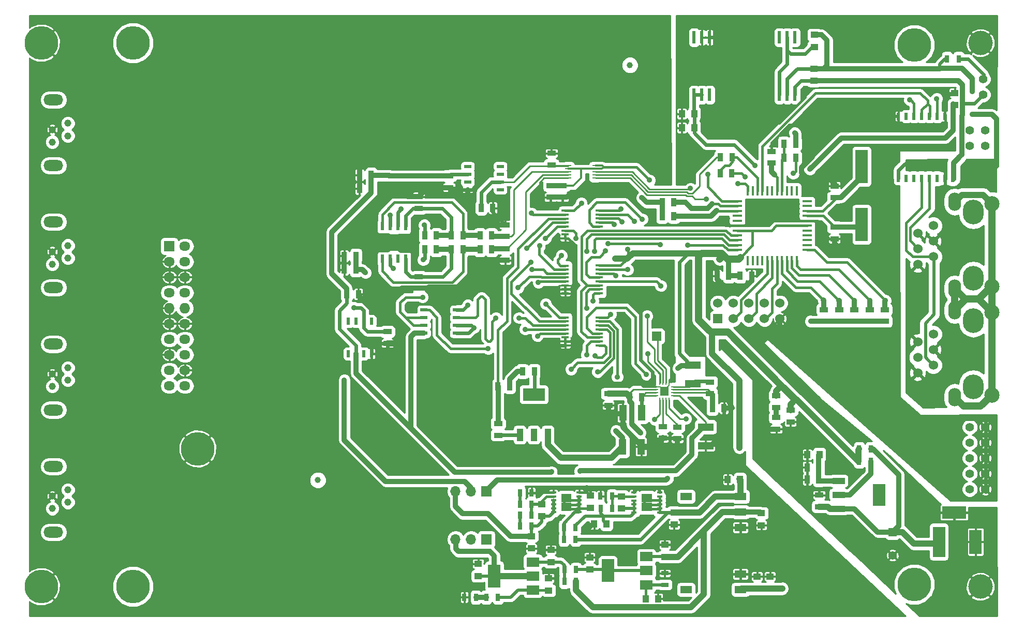
<source format=gtl>
G04 #@! TF.FileFunction,Copper,L1,Top,Signal*
%FSLAX46Y46*%
G04 Gerber Fmt 4.6, Leading zero omitted, Abs format (unit mm)*
G04 Created by KiCad (PCBNEW 4.0.4+e1-6308~48~ubuntu15.10.1-stable) date Wed Aug 23 09:17:44 2017*
%MOMM*%
%LPD*%
G01*
G04 APERTURE LIST*
%ADD10C,0.150000*%
%ADD11C,5.500000*%
%ADD12C,4.000000*%
%ADD13C,1.400000*%
%ADD14R,1.250000X1.000000*%
%ADD15R,1.000000X1.250000*%
%ADD16R,0.700000X1.300000*%
%ADD17C,1.000000*%
%ADD18R,0.889000X1.397000*%
%ADD19R,1.397000X0.889000*%
%ADD20C,1.160000*%
%ADD21O,3.200000X1.800000*%
%ADD22R,1.727200X1.727200*%
%ADD23O,1.800000X1.500000*%
%ADD24O,1.727200X1.727200*%
%ADD25R,0.701040X0.248920*%
%ADD26R,0.248920X0.701040*%
%ADD27R,1.450340X1.450340*%
%ADD28R,0.700000X0.700000*%
%ADD29R,1.524000X1.524000*%
%ADD30C,1.524000*%
%ADD31R,2.540000X1.270000*%
%ADD32R,1.270000X2.540000*%
%ADD33R,4.000500X1.998980*%
%ADD34R,1.998980X4.000500*%
%ADD35R,1.998980X5.001260*%
%ADD36R,1.143000X0.508000*%
%ADD37R,1.000760X0.269240*%
%ADD38R,0.508000X1.143000*%
%ADD39R,2.032000X3.657600*%
%ADD40R,2.032000X1.016000*%
%ADD41R,0.406400X1.524000*%
%ADD42R,1.524000X0.406400*%
%ADD43R,3.657600X2.032000*%
%ADD44R,1.016000X2.032000*%
%ADD45R,1.397000X1.397000*%
%ADD46C,1.397000*%
%ADD47R,0.599440X1.399540*%
%ADD48R,4.000500X2.799080*%
%ADD49R,1.998980X5.499100*%
%ADD50R,1.150620X0.431800*%
%ADD51R,0.600000X2.000000*%
%ADD52R,1.300000X0.700000*%
%ADD53R,1.700000X1.700000*%
%ADD54O,1.700000X1.700000*%
%ADD55R,0.890000X0.420000*%
%ADD56R,0.825000X0.712500*%
%ADD57R,1.900000X1.200000*%
%ADD58R,2.000000X3.800000*%
%ADD59R,2.000000X1.500000*%
%ADD60O,2.100000X3.000000*%
%ADD61O,3.400000X4.035000*%
%ADD62C,2.500000*%
%ADD63C,0.889000*%
%ADD64C,1.198880*%
%ADD65C,1.000760*%
%ADD66C,0.609600*%
%ADD67C,0.203200*%
%ADD68C,0.812800*%
%ADD69C,0.406400*%
%ADD70C,0.254000*%
%ADD71C,0.304800*%
%ADD72C,0.500000*%
G04 APERTURE END LIST*
D10*
D11*
X208560900Y-51362000D03*
X80710000Y-51020000D03*
X80710000Y-140020000D03*
D12*
X219380000Y-140020000D03*
X219380000Y-51020000D03*
D11*
X65710000Y-140020000D03*
X65710000Y-51020000D03*
X208560900Y-139678000D03*
D13*
X220186200Y-67850000D03*
X217646200Y-67850000D03*
X220186200Y-65310000D03*
X217646200Y-65310000D03*
D14*
X184962800Y-140369800D03*
X184962800Y-138369800D03*
D15*
X193050000Y-118400000D03*
X191050000Y-118400000D03*
D16*
X136850000Y-141775000D03*
X134950000Y-141775000D03*
D15*
X164650000Y-142000000D03*
X166650000Y-142000000D03*
D14*
X148725000Y-140650000D03*
X148725000Y-138650000D03*
D13*
X219820000Y-56950000D03*
X219820000Y-59490000D03*
D17*
X162050000Y-54660000D03*
D18*
X162052000Y-108993940D03*
X163957000Y-108993940D03*
D19*
X175158400Y-106540300D03*
X175158400Y-108445300D03*
D11*
X91287600Y-117449600D03*
D20*
X70081200Y-126230000D03*
X70081200Y-124190000D03*
X67531200Y-125210000D03*
X67531200Y-127250000D03*
D21*
X67731200Y-131100000D03*
X67731200Y-120340000D03*
D20*
X70081200Y-106230000D03*
X70081200Y-104190000D03*
X67531200Y-105210000D03*
X67531200Y-107250000D03*
D21*
X67731200Y-111100000D03*
X67731200Y-100340000D03*
D20*
X70081200Y-86230000D03*
X70081200Y-84190000D03*
X67531200Y-85210000D03*
X67531200Y-87250000D03*
D21*
X67731200Y-91100000D03*
X67731200Y-80340000D03*
D20*
X70081200Y-66230000D03*
X70081200Y-64190000D03*
X67531200Y-65210000D03*
X67531200Y-67250000D03*
D21*
X67731200Y-71100000D03*
X67731200Y-60340000D03*
D22*
X86671200Y-84290000D03*
D23*
X89211200Y-84290000D03*
X86671200Y-86830000D03*
X89211200Y-86830000D03*
X86671200Y-89370000D03*
X89211200Y-89370000D03*
X86671200Y-91910000D03*
X89211200Y-91910000D03*
D24*
X86671200Y-94450000D03*
X89211200Y-94450000D03*
D23*
X86671200Y-96990000D03*
X89211200Y-96990000D03*
X86671200Y-99530000D03*
X89211200Y-99530000D03*
X86671200Y-102070000D03*
X89211200Y-102070000D03*
X86671200Y-104610000D03*
X89211200Y-104610000D03*
X86671200Y-107150000D03*
X89211200Y-107150000D03*
D25*
X169108120Y-108790740D03*
X169108120Y-108290360D03*
X169108120Y-107292140D03*
X169108120Y-107792520D03*
D26*
X167459660Y-106641900D03*
X166959280Y-106641900D03*
X167957500Y-106641900D03*
X168457880Y-106641900D03*
X166959280Y-109440980D03*
X167459660Y-109440980D03*
X168457880Y-109440980D03*
X167957500Y-109440980D03*
D25*
X166309040Y-108290360D03*
X166309040Y-108790740D03*
X166309040Y-107792520D03*
X166309040Y-107292140D03*
D27*
X167708580Y-108041440D03*
D28*
X167358580Y-107691440D03*
X168058580Y-107691440D03*
X168058580Y-108391440D03*
X167358580Y-108391440D03*
D29*
X176427600Y-96162000D03*
D30*
X176427600Y-93622000D03*
X178967600Y-96162000D03*
X178967600Y-93622000D03*
X181507600Y-96162000D03*
X181507600Y-93622000D03*
X184047600Y-96162000D03*
X184047600Y-93622000D03*
X186587600Y-96162000D03*
X186587600Y-93622000D03*
D31*
X174417600Y-113898000D03*
X174417600Y-116946000D03*
D32*
X160832800Y-117142260D03*
X163880800Y-117142260D03*
D18*
X181960100Y-89142000D03*
X180055100Y-89142000D03*
X176305100Y-89142000D03*
X178210100Y-89142000D03*
D19*
X185206640Y-70693280D03*
X185206640Y-68788280D03*
D18*
X117210100Y-85892000D03*
X115305100Y-85892000D03*
X117210100Y-88142000D03*
X115305100Y-88142000D03*
X119710100Y-74892000D03*
X117805100Y-74892000D03*
X119710100Y-72642000D03*
X117805100Y-72642000D03*
D19*
X127507600Y-89289500D03*
X127507600Y-91194500D03*
X127508000Y-78094840D03*
X127508000Y-76189840D03*
X149057360Y-74388980D03*
X149057360Y-76293980D03*
X151008080Y-74388980D03*
X151008080Y-76293980D03*
D33*
X215099260Y-127899400D03*
D34*
X218599380Y-132700000D03*
D35*
X212599900Y-132700000D03*
D18*
X169210100Y-79392000D03*
X167305100Y-79392000D03*
X169210100Y-77142000D03*
X167305100Y-77142000D03*
D29*
X166407600Y-99042000D03*
D36*
X140822680Y-71236840D03*
X135488680Y-71236840D03*
X140822680Y-72506840D03*
X140822680Y-73776840D03*
X140822680Y-75046840D03*
X135488680Y-72506840D03*
X135488680Y-73776840D03*
X135488680Y-75046840D03*
D19*
X141658340Y-82692240D03*
X141658340Y-80787240D03*
X132455920Y-72788780D03*
X132455920Y-74693780D03*
D37*
X151935180Y-71125080D03*
X151935180Y-71633080D03*
X151935180Y-72141080D03*
X151935180Y-72649080D03*
X151935180Y-73157080D03*
X156380180Y-73157080D03*
X156380180Y-72649080D03*
X156380180Y-72141080D03*
X156380180Y-71633080D03*
X156380180Y-71125080D03*
D19*
X141658340Y-84688680D03*
X141658340Y-86593680D03*
D18*
X137703560Y-78041500D03*
X139608560Y-78041500D03*
D19*
X122356880Y-98287840D03*
X122356880Y-100192840D03*
D36*
X128341120Y-98546920D03*
X133675120Y-98546920D03*
X128341120Y-97276920D03*
X128341120Y-96006920D03*
X128341120Y-94736920D03*
X133675120Y-97276920D03*
X133675120Y-96006920D03*
X133675120Y-94736920D03*
D38*
X214866600Y-63042800D03*
X213596600Y-63042800D03*
X212326600Y-63042800D03*
X211056600Y-63042800D03*
X209786600Y-63042800D03*
X208516600Y-63042800D03*
X207246600Y-63042800D03*
X205976600Y-63042800D03*
X205976600Y-73202800D03*
X207246600Y-73202800D03*
X208516600Y-73202800D03*
X209786600Y-73202800D03*
X211056600Y-73202800D03*
X212326600Y-73202800D03*
X213596600Y-73202800D03*
X214866600Y-73202800D03*
D13*
X220186200Y-124080000D03*
X217646200Y-124080000D03*
X220186200Y-121540000D03*
X217646200Y-121540000D03*
X220186200Y-119000000D03*
X217646200Y-119000000D03*
X220186200Y-116460000D03*
X217646200Y-116460000D03*
X220186200Y-113920000D03*
X217646200Y-113920000D03*
D18*
X192952500Y-120500000D03*
X191047500Y-120500000D03*
X176822100Y-72364600D03*
X178727100Y-72364600D03*
X187253880Y-69842380D03*
X189158880Y-69842380D03*
X178760120Y-69740780D03*
X176855120Y-69740780D03*
X187253880Y-67541140D03*
X189158880Y-67541140D03*
X137505440Y-84841080D03*
X139410440Y-84841080D03*
D31*
X172364400Y-106781600D03*
X172364400Y-103733600D03*
D32*
X163923980Y-111589820D03*
X160875980Y-111589820D03*
D19*
X195507600Y-74439500D03*
X195507600Y-76344500D03*
X195507600Y-83094500D03*
X195507600Y-81189500D03*
X193000000Y-126952500D03*
X193000000Y-125047500D03*
D18*
X177431700Y-110810040D03*
X175526700Y-110810040D03*
D19*
X169778680Y-113908840D03*
X169778680Y-115813840D03*
X167396160Y-113837720D03*
X167396160Y-115742720D03*
D18*
X115704620Y-92141040D03*
X117609620Y-92141040D03*
D19*
X193757600Y-94689500D03*
X193757600Y-96594500D03*
X196257600Y-94689500D03*
X196257600Y-96594500D03*
X198757600Y-94689500D03*
X198757600Y-96594500D03*
X201257600Y-94689500D03*
X201257600Y-96594500D03*
X203757600Y-94689500D03*
X203757600Y-96594500D03*
D18*
X192952500Y-122500000D03*
X191047500Y-122500000D03*
D39*
X202802000Y-125000000D03*
D40*
X196198000Y-125000000D03*
X196198000Y-127286000D03*
X196198000Y-122714000D03*
D41*
X185320940Y-75209400D03*
X184520840Y-75209400D03*
X183720740Y-75209400D03*
X182920640Y-75209400D03*
X182120540Y-75209400D03*
X181320440Y-75209400D03*
X186121040Y-75209400D03*
X186921140Y-75209400D03*
X187721240Y-75209400D03*
X188521340Y-75209400D03*
X189321440Y-75209400D03*
X185320940Y-86639400D03*
X184520840Y-86639400D03*
X183720740Y-86639400D03*
X182920640Y-86639400D03*
X182120540Y-86639400D03*
X181320440Y-86639400D03*
X186121040Y-86639400D03*
X186921140Y-86639400D03*
X187721240Y-86639400D03*
X188521340Y-86639400D03*
X189321440Y-86639400D03*
D42*
X179605940Y-80924400D03*
X191035940Y-80924400D03*
X179605940Y-81724500D03*
X191035940Y-81724500D03*
X191035940Y-82524600D03*
X179605940Y-82524600D03*
X179605940Y-83324700D03*
X191035940Y-83324700D03*
X191035940Y-84124800D03*
X179605940Y-84124800D03*
X179605940Y-84924900D03*
X191035940Y-84924900D03*
X191035940Y-80124300D03*
X179605940Y-80124300D03*
X179605940Y-79324200D03*
X191035940Y-79324200D03*
X191035940Y-78524100D03*
X179605940Y-78524100D03*
X179605940Y-77724000D03*
X191035940Y-77724000D03*
X191035940Y-76923900D03*
X179605940Y-76923900D03*
D18*
X146390360Y-104775000D03*
X144485360Y-104775000D03*
D19*
X140484860Y-115252500D03*
X140484860Y-113347500D03*
D18*
X140455100Y-107242000D03*
X142360100Y-107242000D03*
X130360420Y-84841080D03*
X128455420Y-84841080D03*
X128455420Y-82542380D03*
X130360420Y-82542380D03*
X139410440Y-82539840D03*
X137505440Y-82539840D03*
D38*
X115953540Y-96573340D03*
X115953540Y-101907340D03*
X117223540Y-96573340D03*
X118493540Y-96573340D03*
X119763540Y-96573340D03*
X117223540Y-101907340D03*
X118493540Y-101907340D03*
X119763540Y-101907340D03*
D43*
X146326860Y-108585000D03*
D44*
X146326860Y-115189000D03*
X148612860Y-115189000D03*
X144040860Y-115189000D03*
D18*
X132803900Y-82539840D03*
X134708900Y-82539840D03*
X132803900Y-84841080D03*
X134708900Y-84841080D03*
D45*
X205000000Y-131095000D03*
D46*
X205000000Y-134905000D03*
D19*
X158507600Y-110344500D03*
X158507600Y-108439500D03*
X188315600Y-111163100D03*
X188315600Y-113068100D03*
D47*
X125361700Y-86360000D03*
X125361700Y-81026000D03*
X124091700Y-86360000D03*
X122821700Y-86360000D03*
X121551700Y-86360000D03*
X124091700Y-81026000D03*
X122821700Y-81026000D03*
X121551700Y-81026000D03*
D48*
X123456700Y-83693000D03*
D19*
X185978800Y-108775500D03*
X185978800Y-110680500D03*
D49*
X199957600Y-71262200D03*
X199957600Y-80761800D03*
D50*
X151462740Y-95981520D03*
X151462740Y-96616520D03*
X151462740Y-97276920D03*
X151462740Y-97911920D03*
X151462740Y-98572320D03*
X151462740Y-99220020D03*
X151462740Y-99867720D03*
X151462740Y-100515420D03*
X157050740Y-100515420D03*
X157050740Y-99867720D03*
X157050740Y-99220020D03*
X157050740Y-98572320D03*
X157050740Y-97911920D03*
X157050740Y-97264220D03*
X157050740Y-96616520D03*
X157050740Y-95968820D03*
X151462740Y-87480140D03*
X151462740Y-88115140D03*
X151462740Y-88775540D03*
X151462740Y-89410540D03*
X151462740Y-90070940D03*
X151462740Y-90718640D03*
X151462740Y-91366340D03*
X151462740Y-92014040D03*
X157050740Y-92014040D03*
X157050740Y-91366340D03*
X157050740Y-90718640D03*
X157050740Y-90070940D03*
X157050740Y-89410540D03*
X157050740Y-88762840D03*
X157050740Y-88115140D03*
X157050740Y-87467440D03*
X151462740Y-78480920D03*
X151462740Y-79115920D03*
X151462740Y-79776320D03*
X151462740Y-80411320D03*
X151462740Y-81071720D03*
X151462740Y-81719420D03*
X151462740Y-82367120D03*
X151462740Y-83014820D03*
X157050740Y-83014820D03*
X157050740Y-82367120D03*
X157050740Y-81719420D03*
X157050740Y-81071720D03*
X157050740Y-80411320D03*
X157050740Y-79763620D03*
X157050740Y-79115920D03*
X157050740Y-78468220D03*
D19*
X185978800Y-112331500D03*
X185978800Y-114236500D03*
X149207600Y-70994500D03*
X149207600Y-69089500D03*
D16*
X201450000Y-117500000D03*
X199550000Y-117500000D03*
X201450000Y-119500000D03*
X199550000Y-119500000D03*
D14*
X192176400Y-57235600D03*
X192176400Y-55235600D03*
D15*
X172551600Y-62636400D03*
X170551600Y-62636400D03*
D14*
X192227200Y-51698400D03*
X192227200Y-49698400D03*
D15*
X172551600Y-64922400D03*
X170551600Y-64922400D03*
D51*
X172542200Y-59513200D03*
X173812200Y-59513200D03*
X175082200Y-59513200D03*
X186512200Y-59513200D03*
X187782200Y-59513200D03*
X189052200Y-59513200D03*
X189052200Y-50113200D03*
X187782200Y-50113200D03*
X186512200Y-50113200D03*
X175082200Y-50113200D03*
X173812200Y-50113200D03*
X172542200Y-50113200D03*
D14*
X215188800Y-59198000D03*
X215188800Y-61198000D03*
X155550000Y-127110000D03*
X155550000Y-125110000D03*
X182854600Y-140369800D03*
X182854600Y-138369800D03*
X145905000Y-131785000D03*
X145905000Y-133785000D03*
X147630000Y-126510000D03*
X147630000Y-128510000D03*
X167750000Y-135150000D03*
X167750000Y-133150000D03*
X155450000Y-137250000D03*
X155450000Y-135250000D03*
X183550000Y-128000000D03*
X183550000Y-130000000D03*
D15*
X180050000Y-122500000D03*
X178050000Y-122500000D03*
D14*
X149100000Y-136000000D03*
X149100000Y-134000000D03*
X137225000Y-138300000D03*
X137225000Y-136300000D03*
D16*
X145955000Y-124710000D03*
X144055000Y-124710000D03*
X144055000Y-126510000D03*
X145955000Y-126510000D03*
X145955000Y-128310000D03*
X144055000Y-128310000D03*
X144055000Y-130110000D03*
X145955000Y-130110000D03*
D52*
X167750000Y-139725000D03*
X167750000Y-137825000D03*
D16*
X151300000Y-137250000D03*
X153200000Y-137250000D03*
X153200000Y-139200000D03*
X151300000Y-139200000D03*
X140450000Y-141775000D03*
X138550000Y-141775000D03*
D53*
X138580000Y-124440000D03*
D54*
X136040000Y-124440000D03*
X133500000Y-124440000D03*
D53*
X138580000Y-132275000D03*
D54*
X136040000Y-132275000D03*
X133500000Y-132275000D03*
D55*
X153735000Y-127860000D03*
X153735000Y-127210000D03*
X153735000Y-126560000D03*
X153735000Y-125910000D03*
X153735000Y-125260000D03*
X153735000Y-124610000D03*
X149525000Y-124610000D03*
X149525000Y-125260000D03*
X149525000Y-125910000D03*
X149525000Y-126560000D03*
X149525000Y-127210000D03*
X149525000Y-127860000D03*
D56*
X151217500Y-125166250D03*
X151217500Y-125878750D03*
X151217500Y-126591250D03*
X151217500Y-127303750D03*
X152042500Y-125166250D03*
X152042500Y-125878750D03*
X152042500Y-126591250D03*
X152042500Y-127303750D03*
D57*
X180125000Y-140520000D03*
X180125000Y-137980000D03*
X180125000Y-130360000D03*
X180125000Y-127820000D03*
X180125000Y-125280000D03*
X171225000Y-125280000D03*
X171225000Y-140520000D03*
D58*
X158425000Y-137425000D03*
D59*
X164725000Y-137425000D03*
X164725000Y-135125000D03*
X164725000Y-139725000D03*
D58*
X139850000Y-138300000D03*
D59*
X146150000Y-138300000D03*
X146150000Y-136000000D03*
X146150000Y-140600000D03*
D17*
X110980000Y-122600000D03*
D16*
X215850000Y-53620000D03*
X213950000Y-53620000D03*
D14*
X169260000Y-127880000D03*
X169260000Y-129880000D03*
D15*
X158200000Y-129770000D03*
X156200000Y-129770000D03*
D14*
X160670000Y-125250000D03*
X160670000Y-127250000D03*
D16*
X157220000Y-125230000D03*
X159120000Y-125230000D03*
X159140000Y-127200000D03*
X157240000Y-127200000D03*
D55*
X166895000Y-127885000D03*
X166895000Y-127235000D03*
X166895000Y-126585000D03*
X166895000Y-125935000D03*
X166895000Y-125285000D03*
X166895000Y-124635000D03*
X162685000Y-124635000D03*
X162685000Y-125285000D03*
X162685000Y-125935000D03*
X162685000Y-126585000D03*
X162685000Y-127235000D03*
X162685000Y-127885000D03*
D56*
X164377500Y-125191250D03*
X164377500Y-125903750D03*
X164377500Y-126616250D03*
X164377500Y-127328750D03*
X165202500Y-125191250D03*
X165202500Y-125903750D03*
X165202500Y-126616250D03*
X165202500Y-127328750D03*
D16*
X151250000Y-130320000D03*
X153150000Y-130320000D03*
X151250000Y-132290000D03*
X153150000Y-132290000D03*
D60*
X215164480Y-91254500D03*
X215164480Y-77029500D03*
D30*
X209144140Y-84746520D03*
X209144140Y-82206520D03*
X209144140Y-87286520D03*
X211684140Y-80936520D03*
X211684140Y-83476520D03*
X211684140Y-86016520D03*
D61*
X218211940Y-89539500D03*
X218214480Y-78744500D03*
D62*
X221261940Y-77362000D03*
X221261940Y-90922000D03*
D60*
X215164480Y-109004500D03*
X215164480Y-94779500D03*
D30*
X209144140Y-102496520D03*
X209144140Y-99956520D03*
X209144140Y-105036520D03*
X211684140Y-98686520D03*
X211684140Y-101226520D03*
X211684140Y-103766520D03*
D61*
X218211940Y-107289500D03*
X218214480Y-96494500D03*
D62*
X221261940Y-95112000D03*
X221261940Y-108672000D03*
D63*
X124607600Y-78242000D03*
X116907600Y-94342000D03*
X182499000Y-71069200D03*
X186975000Y-140325000D03*
X179950000Y-117300000D03*
X169926000Y-104292400D03*
X171207600Y-112542000D03*
X166107600Y-112642000D03*
X159755840Y-114541300D03*
X191617600Y-96592000D03*
X191487600Y-71712000D03*
X163997600Y-76362000D03*
X176757600Y-86392000D03*
X158856680Y-95443040D03*
X161696400Y-84836000D03*
X165257480Y-73492360D03*
X159656780Y-86342220D03*
X160606740Y-78191360D03*
X174537600Y-76562000D03*
X185707020Y-72641460D03*
X171947600Y-74852000D03*
X189006480Y-65742820D03*
X154957780Y-102041960D03*
X154957780Y-94442280D03*
X154957780Y-85140800D03*
X156255720Y-85140800D03*
X155986480Y-93261180D03*
X156357320Y-102240080D03*
X175120300Y-87553800D03*
X158089600Y-75920600D03*
X158115000Y-74371200D03*
X191084200Y-59156600D03*
X162267600Y-59692000D03*
X147600000Y-132600000D03*
X156460000Y-115340000D03*
X154910000Y-131050000D03*
X154980000Y-123830000D03*
X171300000Y-137850000D03*
X173000000Y-100875000D03*
X168257600Y-93892000D03*
X177292000Y-80568800D03*
X177250000Y-105925000D03*
X177975000Y-109150000D03*
X142308580Y-99542600D03*
X125197600Y-75732000D03*
X138987600Y-89802000D03*
X169722800Y-117449600D03*
X123507600Y-92442000D03*
X128897600Y-107332000D03*
X122297600Y-107332000D03*
X121687600Y-70812000D03*
X177775000Y-113575000D03*
X196408040Y-84742020D03*
X194208400Y-72791320D03*
X122308620Y-102141020D03*
X188757600Y-72392000D03*
X176237600Y-78472000D03*
X164957760Y-101940360D03*
X180924200Y-72948800D03*
X175507600Y-77362000D03*
X164856160Y-95740220D03*
X145977600Y-88142000D03*
X138847600Y-101082000D03*
X140107600Y-96042000D03*
X143907600Y-96042000D03*
X193697600Y-93122000D03*
X196227600Y-93192000D03*
X198747600Y-93192000D03*
X201297600Y-93192000D03*
X203827600Y-93192000D03*
X136507600Y-97642000D03*
X128407600Y-80842000D03*
X128207600Y-86542000D03*
X128107440Y-92641420D03*
X212242400Y-60147200D03*
X174757080Y-72491600D03*
X207822800Y-60350400D03*
X179707540Y-74041000D03*
X147256500Y-84241640D03*
X145857600Y-86912000D03*
X145947600Y-78912000D03*
X143756380Y-91092020D03*
X144907000Y-97891600D03*
X145127600Y-84672000D03*
X158056580Y-85092540D03*
X152417600Y-104432000D03*
X159506920Y-80741520D03*
X159755840Y-89141300D03*
X156777600Y-104872000D03*
X160756600Y-80340200D03*
X149200000Y-121250000D03*
X122807600Y-79242000D03*
X122607600Y-72742000D03*
X115307600Y-106242000D03*
X123307600Y-87942000D03*
X118757600Y-88642000D03*
X135507600Y-93942000D03*
X215900000Y-69700000D03*
X218100000Y-62700000D03*
X193735200Y-55235600D03*
X218100000Y-58950000D03*
X153870000Y-121090000D03*
X168225000Y-122300000D03*
X163756340Y-114841020D03*
X161655760Y-88140540D03*
X159997600Y-105712000D03*
X167106600Y-90792300D03*
X164757100Y-105290620D03*
X150855680Y-85841840D03*
X148257260Y-93741240D03*
X147058380Y-90241120D03*
X146908520Y-98991420D03*
X162755580Y-80241140D03*
X164037600Y-79862000D03*
X154107600Y-77242000D03*
X148217600Y-83032000D03*
X167005000Y-84048600D03*
X153212800Y-83007200D03*
X158445200Y-83896200D03*
X171500800Y-84124800D03*
D64*
X215164480Y-77029500D02*
X215324500Y-77029500D01*
D65*
X215324500Y-77029500D02*
X216408000Y-75946000D01*
X216408000Y-75946000D02*
X219845940Y-75946000D01*
X219845940Y-75946000D02*
X221261940Y-77362000D01*
D64*
X221261940Y-90922000D02*
X221155940Y-90922000D01*
X221155940Y-90922000D02*
X219113940Y-92964000D01*
X219113940Y-92964000D02*
X216979980Y-92964000D01*
X216979980Y-92964000D02*
X215164480Y-94779500D01*
X215164480Y-91254500D02*
X215206500Y-91254500D01*
X215206500Y-91254500D02*
X216916000Y-92964000D01*
X216916000Y-92964000D02*
X219113940Y-92964000D01*
X219113940Y-92964000D02*
X221261940Y-95112000D01*
X215164480Y-91254500D02*
X215164480Y-94779500D01*
X221261940Y-108672000D02*
X221261940Y-95112000D01*
X221261940Y-108672000D02*
X221261940Y-108684060D01*
X221261940Y-108684060D02*
X219456000Y-110490000D01*
X216649980Y-110490000D02*
X215164480Y-109004500D01*
X219456000Y-110490000D02*
X216649980Y-110490000D01*
X221261940Y-95112000D02*
X221261940Y-90922000D01*
X221261940Y-90922000D02*
X221261940Y-77362000D01*
D66*
X124091700Y-81026000D02*
X124091700Y-78757900D01*
X124091700Y-78757900D02*
X124607600Y-78242000D01*
X118493540Y-96573340D02*
X118493540Y-94827940D01*
X118007600Y-94342000D02*
X116907600Y-94342000D01*
X118493540Y-94827940D02*
X118007600Y-94342000D01*
X119105680Y-98287840D02*
X118493540Y-97675700D01*
X118493540Y-97675700D02*
X118493540Y-96573340D01*
X122356880Y-98287840D02*
X119105680Y-98287840D01*
X172551600Y-64922400D02*
X172551600Y-65770000D01*
X179095400Y-67665600D02*
X182499000Y-71069200D01*
X174447200Y-67665600D02*
X179095400Y-67665600D01*
X172551600Y-65770000D02*
X174447200Y-67665600D01*
D67*
X180125000Y-140520000D02*
X182704400Y-140520000D01*
X182704400Y-140520000D02*
X182854600Y-140369800D01*
X186975000Y-140325000D02*
X185007600Y-140325000D01*
X185007600Y-140325000D02*
X184962800Y-140369800D01*
X184962800Y-140369800D02*
X180275200Y-140369800D01*
X180275200Y-140369800D02*
X180125000Y-140520000D01*
D65*
X183750000Y-140375000D02*
X180270000Y-140375000D01*
X180270000Y-140375000D02*
X180125000Y-140520000D01*
X175500000Y-98372000D02*
X175500000Y-101875000D01*
X186925000Y-140375000D02*
X180270000Y-140375000D01*
X186975000Y-140325000D02*
X186925000Y-140375000D01*
X179950000Y-106325000D02*
X179950000Y-117300000D01*
X175500000Y-101875000D02*
X179950000Y-106325000D01*
X180270000Y-140375000D02*
X180125000Y-140520000D01*
X189118200Y-109382600D02*
X189282600Y-109382600D01*
X189282600Y-109382600D02*
X199400000Y-119500000D01*
X199400000Y-119500000D02*
X199400000Y-117650000D01*
X199400000Y-117650000D02*
X199550000Y-117500000D01*
X188315600Y-111163100D02*
X188315600Y-110185200D01*
X188315600Y-110185200D02*
X189118200Y-109382600D01*
X185978800Y-108775500D02*
X185978800Y-108000800D01*
X185978800Y-108000800D02*
X186857600Y-107122000D01*
D68*
X214966600Y-63042800D02*
X214966600Y-61703000D01*
X214938800Y-61675200D02*
X214938800Y-61048000D01*
X214966600Y-61703000D02*
X214938800Y-61675200D01*
D66*
X173812200Y-59513200D02*
X172542200Y-59513200D01*
X172542200Y-59513200D02*
X172542200Y-62627000D01*
D69*
X172542200Y-62627000D02*
X172551600Y-62636400D01*
D66*
X172551600Y-62636400D02*
X172551600Y-64922400D01*
D68*
X170484800Y-103835200D02*
X172212000Y-103835200D01*
X169926000Y-104292400D02*
X170484800Y-103835200D01*
X172212000Y-103835200D02*
X172364400Y-103682800D01*
D64*
X189118200Y-109382600D02*
X186857600Y-107122000D01*
X186857600Y-107122000D02*
X178107600Y-98372000D01*
X173306740Y-93591380D02*
X173306740Y-85943440D01*
X173807120Y-85443060D02*
X173306740Y-85943440D01*
X178107600Y-98372000D02*
X175500000Y-98372000D01*
X175500000Y-98372000D02*
X175287600Y-98372000D01*
X175287600Y-98372000D02*
X173306740Y-96391140D01*
X173306740Y-96391140D02*
X173306740Y-93591380D01*
D70*
X168457880Y-109440980D02*
X168457880Y-110792280D01*
X170207600Y-112542000D02*
X171207600Y-112542000D01*
X168457880Y-110792280D02*
X170207600Y-112542000D01*
X166959280Y-109440980D02*
X166959280Y-111790320D01*
X166959280Y-111790320D02*
X166107600Y-112642000D01*
D68*
X160832800Y-117142260D02*
X160832800Y-115618260D01*
X160832800Y-115618260D02*
X159755840Y-114541300D01*
D66*
X171483600Y-103242000D02*
X170107600Y-101866000D01*
X170107600Y-86942000D02*
X171606540Y-85443060D01*
X170107600Y-101866000D02*
X170107600Y-86942000D01*
D65*
X160832800Y-117142260D02*
X159033060Y-118942000D01*
X148612860Y-116847260D02*
X148612860Y-115189000D01*
X150707600Y-118942000D02*
X148612860Y-116847260D01*
X159033060Y-118942000D02*
X150707600Y-118942000D01*
D68*
X193757600Y-96594500D02*
X191620100Y-96594500D01*
X191620100Y-96594500D02*
X191617600Y-96592000D01*
X196257600Y-96594500D02*
X193757600Y-96594500D01*
X198757600Y-96594500D02*
X196257600Y-96594500D01*
X201257600Y-96594500D02*
X198757600Y-96594500D01*
X203757600Y-96594500D02*
X201257600Y-96594500D01*
X214911520Y-62909120D02*
X214911520Y-65316480D01*
X214911520Y-65316480D02*
X213657138Y-66570862D01*
X213657138Y-66570862D02*
X196628738Y-66570862D01*
X196628738Y-66570862D02*
X191487600Y-71712000D01*
X167305100Y-77142000D02*
X164777600Y-77142000D01*
X164777600Y-77142000D02*
X163997600Y-76362000D01*
X167305100Y-77142000D02*
X167305100Y-79392000D01*
X178210100Y-89142000D02*
X178210100Y-86594500D01*
X178210100Y-86594500D02*
X178007600Y-86392000D01*
X178210100Y-89142000D02*
X180055100Y-89142000D01*
D64*
X177257600Y-85642000D02*
X177257600Y-85892000D01*
X177257600Y-85892000D02*
X176757600Y-86392000D01*
X177058660Y-85443060D02*
X177257600Y-85642000D01*
X177257600Y-85642000D02*
X178007600Y-86392000D01*
X179858420Y-86392000D02*
X180108860Y-86141560D01*
D69*
X182107840Y-84142580D02*
X180108860Y-86141560D01*
X182107840Y-84142580D02*
X182107840Y-81724500D01*
D64*
X178007600Y-86392000D02*
X179858420Y-86392000D01*
X175760380Y-85443060D02*
X177058660Y-85443060D01*
X173807120Y-85443060D02*
X175760380Y-85443060D01*
D71*
X157540960Y-71125080D02*
X157756860Y-71340980D01*
D69*
X161696400Y-84836000D02*
X161724340Y-84863940D01*
D71*
X156380180Y-71633080D02*
X157464760Y-71633080D01*
D69*
X161724340Y-84863940D02*
X161734500Y-86215220D01*
X182107840Y-81724500D02*
X185181240Y-81724500D01*
D71*
X151008080Y-74388980D02*
X152808940Y-74388980D01*
X157540960Y-71125080D02*
X156380180Y-71125080D01*
X152808940Y-74388980D02*
X154058620Y-73139300D01*
D65*
X161607500Y-86342220D02*
X162506660Y-85443060D01*
D71*
X157464760Y-71633080D02*
X157756860Y-71340980D01*
D69*
X163106100Y-71340980D02*
X157756860Y-71340980D01*
X165257480Y-73492360D02*
X163106100Y-71340980D01*
D68*
X151008080Y-74388980D02*
X149057360Y-74388980D01*
D69*
X185981340Y-80924400D02*
X191035940Y-80924400D01*
X179605940Y-81724500D02*
X182107840Y-81724500D01*
D71*
X154058620Y-71633080D02*
X151935180Y-71633080D01*
D69*
X171056300Y-85443060D02*
X171606540Y-85443060D01*
X171606540Y-85443060D02*
X173807120Y-85443060D01*
X160482280Y-87467440D02*
X161734500Y-86215220D01*
D71*
X154058620Y-73139300D02*
X154058620Y-71633080D01*
D69*
X160329880Y-78468220D02*
X160606740Y-78191360D01*
D65*
X159656780Y-86342220D02*
X161607500Y-86342220D01*
D69*
X157050740Y-78468220D02*
X160329880Y-78468220D01*
D70*
X166959280Y-109440980D02*
X166949120Y-109440980D01*
D69*
X185181240Y-81724500D02*
X185981340Y-80924400D01*
X161734500Y-86215220D02*
X162506660Y-85443060D01*
X157050740Y-87467440D02*
X159656780Y-87467440D01*
D71*
X156380180Y-71633080D02*
X154058620Y-71633080D01*
D69*
X159656780Y-87467440D02*
X160482280Y-87467440D01*
D65*
X162506660Y-85443060D02*
X173807120Y-85443060D01*
D69*
X162506660Y-85443060D02*
X171056300Y-85443060D01*
X158330900Y-95968820D02*
X158856680Y-95443040D01*
X157050740Y-95968820D02*
X158330900Y-95968820D01*
D67*
X145707780Y-71142180D02*
X149059920Y-71142180D01*
X149059920Y-71142180D02*
X149207600Y-70994500D01*
X151935180Y-71125080D02*
X149338180Y-71125080D01*
X149338180Y-71125080D02*
X149207600Y-70994500D01*
D70*
X143073120Y-73776840D02*
X145707780Y-71142180D01*
X145707780Y-71142180D02*
X145712180Y-71137780D01*
D66*
X139420600Y-73776840D02*
X140822680Y-73776840D01*
D70*
X140822680Y-73776840D02*
X143073120Y-73776840D01*
X151935180Y-71137780D02*
X151935180Y-71125080D01*
D66*
X137703560Y-78041500D02*
X137703560Y-75493880D01*
D70*
X145712180Y-71137780D02*
X151935180Y-71137780D01*
D66*
X137703560Y-75493880D02*
X139420600Y-73776840D01*
D70*
X169108120Y-107792520D02*
X174820580Y-107792520D01*
X174820580Y-107792520D02*
X175577500Y-108549440D01*
X169108120Y-108290360D02*
X175318420Y-108290360D01*
D67*
X175318420Y-108290360D02*
X175577500Y-108549440D01*
X169862500Y-108300520D02*
X169115740Y-108300520D01*
X169682160Y-107800140D02*
X170073320Y-107800140D01*
X169214800Y-107800140D02*
X169682160Y-107800140D01*
X169115740Y-108300520D02*
X169113200Y-108297980D01*
D68*
X175526700Y-110810040D02*
X175526700Y-108600240D01*
D67*
X169682160Y-107800140D02*
X169113200Y-107800140D01*
X169214800Y-108300520D02*
X169862500Y-108300520D01*
X170073320Y-107800140D02*
X169113200Y-107800140D01*
D69*
X175478440Y-108648500D02*
X175577500Y-108549440D01*
D67*
X165681660Y-108303060D02*
X166309040Y-108303060D01*
X166212520Y-108303060D02*
X165681660Y-108303060D01*
X166309040Y-108303060D02*
X166314120Y-108297980D01*
D70*
X166309040Y-108290360D02*
X164660580Y-108290360D01*
X166309040Y-108790740D02*
X164160200Y-108790740D01*
X164660580Y-108290360D02*
X163957000Y-108993940D01*
D67*
X166309040Y-108803440D02*
X166314120Y-108798360D01*
D70*
X165783260Y-108803440D02*
X164147500Y-108803440D01*
X164160200Y-108790740D02*
X163957000Y-108993940D01*
X164147500Y-108803440D02*
X163957000Y-108993940D01*
D66*
X163923980Y-109026960D02*
X163957000Y-108993940D01*
D70*
X166212520Y-108803440D02*
X165783260Y-108803440D01*
D66*
X163923980Y-111589820D02*
X163923980Y-109026960D01*
D67*
X165783260Y-108803440D02*
X166309040Y-108803440D01*
D70*
X169108120Y-107292140D02*
X171803060Y-107292140D01*
D67*
X171803060Y-107292140D02*
X172364400Y-106730800D01*
D66*
X175514000Y-106438700D02*
X172656500Y-106438700D01*
X172656500Y-106438700D02*
X172364400Y-106730800D01*
D68*
X201450000Y-117500000D02*
X201800000Y-117500000D01*
X206000000Y-130095000D02*
X205000000Y-131095000D01*
X206000000Y-121700000D02*
X206000000Y-130095000D01*
X201800000Y-117500000D02*
X206000000Y-121700000D01*
X205000000Y-131095000D02*
X202595000Y-131095000D01*
X198786000Y-127286000D02*
X196198000Y-127286000D01*
X202595000Y-131095000D02*
X198786000Y-127286000D01*
D65*
X193000000Y-126952500D02*
X194452500Y-126952500D01*
X194452500Y-126952500D02*
X194786000Y-127286000D01*
X194786000Y-127286000D02*
X196198000Y-127286000D01*
X212359900Y-133010000D02*
X208510000Y-133010000D01*
X206595000Y-131095000D02*
X205000000Y-131095000D01*
X208510000Y-133010000D02*
X206595000Y-131095000D01*
D69*
X186921140Y-70175120D02*
X187253880Y-69842380D01*
X186921140Y-75209400D02*
X186921140Y-70175120D01*
X187253880Y-67541140D02*
X187253880Y-69842380D01*
X176822100Y-72364600D02*
X176822100Y-71818500D01*
X176822100Y-71818500D02*
X177571400Y-71069200D01*
X177571400Y-71069200D02*
X178231800Y-71069200D01*
X178231800Y-71069200D02*
X178760120Y-70540880D01*
X178760120Y-70540880D02*
X178760120Y-69740780D01*
X182920640Y-73108820D02*
X179552600Y-69740780D01*
X179552600Y-69740780D02*
X178760120Y-69740780D01*
X182920640Y-75209400D02*
X182920640Y-73108820D01*
X178569620Y-82524600D02*
X179605940Y-82524600D01*
X157050740Y-81719420D02*
X155079700Y-81719420D01*
X164480240Y-81719420D02*
X177764440Y-81719420D01*
X155079700Y-81719420D02*
X154144980Y-82654140D01*
X154056080Y-91643200D02*
X154056080Y-98239580D01*
X157050740Y-81719420D02*
X164480240Y-81719420D01*
X154056080Y-98239580D02*
X155036520Y-99220020D01*
X154980640Y-90718640D02*
X154056080Y-91643200D01*
X157050740Y-90718640D02*
X155033980Y-90718640D01*
X154144980Y-89829640D02*
X155033980Y-90718640D01*
X155036520Y-99220020D02*
X157050740Y-99220020D01*
X177764440Y-81719420D02*
X178569620Y-82524600D01*
X154144980Y-82654140D02*
X154144980Y-89829640D01*
X155033980Y-90718640D02*
X154980640Y-90718640D01*
D70*
X174537600Y-76562000D02*
X172682778Y-76562000D01*
X164817204Y-75881644D02*
X162092640Y-73157080D01*
X171135064Y-75881644D02*
X164817204Y-75881644D01*
X171360242Y-76106822D02*
X171135064Y-75881644D01*
X172227600Y-76106822D02*
X171360242Y-76106822D01*
X172682778Y-76562000D02*
X172227600Y-76106822D01*
X162092640Y-73157080D02*
X156380180Y-73157080D01*
D69*
X185707020Y-72641460D02*
X186121040Y-73055480D01*
X186121040Y-75209400D02*
X186121040Y-73055480D01*
D70*
X156380180Y-73157080D02*
X162092640Y-73157080D01*
D68*
X185206640Y-72141080D02*
X185707020Y-72641460D01*
X185206640Y-70693280D02*
X185206640Y-72141080D01*
D70*
X141658340Y-82692240D02*
X142607360Y-82692240D01*
X143067600Y-82232000D02*
X143067600Y-75102000D01*
X143067600Y-75102000D02*
X146028520Y-72141080D01*
X142607360Y-82692240D02*
X143067600Y-82232000D01*
X146028520Y-72141080D02*
X146408140Y-72141080D01*
X151935180Y-72141080D02*
X146408140Y-72141080D01*
D68*
X141658340Y-82692240D02*
X139562840Y-82692240D01*
X139562840Y-82692240D02*
X139410440Y-82539840D01*
D70*
X141909800Y-84688680D02*
X145017600Y-81580880D01*
X141658340Y-84688680D02*
X141909800Y-84688680D01*
X147810520Y-72649080D02*
X151935180Y-72649080D01*
X145017600Y-75442000D02*
X147810520Y-72649080D01*
X145017600Y-81580880D02*
X145017600Y-75442000D01*
D68*
X139562840Y-84688680D02*
X139410440Y-84841080D01*
X141658340Y-84688680D02*
X139562840Y-84688680D01*
D70*
X165218520Y-74952000D02*
X162407600Y-72141080D01*
X171847600Y-74952000D02*
X165218520Y-74952000D01*
X171947600Y-74852000D02*
X171847600Y-74952000D01*
D68*
X189006480Y-65742820D02*
X189158880Y-65895220D01*
X189158880Y-65895220D02*
X189158880Y-67541140D01*
D70*
X156380180Y-72141080D02*
X162407600Y-72141080D01*
X173456600Y-73862000D02*
X173456600Y-74473000D01*
X165009740Y-75416822D02*
X162241998Y-72649080D01*
X171327600Y-75416822D02*
X165009740Y-75416822D01*
X171552778Y-75642000D02*
X171327600Y-75416822D01*
X172287600Y-75642000D02*
X171552778Y-75642000D01*
X173456600Y-74473000D02*
X172287600Y-75642000D01*
X162241998Y-72649080D02*
X156380180Y-72649080D01*
X173456600Y-72544940D02*
X173456600Y-73862000D01*
X162241998Y-72649080D02*
X156380180Y-72649080D01*
X176260760Y-69740780D02*
X176855120Y-69740780D01*
X173456600Y-72544940D02*
X176260760Y-69740780D01*
D69*
X157050740Y-82367120D02*
X155729940Y-82367120D01*
X154957780Y-83139280D02*
X154957780Y-85140800D01*
X179605940Y-83324700D02*
X178374040Y-83324700D01*
X155630880Y-99867720D02*
X157050740Y-99867720D01*
X154856180Y-91942920D02*
X154856180Y-93540580D01*
X154856180Y-93438980D02*
X154856180Y-93540580D01*
X164881560Y-82367120D02*
X177416460Y-82367120D01*
X157050740Y-91366340D02*
X155432760Y-91366340D01*
X154957780Y-102041960D02*
X154957780Y-100540820D01*
X177416460Y-82367120D02*
X178374040Y-83324700D01*
X154856180Y-94340680D02*
X154856180Y-93438980D01*
X154957780Y-100540820D02*
X155630880Y-99867720D01*
X164881560Y-82367120D02*
X157050740Y-82367120D01*
X155432760Y-91366340D02*
X154856180Y-91942920D01*
X154957780Y-94442280D02*
X154856180Y-94340680D01*
X155729940Y-82367120D02*
X154957780Y-83139280D01*
X154856180Y-93540580D02*
X154856180Y-93540580D01*
X156255720Y-85140800D02*
X156255720Y-83293880D01*
X156255720Y-83293880D02*
X156534780Y-83014820D01*
X156534780Y-83014820D02*
X157050740Y-83014820D01*
X157050740Y-92014040D02*
X156235560Y-92014040D01*
X155986480Y-92263120D02*
X155986480Y-93261180D01*
X156235560Y-92014040D02*
X155986480Y-92263120D01*
X157050740Y-100515420D02*
X157823798Y-100515420D01*
X156659240Y-102542000D02*
X156357320Y-102240080D01*
X157407600Y-102542000D02*
X156659240Y-102542000D01*
X158107600Y-101842000D02*
X157407600Y-102542000D01*
X158107600Y-100799222D02*
X158107600Y-101842000D01*
X157823798Y-100515420D02*
X158107600Y-100799222D01*
X165435280Y-83014820D02*
X177093880Y-83014820D01*
X177093880Y-83014820D02*
X178203860Y-84124800D01*
X157050740Y-83014820D02*
X165435280Y-83014820D01*
X178203860Y-84124800D02*
X179605940Y-84124800D01*
D67*
X176305100Y-89142000D02*
X176305100Y-88738600D01*
X176305100Y-88738600D02*
X175120300Y-87553800D01*
D69*
X181960100Y-89142000D02*
X181960100Y-89939500D01*
X181960100Y-89939500D02*
X181007600Y-90892000D01*
X181007600Y-90892000D02*
X177201200Y-90892000D01*
X177201200Y-90892000D02*
X176305100Y-89995900D01*
X176305100Y-89995900D02*
X176305100Y-88439500D01*
X177292000Y-80568800D02*
X177647600Y-80924400D01*
X177647600Y-80924400D02*
X179605940Y-80924400D01*
X181960100Y-89939500D02*
X180916800Y-90982800D01*
X179222400Y-90982800D02*
X178841400Y-91363800D01*
X180916800Y-90982800D02*
X179222400Y-90982800D01*
X155332430Y-76417170D02*
X155637230Y-76417170D01*
X157683200Y-74371200D02*
X158115000Y-74371200D01*
X155637230Y-76417170D02*
X157683200Y-74371200D01*
X190677800Y-58775600D02*
X190703200Y-58775600D01*
X186486800Y-64109600D02*
X190677800Y-59918600D01*
X190677800Y-59918600D02*
X190677800Y-58775600D01*
D66*
X175082200Y-50113200D02*
X180440600Y-50113200D01*
X180644800Y-56184800D02*
X180644800Y-64109600D01*
X181533800Y-55295800D02*
X180644800Y-56184800D01*
X180440600Y-50113200D02*
X180822600Y-50495200D01*
D69*
X180644800Y-64109600D02*
X186486800Y-64109600D01*
X180822600Y-54584600D02*
X181533800Y-55295800D01*
X180822600Y-50495200D02*
X180822600Y-54584600D01*
X190703200Y-58775600D02*
X191084200Y-59156600D01*
D68*
X159317600Y-56742000D02*
X162267600Y-59692000D01*
D66*
X208200000Y-112600000D02*
X219800000Y-112600000D01*
X220234700Y-113034700D02*
X220234700Y-124480000D01*
X219800000Y-112600000D02*
X220234700Y-113034700D01*
D67*
X149100000Y-134000000D02*
X149100000Y-132900000D01*
X148800000Y-132600000D02*
X147600000Y-132600000D01*
X149100000Y-132900000D02*
X148800000Y-132600000D01*
D72*
X160875980Y-111589820D02*
X160210180Y-111589820D01*
X160210180Y-111589820D02*
X156460000Y-115340000D01*
X156200000Y-129770000D02*
X156190000Y-129770000D01*
X156190000Y-129770000D02*
X154910000Y-131050000D01*
D69*
X145955000Y-124710000D02*
X146590000Y-124710000D01*
X146690000Y-124610000D02*
X149525000Y-124610000D01*
X146590000Y-124710000D02*
X146690000Y-124610000D01*
X162685000Y-124635000D02*
X162705000Y-124635000D01*
X162705000Y-124635000D02*
X163470000Y-123870000D01*
X163470000Y-123870000D02*
X166420000Y-123870000D01*
X166420000Y-123870000D02*
X166895000Y-124345000D01*
X166895000Y-124345000D02*
X166895000Y-124635000D01*
X153735000Y-124610000D02*
X155050000Y-124610000D01*
X155050000Y-124610000D02*
X155550000Y-125110000D01*
X155550000Y-125110000D02*
X155550000Y-124400000D01*
X155550000Y-124400000D02*
X154980000Y-123830000D01*
D67*
X167750000Y-137825000D02*
X171275000Y-137825000D01*
X171275000Y-137825000D02*
X171300000Y-137850000D01*
D66*
X205700000Y-99600000D02*
X205500000Y-99600000D01*
X205400000Y-99700000D02*
X205700000Y-99700000D01*
X205500000Y-99600000D02*
X205400000Y-99700000D01*
X205700000Y-110000000D02*
X205700000Y-99700000D01*
X208350000Y-112650000D02*
X205700000Y-110000000D01*
D68*
X186587600Y-96162000D02*
X186587600Y-99487600D01*
X197842020Y-84742020D02*
X196408040Y-84742020D01*
X205700000Y-92600000D02*
X197842020Y-84742020D01*
X205700000Y-99600000D02*
X205700000Y-92600000D01*
X204800000Y-100500000D02*
X205700000Y-99600000D01*
X187600000Y-100500000D02*
X204800000Y-100500000D01*
X186587600Y-99487600D02*
X187600000Y-100500000D01*
D70*
X168907600Y-105742000D02*
X168907600Y-103832800D01*
X168457880Y-106191720D02*
X168907600Y-105742000D01*
X168457880Y-106641900D02*
X168457880Y-106191720D01*
X168907600Y-103832800D02*
X168656000Y-103581200D01*
D68*
X177495200Y-100232000D02*
X177702000Y-100232000D01*
X184086500Y-114236500D02*
X185978800Y-114236500D01*
X183235600Y-113385600D02*
X184086500Y-114236500D01*
X183235600Y-105765600D02*
X183235600Y-113385600D01*
X177702000Y-100232000D02*
X183235600Y-105765600D01*
D64*
X177567600Y-100232000D02*
X177495200Y-100232000D01*
D68*
X168257600Y-93892000D02*
X164007600Y-93892000D01*
X164007600Y-93892000D02*
X163776662Y-94122938D01*
D66*
X163776662Y-94122938D02*
X163776662Y-102920286D01*
X163776662Y-102920286D02*
X165757600Y-104901224D01*
X165757600Y-104901224D02*
X165757600Y-105892000D01*
X165757600Y-105892000D02*
X165007600Y-106642000D01*
X165007600Y-106642000D02*
X163558320Y-106642000D01*
D71*
X164208460Y-107292140D02*
X163558320Y-106642000D01*
X163558320Y-106642000D02*
X163558220Y-106641900D01*
X163558220Y-106641900D02*
X156007700Y-106641900D01*
X156007700Y-106641900D02*
X155007600Y-107642000D01*
X155007600Y-107642000D02*
X155007600Y-109241880D01*
D70*
X164216080Y-107299760D02*
X163558220Y-106641900D01*
D68*
X147917600Y-102872000D02*
X148637720Y-102872000D01*
X148637720Y-102872000D02*
X157457140Y-111691420D01*
X142308580Y-99542600D02*
X142308580Y-102132980D01*
X143047600Y-102872000D02*
X147917600Y-102872000D01*
X142308580Y-102132980D02*
X143047600Y-102872000D01*
D66*
X157457140Y-111691420D02*
X155007600Y-109241880D01*
D69*
X177309780Y-80551020D02*
X177292000Y-80568800D01*
D66*
X145508980Y-99542600D02*
X142308580Y-99542600D01*
D68*
X138977600Y-89792000D02*
X138977600Y-89752000D01*
X138987600Y-89802000D02*
X138977600Y-89792000D01*
X135697600Y-89752000D02*
X138977600Y-89752000D01*
X138977600Y-88212000D02*
X138977600Y-89752000D01*
X157457140Y-111691420D02*
X159057020Y-111691420D01*
X178800760Y-110810040D02*
X177975000Y-109150000D01*
D64*
X123456700Y-83693000D02*
X122505700Y-82742000D01*
X122505700Y-82742000D02*
X120807600Y-82742000D01*
X123456700Y-83693000D02*
X124307700Y-82842000D01*
X124307700Y-82842000D02*
X125907600Y-82842000D01*
X125056600Y-83693000D02*
X125907600Y-82842000D01*
X120607600Y-84742000D02*
X119710100Y-83844500D01*
X122407700Y-84742000D02*
X120607600Y-84742000D01*
X119710100Y-83844500D02*
X119710100Y-82642000D01*
X123456700Y-83693000D02*
X122407700Y-84742000D01*
X123456700Y-83693000D02*
X124605700Y-84842000D01*
X124605700Y-84842000D02*
X126307600Y-84842000D01*
X123456700Y-83693000D02*
X122707700Y-84442000D01*
X122707700Y-84442000D02*
X121510100Y-84442000D01*
X121510100Y-84442000D02*
X119710100Y-82642000D01*
X123456700Y-83693000D02*
X121758600Y-83693000D01*
X121758600Y-83693000D02*
X120807600Y-82742000D01*
X120807600Y-82742000D02*
X119710100Y-81644500D01*
X123456700Y-83693000D02*
X125158600Y-83693000D01*
X125158600Y-83693000D02*
X126307600Y-84842000D01*
X126307600Y-84842000D02*
X126807600Y-85342000D01*
X123456700Y-83693000D02*
X125056600Y-83693000D01*
X123456700Y-83693000D02*
X126456600Y-83693000D01*
X126456600Y-83693000D02*
X126507600Y-83642000D01*
D68*
X158507600Y-111142000D02*
X159057020Y-111691420D01*
X123456700Y-83693000D02*
X120761100Y-83693000D01*
X120761100Y-83693000D02*
X119710100Y-82642000D01*
X119710100Y-80392000D02*
X119710100Y-81644500D01*
X119710100Y-81644500D02*
X119710100Y-82642000D01*
X119710100Y-80392000D02*
X119710100Y-79189500D01*
X123167600Y-75732000D02*
X125197600Y-75732000D01*
X119710100Y-79189500D02*
X123167600Y-75732000D01*
X134437178Y-91012422D02*
X129137178Y-91012422D01*
X129137178Y-91012422D02*
X128955100Y-91194500D01*
X125197600Y-75732000D02*
X125655440Y-76189840D01*
D66*
X146481800Y-100515420D02*
X145508980Y-99542600D01*
D68*
X134437178Y-91012422D02*
X135697600Y-89752000D01*
X140595920Y-86593680D02*
X138977600Y-88212000D01*
D69*
X213596600Y-63042800D02*
X213596600Y-60266200D01*
X213596600Y-60266200D02*
X214664800Y-59198000D01*
X214664800Y-59198000D02*
X215188800Y-59198000D01*
D68*
X169778680Y-115813840D02*
X169778680Y-117393720D01*
X169778680Y-117393720D02*
X169722800Y-117449600D01*
X177431700Y-110810040D02*
X178800760Y-110810040D01*
X127507600Y-91194500D02*
X124755100Y-91194500D01*
X124755100Y-91194500D02*
X123507600Y-92442000D01*
X122987600Y-96442000D02*
X122907600Y-96442000D01*
X124508260Y-97543620D02*
X123406640Y-96442000D01*
X122907600Y-96442000D02*
X123406640Y-96442000D01*
D65*
X124508260Y-98963480D02*
X124508260Y-99441000D01*
X122356880Y-100192840D02*
X123756420Y-100192840D01*
X124508260Y-97543620D02*
X124508260Y-98963480D01*
X124508260Y-99441000D02*
X123756420Y-100192840D01*
D68*
X121607600Y-96442000D02*
X122907600Y-96442000D01*
X121607600Y-96442000D02*
X117609620Y-92444020D01*
X117609620Y-92141040D02*
X117609620Y-92444020D01*
D70*
X151462740Y-90718640D02*
X152284240Y-90718640D01*
X152284240Y-90718640D02*
X152592600Y-91027000D01*
X151462740Y-90718640D02*
X150530960Y-90718640D01*
X150530960Y-90718640D02*
X150007600Y-91242000D01*
D65*
X122297600Y-107332000D02*
X122307600Y-107342000D01*
D66*
X135488680Y-75046840D02*
X136242760Y-75046840D01*
X137057600Y-58262000D02*
X135537600Y-56742000D01*
X137057600Y-74232000D02*
X137057600Y-58262000D01*
X136242760Y-75046840D02*
X137057600Y-74232000D01*
D68*
X117805100Y-70092000D02*
X120967600Y-70092000D01*
X120967600Y-70092000D02*
X121687600Y-70812000D01*
X159317600Y-56742000D02*
X160736800Y-56742000D01*
X160736800Y-56742000D02*
X164296400Y-60301600D01*
X140067600Y-56742000D02*
X159317600Y-56742000D01*
X120817600Y-56742000D02*
X135537600Y-56742000D01*
X135537600Y-56742000D02*
X140067600Y-56742000D01*
X140067600Y-56742000D02*
X143017600Y-59692000D01*
X117805100Y-72642000D02*
X117805100Y-70092000D01*
X117805100Y-70092000D02*
X117805100Y-58644500D01*
X120817600Y-56742000D02*
X123767600Y-59692000D01*
X119707600Y-56742000D02*
X120817600Y-56742000D01*
X117805100Y-58644500D02*
X119707600Y-56742000D01*
D69*
X185206640Y-68788280D02*
X185206640Y-67342960D01*
X188107260Y-64442340D02*
X189608460Y-64442340D01*
X185206640Y-67342960D02*
X188107260Y-64442340D01*
D68*
X158507600Y-110344500D02*
X158507600Y-111142000D01*
X117805100Y-72642000D02*
X117805100Y-74892000D01*
X176305100Y-89142000D02*
X176305100Y-88439500D01*
X176305100Y-89142000D02*
X176305100Y-89689500D01*
X181007600Y-90892000D02*
X181960100Y-89939500D01*
X177507600Y-90892000D02*
X181007600Y-90892000D01*
X176305100Y-89689500D02*
X177507600Y-90892000D01*
X115305100Y-85892000D02*
X115305100Y-88142000D01*
X128955100Y-91194500D02*
X127507600Y-91194500D01*
X174417600Y-116946000D02*
X175413080Y-116946000D01*
X175413080Y-116946000D02*
X177775000Y-113575000D01*
X125655440Y-76189840D02*
X127508000Y-76189840D01*
X135488680Y-75046840D02*
X135488680Y-78183080D01*
X138092840Y-80787240D02*
X141658340Y-80787240D01*
X135488680Y-78183080D02*
X138092840Y-80787240D01*
X154406600Y-75491340D02*
X155332430Y-76417170D01*
X155332430Y-76417170D02*
X155356560Y-76441300D01*
D66*
X151462740Y-100515420D02*
X146481800Y-100515420D01*
D69*
X152253260Y-91366340D02*
X152261940Y-91366340D01*
X152301880Y-99867720D02*
X151462740Y-99867720D01*
X152897600Y-99272000D02*
X152301880Y-99867720D01*
X152897600Y-92002000D02*
X152897600Y-99272000D01*
X152261940Y-91366340D02*
X152897600Y-92002000D01*
X151462740Y-83014820D02*
X151950420Y-83014820D01*
X151950420Y-83014820D02*
X152937600Y-84002000D01*
X152937600Y-84002000D02*
X152937600Y-90682000D01*
X152937600Y-90682000D02*
X152592600Y-91027000D01*
X152253260Y-91366340D02*
X151462740Y-91366340D01*
X152592600Y-91027000D02*
X152253260Y-91366340D01*
D66*
X177431700Y-110810040D02*
X177431700Y-113235740D01*
X177775000Y-113575000D02*
X177431700Y-113235740D01*
D71*
X166309040Y-107292140D02*
X164208460Y-107292140D01*
D69*
X191035940Y-80124300D02*
X192739900Y-80124300D01*
X194710100Y-83094500D02*
X195507600Y-83094500D01*
X194007600Y-82392000D02*
X194710100Y-83094500D01*
X194007600Y-81392000D02*
X194007600Y-82392000D01*
X192739900Y-80124300D02*
X194007600Y-81392000D01*
D68*
X195507600Y-83094500D02*
X195507600Y-83841580D01*
X195507600Y-83841580D02*
X196408040Y-84742020D01*
X195507600Y-74439500D02*
X195507600Y-74090520D01*
X195507600Y-74090520D02*
X194208400Y-72791320D01*
D69*
X151462740Y-91366340D02*
X151462740Y-92014040D01*
X151462740Y-90718640D02*
X151462740Y-91366340D01*
D68*
X141658340Y-86593680D02*
X140595920Y-86593680D01*
X132455920Y-74693780D02*
X129004060Y-74693780D01*
X129004060Y-74693780D02*
X127508000Y-76189840D01*
D70*
X151935180Y-73157080D02*
X147990560Y-73157080D01*
D66*
X167396160Y-115742720D02*
X169707560Y-115742720D01*
D71*
X152509220Y-75491340D02*
X154406600Y-75491340D01*
D70*
X147990560Y-73157080D02*
X147256500Y-73891140D01*
D67*
X166684960Y-107299760D02*
X166743380Y-107358180D01*
X166743380Y-107358180D02*
X167022780Y-107358180D01*
X167713660Y-107828080D02*
X167713660Y-108049060D01*
X168462960Y-107078780D02*
X167713660Y-107828080D01*
D70*
X166314120Y-107299760D02*
X164216080Y-107299760D01*
D67*
X168462960Y-106649520D02*
X168462960Y-107078780D01*
X167022780Y-107358180D02*
X167713660Y-108049060D01*
X166314120Y-107299760D02*
X166684960Y-107299760D01*
D66*
X189608460Y-64442340D02*
X191907160Y-66741040D01*
D68*
X193857880Y-73141840D02*
X194208400Y-72791320D01*
D67*
X168457880Y-107073700D02*
X168457880Y-106641900D01*
D68*
X160875980Y-111589820D02*
X160875980Y-113959640D01*
D66*
X169707560Y-115742720D02*
X169778680Y-115813840D01*
D69*
X151462740Y-99867720D02*
X151462740Y-99220020D01*
D66*
X122356880Y-102092760D02*
X122356880Y-100192840D01*
X122356880Y-102092760D02*
X122308620Y-102141020D01*
D68*
X151706580Y-76293980D02*
X152509220Y-75491340D01*
D71*
X151706580Y-76293980D02*
X152509220Y-75491340D01*
D69*
X151462740Y-100515420D02*
X151462740Y-99867720D01*
D70*
X147256500Y-75692000D02*
X147858480Y-76293980D01*
D69*
X177309780Y-80551020D02*
X178282600Y-80924400D01*
D67*
X166339520Y-107322620D02*
X166309040Y-107292140D01*
D66*
X139608560Y-78737460D02*
X141658340Y-80787240D01*
X139608560Y-78041500D02*
X139608560Y-78737460D01*
D67*
X167706040Y-108041440D02*
X166987220Y-107322620D01*
D69*
X191035940Y-80124300D02*
X185564780Y-80124300D01*
D66*
X135488680Y-75046840D02*
X132808980Y-75046840D01*
D69*
X185564780Y-80124300D02*
X184764680Y-80924400D01*
D68*
X160774380Y-111691420D02*
X160875980Y-111589820D01*
X159057020Y-111691420D02*
X160774380Y-111691420D01*
D67*
X167708580Y-108041440D02*
X167708580Y-107823000D01*
D65*
X164007800Y-117142260D02*
X165996620Y-117142260D01*
D70*
X147256500Y-73891140D02*
X147256500Y-75692000D01*
D67*
X167708580Y-108041440D02*
X167706040Y-108041440D01*
D68*
X164007800Y-117091460D02*
X164007800Y-117142260D01*
X151008080Y-76293980D02*
X151706580Y-76293980D01*
D66*
X120406160Y-100192840D02*
X119763540Y-100835460D01*
D68*
X152509220Y-75491340D02*
X154406600Y-75491340D01*
D70*
X147858480Y-76293980D02*
X149057360Y-76293980D01*
D69*
X184764680Y-80924400D02*
X178282600Y-80924400D01*
D71*
X154406600Y-75491340D02*
X155356560Y-76441300D01*
D65*
X165996620Y-117142260D02*
X167396160Y-115742720D01*
D67*
X166987220Y-107322620D02*
X166339520Y-107322620D01*
D66*
X119763540Y-100835460D02*
X119763540Y-101907340D01*
D67*
X167708580Y-107823000D02*
X168457880Y-107073700D01*
D69*
X151462740Y-83014820D02*
X151462740Y-82367120D01*
D66*
X132808980Y-75046840D02*
X132455920Y-74693780D01*
X122356880Y-100192840D02*
X120406160Y-100192840D01*
D68*
X151008080Y-76293980D02*
X149057360Y-76293980D01*
X160875980Y-113959640D02*
X164007800Y-117091460D01*
D69*
X205971520Y-62963120D02*
X195685080Y-62963120D01*
X195685080Y-62963120D02*
X191907160Y-66741040D01*
D68*
X190108840Y-72245220D02*
X191005460Y-73141840D01*
X191907160Y-69641720D02*
X190108840Y-71440040D01*
X190108840Y-71440040D02*
X190108840Y-72245220D01*
X191005460Y-73141840D02*
X193857880Y-73141840D01*
X191907160Y-66741040D02*
X191907160Y-69641720D01*
D69*
X205971520Y-62963120D02*
X205971520Y-63891540D01*
X205971520Y-63891540D02*
X207220820Y-65140840D01*
X213113620Y-65140840D02*
X213641520Y-64612940D01*
X207220820Y-65140840D02*
X213113620Y-65140840D01*
X213641520Y-64612940D02*
X213641520Y-62809120D01*
D68*
X169210100Y-79392000D02*
X175317600Y-79392000D01*
X175317600Y-79392000D02*
X176237600Y-78472000D01*
D69*
X189158880Y-69842380D02*
X189158880Y-71990720D01*
X189158880Y-71990720D02*
X188757600Y-72392000D01*
X179605940Y-78524100D02*
X176289700Y-78524100D01*
X176289700Y-78524100D02*
X176237600Y-78472000D01*
D70*
X166964360Y-106649520D02*
X166964360Y-105199180D01*
X166964360Y-105199180D02*
X164957760Y-103192580D01*
X166959280Y-106641900D02*
X166959280Y-105194100D01*
X166959280Y-105194100D02*
X164957760Y-103192580D01*
X166964360Y-106649520D02*
X166964360Y-106349800D01*
X164957760Y-103192580D02*
X164957760Y-101940360D01*
D69*
X178727100Y-72364600D02*
X180340000Y-72364600D01*
X180340000Y-72364600D02*
X180924200Y-72948800D01*
X178760120Y-72336660D02*
X178755040Y-72341740D01*
D68*
X169210100Y-77142000D02*
X171127600Y-77142000D01*
X174787600Y-78082000D02*
X175507600Y-77362000D01*
X172067600Y-78082000D02*
X174787600Y-78082000D01*
X171127600Y-77142000D02*
X172067600Y-78082000D01*
D69*
X179605940Y-77724000D02*
X176809600Y-77724000D01*
X176447600Y-77362000D02*
X175507600Y-77362000D01*
X176809600Y-77724000D02*
X176447600Y-77362000D01*
D70*
X167464740Y-104648000D02*
X166057580Y-103240840D01*
X167464740Y-106649520D02*
X167464740Y-104648000D01*
X166057580Y-101142800D02*
X164856160Y-99941380D01*
X166057580Y-103240840D02*
X166057580Y-101142800D01*
X167459660Y-106641900D02*
X167459660Y-104642920D01*
X167459660Y-104642920D02*
X166057580Y-103240840D01*
X164856160Y-99941380D02*
X164856160Y-95740220D01*
D69*
X151462740Y-88775540D02*
X148471140Y-88775540D01*
X148471140Y-88775540D02*
X148437600Y-88742000D01*
X148437600Y-88742000D02*
X148437600Y-88775540D01*
X128341120Y-94736920D02*
X129252520Y-94736920D01*
X148471140Y-88775540D02*
X147837600Y-88142000D01*
X147837600Y-88142000D02*
X145977600Y-88142000D01*
X138847600Y-101082000D02*
X132717600Y-101082000D01*
X132717600Y-101082000D02*
X130457600Y-98822000D01*
X129252520Y-94736920D02*
X130457600Y-95942000D01*
X130457600Y-95942000D02*
X130457600Y-98822000D01*
X151462740Y-88775540D02*
X148437600Y-88775540D01*
X148437600Y-88775540D02*
X148471140Y-88775540D01*
X139507600Y-99142000D02*
X139507600Y-99442000D01*
X138407600Y-99442000D02*
X138407600Y-99142000D01*
X138807600Y-99842000D02*
X138407600Y-99442000D01*
X139107600Y-99842000D02*
X138807600Y-99842000D01*
X139507600Y-99442000D02*
X139107600Y-99842000D01*
X138407600Y-93642000D02*
X138407600Y-93042000D01*
X138407600Y-99142000D02*
X138407600Y-97042000D01*
X138407600Y-97042000D02*
X138407600Y-96042000D01*
X138407600Y-96042000D02*
X138407600Y-93642000D01*
X137107600Y-95642000D02*
X136742680Y-96006920D01*
X137107600Y-93642000D02*
X137107600Y-95642000D01*
X136742680Y-96006920D02*
X133675120Y-96006920D01*
X138407600Y-93042000D02*
X137907600Y-92542000D01*
X137907600Y-92542000D02*
X137607600Y-92542000D01*
X137607600Y-92542000D02*
X137107600Y-93042000D01*
X137107600Y-93042000D02*
X137107600Y-93642000D01*
X151462740Y-97276920D02*
X146142520Y-97276920D01*
X139507600Y-96642000D02*
X139507600Y-99142000D01*
X140107600Y-96042000D02*
X139507600Y-96642000D01*
X144907600Y-96042000D02*
X143907600Y-96042000D01*
X146142520Y-97276920D02*
X144907600Y-96042000D01*
D70*
X167957500Y-106641900D02*
X167957500Y-104391900D01*
X167957500Y-104391900D02*
X166607600Y-103042000D01*
X166607600Y-103042000D02*
X166607600Y-99242000D01*
X166607600Y-99242000D02*
X166407600Y-99042000D01*
X167459660Y-109440980D02*
X167459660Y-113774220D01*
X167459660Y-113774220D02*
X167396160Y-113837720D01*
X167957500Y-109440980D02*
X167957500Y-111691900D01*
X167957500Y-111691900D02*
X169778680Y-113513080D01*
X169778680Y-113513080D02*
X169778680Y-113908840D01*
D69*
X191035940Y-79324200D02*
X193689800Y-79324200D01*
X195507600Y-81142000D02*
X195507600Y-81189500D01*
X193689800Y-79324200D02*
X195507600Y-81142000D01*
D68*
X195507600Y-81189500D02*
X199529900Y-81189500D01*
X199529900Y-81189500D02*
X199957600Y-80761800D01*
X195507600Y-76344500D02*
X196555100Y-76344500D01*
X199957600Y-72942000D02*
X199957600Y-71262200D01*
X196555100Y-76344500D02*
X199957600Y-72942000D01*
D69*
X191035940Y-78524100D02*
X193625500Y-78524100D01*
X195507600Y-76642000D02*
X195507600Y-76344500D01*
X193625500Y-78524100D02*
X195507600Y-76642000D01*
D66*
X132803900Y-82539840D02*
X132803900Y-79538300D01*
X131360440Y-78094840D02*
X127508000Y-78094840D01*
X132803900Y-79538300D02*
X131360440Y-78094840D01*
X125361700Y-81026000D02*
X125361700Y-79287900D01*
X125361700Y-79287900D02*
X126554760Y-78094840D01*
X126554760Y-78094840D02*
X127508000Y-78094840D01*
D68*
X132801360Y-82542380D02*
X132803900Y-82539840D01*
X130360420Y-82542380D02*
X132801360Y-82542380D01*
D66*
X127507600Y-89289500D02*
X131460100Y-89289500D01*
X132803900Y-87945700D02*
X132803900Y-84841080D01*
X131460100Y-89289500D02*
X132803900Y-87945700D01*
X125361700Y-86360000D02*
X125361700Y-88496100D01*
X126155100Y-89289500D02*
X127507600Y-89289500D01*
X125361700Y-88496100D02*
X126155100Y-89289500D01*
D68*
X130360420Y-84841080D02*
X132803900Y-84841080D01*
X185978800Y-110680500D02*
X185978800Y-112331500D01*
D69*
X186921140Y-86639400D02*
X186921140Y-88805540D01*
X191637600Y-91062000D02*
X193697600Y-93122000D01*
X189177600Y-91062000D02*
X191637600Y-91062000D01*
X186921140Y-88805540D02*
X189177600Y-91062000D01*
D68*
X193757600Y-93182000D02*
X193757600Y-94689500D01*
X193697600Y-93122000D02*
X193757600Y-93182000D01*
D69*
X187721240Y-86639400D02*
X187721240Y-88285640D01*
X193077600Y-90042000D02*
X196227600Y-93192000D01*
X189477600Y-90042000D02*
X193077600Y-90042000D01*
X187721240Y-88285640D02*
X189477600Y-90042000D01*
D68*
X196257600Y-93222000D02*
X196257600Y-94689500D01*
X196227600Y-93192000D02*
X196257600Y-93222000D01*
D69*
X188521340Y-86639400D02*
X188521340Y-87855740D01*
X188521340Y-87855740D02*
X189717600Y-89052000D01*
X189717600Y-89052000D02*
X194607600Y-89052000D01*
X194607600Y-89052000D02*
X198747600Y-93192000D01*
D68*
X198757600Y-93202000D02*
X198757600Y-94689500D01*
X198747600Y-93192000D02*
X198757600Y-93202000D01*
D69*
X189321440Y-86639400D02*
X189321440Y-87475840D01*
X196217600Y-88112000D02*
X201297600Y-93192000D01*
X189957600Y-88112000D02*
X196217600Y-88112000D01*
X189321440Y-87475840D02*
X189957600Y-88112000D01*
D68*
X201257600Y-93232000D02*
X201257600Y-94689500D01*
X201297600Y-93192000D02*
X201257600Y-93232000D01*
D69*
X191035940Y-84924900D02*
X192240500Y-84924900D01*
X197577600Y-86942000D02*
X203827600Y-93192000D01*
X194257600Y-86942000D02*
X197577600Y-86942000D01*
X192240500Y-84924900D02*
X194257600Y-86942000D01*
D68*
X203757600Y-93262000D02*
X203757600Y-94689500D01*
X203827600Y-93192000D02*
X203757600Y-93262000D01*
D69*
X178967600Y-96162000D02*
X179077600Y-96162000D01*
X184520840Y-88768760D02*
X184520840Y-86639400D01*
X180217600Y-93072000D02*
X184520840Y-88768760D01*
X180217600Y-95022000D02*
X180217600Y-93072000D01*
X179077600Y-96162000D02*
X180217600Y-95022000D01*
X181507600Y-96162000D02*
X181657600Y-96162000D01*
X185320940Y-89498660D02*
X185320940Y-86639400D01*
X182767600Y-92052000D02*
X185320940Y-89498660D01*
X182767600Y-95052000D02*
X182767600Y-92052000D01*
X181657600Y-96162000D02*
X182767600Y-95052000D01*
X184047600Y-96162000D02*
X184277600Y-96162000D01*
X186121040Y-90418560D02*
X186121040Y-86639400D01*
X185307600Y-91232000D02*
X186121040Y-90418560D01*
X185307600Y-95132000D02*
X185307600Y-91232000D01*
X184277600Y-96162000D02*
X185307600Y-95132000D01*
D66*
X144040860Y-115189000D02*
X140548360Y-115189000D01*
X140548360Y-115189000D02*
X140484860Y-115252500D01*
D69*
X140455100Y-107242000D02*
X140455100Y-97994500D01*
X141907600Y-96542000D02*
X141907600Y-89590540D01*
X140455100Y-97994500D02*
X141907600Y-96542000D01*
D68*
X140484860Y-113347500D02*
X140484860Y-107271760D01*
X140484860Y-107271760D02*
X140455100Y-107242000D01*
D69*
X151462740Y-79776320D02*
X148722080Y-79776320D01*
X148722080Y-79776320D02*
X143756380Y-84742020D01*
X141907600Y-89590540D02*
X143756380Y-87741760D01*
X143756380Y-84742020D02*
X143756380Y-87741760D01*
X151462740Y-79776320D02*
X148722080Y-79776320D01*
D66*
X146390360Y-104775000D02*
X146390360Y-108521500D01*
X146390360Y-108521500D02*
X146326860Y-108585000D01*
D68*
X142360100Y-107242000D02*
X142360100Y-106089500D01*
X143674600Y-104775000D02*
X144485360Y-104775000D01*
X142360100Y-106089500D02*
X143674600Y-104775000D01*
D66*
X133675120Y-97276920D02*
X136142520Y-97276920D01*
X136142520Y-97276920D02*
X136507600Y-97642000D01*
X133675120Y-98546920D02*
X135602680Y-98546920D01*
X135602680Y-98546920D02*
X136507600Y-97642000D01*
X128455420Y-82542380D02*
X128455420Y-80889820D01*
X128455420Y-80889820D02*
X128407600Y-80842000D01*
D69*
X121551700Y-81026000D02*
X121551700Y-79097900D01*
X121551700Y-79097900D02*
X123507600Y-77142000D01*
X123507600Y-77142000D02*
X132907600Y-77142000D01*
X132907600Y-77142000D02*
X134708900Y-78943300D01*
X134708900Y-78943300D02*
X134708900Y-82539840D01*
D68*
X134708900Y-82539840D02*
X137505440Y-82539840D01*
D69*
X123357600Y-90192000D02*
X132927600Y-90192000D01*
X134708900Y-88410700D02*
X134708900Y-84841080D01*
X132927600Y-90192000D02*
X134708900Y-88410700D01*
X121551700Y-86360000D02*
X121551700Y-88386100D01*
X121551700Y-88386100D02*
X123357600Y-90192000D01*
D68*
X137505440Y-84841080D02*
X134708900Y-84841080D01*
D69*
X128341120Y-97276920D02*
X126642520Y-97276920D01*
X126642520Y-97276920D02*
X125372520Y-96006920D01*
X128341120Y-96006920D02*
X125372520Y-96006920D01*
X124406660Y-95041060D02*
X124406660Y-93543120D01*
X125372520Y-96006920D02*
X124406660Y-95041060D01*
X124406660Y-93543120D02*
X125308360Y-92641420D01*
X125308360Y-92641420D02*
X128107440Y-92641420D01*
D66*
X128455420Y-84841080D02*
X128455420Y-86294180D01*
X128455420Y-86294180D02*
X128207600Y-86542000D01*
D69*
X212301200Y-60196275D02*
X212301200Y-63213920D01*
X212242400Y-60147200D02*
X212301200Y-60196275D01*
X174757080Y-74592180D02*
X174757080Y-72491600D01*
X179605940Y-76923900D02*
X177088800Y-76923900D01*
X177088800Y-76923900D02*
X174757080Y-74592180D01*
X209781520Y-63162320D02*
X209781520Y-61955300D01*
X210741260Y-60995560D02*
X210753960Y-60995560D01*
X211106600Y-61348200D02*
X211106600Y-63042800D01*
X210753960Y-60995560D02*
X211106600Y-61348200D01*
X210741260Y-60444380D02*
X209539840Y-59242960D01*
X183720740Y-67936860D02*
X192414640Y-59242960D01*
X192414640Y-59242960D02*
X209539840Y-59242960D01*
X183720740Y-67936860D02*
X183720740Y-75209400D01*
X210741260Y-60995560D02*
X209781520Y-61955300D01*
X210741260Y-60444380D02*
X210741260Y-60995560D01*
X208511520Y-60917760D02*
X208511520Y-63164720D01*
X207943657Y-60349897D02*
X208511520Y-60917760D01*
X207822800Y-60350400D02*
X207943657Y-60349897D01*
X181320440Y-74455020D02*
X180906420Y-74041000D01*
X181320440Y-75209400D02*
X181320440Y-74455020D01*
X180906420Y-74041000D02*
X179707540Y-74041000D01*
X147256500Y-84241640D02*
X147208240Y-84289900D01*
X147208240Y-85643720D02*
X149679660Y-88115140D01*
X147208240Y-84289900D02*
X147208240Y-85643720D01*
X151462740Y-88115140D02*
X149679660Y-88115140D01*
X149679660Y-88115140D02*
X151462740Y-88115140D01*
X147222120Y-96616520D02*
X142657600Y-92052000D01*
X151462740Y-96616520D02*
X147222120Y-96616520D01*
X142657600Y-90112000D02*
X145857600Y-86912000D01*
X142657600Y-92052000D02*
X142657600Y-90112000D01*
X145947600Y-78912000D02*
X146151520Y-79115920D01*
X146151520Y-79115920D02*
X151462740Y-79115920D01*
X151462740Y-89410540D02*
X147576540Y-89410540D01*
X147576540Y-89410540D02*
X147457160Y-89291160D01*
X147457160Y-89291160D02*
X145557240Y-89291160D01*
X145557240Y-89291160D02*
X143756380Y-91092020D01*
X144927320Y-97911920D02*
X144907000Y-97891600D01*
X144927320Y-97911920D02*
X151462740Y-97911920D01*
X149388280Y-80411320D02*
X145127600Y-84672000D01*
X151462740Y-80411320D02*
X149388280Y-80411320D01*
X158056580Y-85092540D02*
X157106620Y-86042500D01*
X154906980Y-88892380D02*
X155425140Y-89410540D01*
X155757880Y-86042500D02*
X154906980Y-86893400D01*
X157106620Y-86042500D02*
X155757880Y-86042500D01*
X155425140Y-89410540D02*
X157050740Y-89410540D01*
X154906980Y-86893400D02*
X154906980Y-88892380D01*
X153487600Y-103362000D02*
X157777600Y-103362000D01*
X152417600Y-104432000D02*
X153487600Y-103362000D01*
X158257520Y-97911920D02*
X157050740Y-97911920D01*
X158767600Y-102372000D02*
X157777600Y-103362000D01*
X158767600Y-98422000D02*
X158767600Y-102372000D01*
X158257520Y-97911920D02*
X158767600Y-98422000D01*
X159506920Y-80741520D02*
X159176720Y-80411320D01*
X159176720Y-80411320D02*
X157050740Y-80411320D01*
X159377380Y-88762840D02*
X157050740Y-88762840D01*
X159377380Y-88762840D02*
X159755840Y-89141300D01*
X158482704Y-97264220D02*
X159384822Y-98166338D01*
X159384822Y-98166338D02*
X159384822Y-102627662D01*
X158482704Y-97264220D02*
X157050740Y-97264220D01*
X157140484Y-104872000D02*
X159384822Y-102627662D01*
X156777600Y-104872000D02*
X157140484Y-104872000D01*
X160180020Y-79763620D02*
X157050740Y-79763620D01*
X160180020Y-79763620D02*
X160756600Y-80340200D01*
D68*
X126207600Y-114091800D02*
X133415800Y-121300000D01*
X149150000Y-121300000D02*
X133415800Y-121300000D01*
X149200000Y-121250000D02*
X149150000Y-121300000D01*
X115704620Y-92141040D02*
X115704620Y-91239020D01*
X113244000Y-82005600D02*
X117507600Y-77742000D01*
X113244000Y-88778400D02*
X113244000Y-82005600D01*
X115704620Y-91239020D02*
X113244000Y-88778400D01*
X128341120Y-98546920D02*
X126802680Y-98546920D01*
X126207600Y-99142000D02*
X126207600Y-114091800D01*
X126802680Y-98546920D02*
X126207600Y-99142000D01*
X117223540Y-101907340D02*
X117223540Y-105107740D01*
X117223540Y-105107740D02*
X125356620Y-113240820D01*
X119710100Y-74892000D02*
X119710100Y-75539500D01*
X119710100Y-75539500D02*
X117507600Y-77742000D01*
X126207600Y-114091800D02*
X125356620Y-113240820D01*
X119710100Y-72642000D02*
X119710100Y-74892000D01*
X122607600Y-72742000D02*
X119810100Y-72742000D01*
X119810100Y-72742000D02*
X119710100Y-72642000D01*
D66*
X122807600Y-79242000D02*
X122821700Y-79256100D01*
X122821700Y-79256100D02*
X122821700Y-81026000D01*
D68*
X122607600Y-72742000D02*
X122654380Y-72788780D01*
X122654380Y-72788780D02*
X124360940Y-72788780D01*
X124360940Y-72788780D02*
X132455920Y-72788780D01*
D66*
X135488680Y-72506840D02*
X132737860Y-72506840D01*
X115704620Y-93644720D02*
X114508280Y-94841060D01*
X114508280Y-97840800D02*
X117223540Y-100556060D01*
X115704620Y-92141040D02*
X115704620Y-93644720D01*
X117223540Y-100556060D02*
X117223540Y-101907340D01*
X114508280Y-94841060D02*
X114508280Y-97840800D01*
X132737860Y-72506840D02*
X132455920Y-72788780D01*
D68*
X136020000Y-124355000D02*
X136020000Y-123825000D01*
X115307600Y-106242000D02*
X115307600Y-116022000D01*
X115307600Y-116022000D02*
X122077600Y-122792000D01*
X134987000Y-122792000D02*
X122077600Y-122792000D01*
X136020000Y-123825000D02*
X134987000Y-122792000D01*
X117210100Y-88142000D02*
X118257600Y-88142000D01*
X118257600Y-88142000D02*
X118757600Y-88642000D01*
X117210100Y-85892000D02*
X117210100Y-88142000D01*
D66*
X134712680Y-94736920D02*
X135507600Y-93942000D01*
X133675120Y-94736920D02*
X134712680Y-94736920D01*
X122821700Y-86360000D02*
X122821700Y-87456100D01*
X122821700Y-87456100D02*
X123307600Y-87942000D01*
D68*
X201450000Y-119500000D02*
X201450000Y-121550000D01*
X198000000Y-125000000D02*
X196198000Y-125000000D01*
X201450000Y-121550000D02*
X198000000Y-125000000D01*
X216324600Y-69275400D02*
X215900000Y-69700000D01*
X216324600Y-62925400D02*
X216324600Y-69275400D01*
X216464400Y-62785600D02*
X216324600Y-62925400D01*
X216464400Y-60920000D02*
X216464400Y-62785600D01*
D66*
X219830000Y-59490000D02*
X218400000Y-60920000D01*
D68*
X215782400Y-57235600D02*
X216464400Y-57917600D01*
X216464400Y-57917600D02*
X216464400Y-60920000D01*
X192176400Y-57235600D02*
X215782400Y-57235600D01*
D66*
X218400000Y-60920000D02*
X216464400Y-60920000D01*
D68*
X215900000Y-69700000D02*
X215949600Y-69749600D01*
X215949600Y-69749600D02*
X215900000Y-69700000D01*
X215900000Y-69700000D02*
X215900000Y-69799200D01*
X215900000Y-69799200D02*
X215011520Y-70687680D01*
X215011520Y-70687680D02*
X215011520Y-73325520D01*
D72*
X219920000Y-59490000D02*
X219830000Y-59490000D01*
D66*
X192176400Y-57235600D02*
X190058800Y-57235600D01*
X189052200Y-58242200D02*
X189052200Y-59513200D01*
X190058800Y-57235600D02*
X189052200Y-58242200D01*
D67*
X213596600Y-73202800D02*
X213596600Y-74264900D01*
X218548600Y-74701400D02*
X222043950Y-71206050D01*
X222043950Y-71206050D02*
X222050000Y-71200000D01*
X214033100Y-74701400D02*
X218548600Y-74701400D01*
X213596600Y-74264900D02*
X214033100Y-74701400D01*
X222050000Y-63500000D02*
X221250000Y-62700000D01*
X221250000Y-62700000D02*
X218100000Y-62700000D01*
D68*
X218100000Y-62700000D02*
X221250000Y-62700000D01*
X222050000Y-63500000D02*
X222050000Y-70789800D01*
X222050000Y-70789800D02*
X222050000Y-71200000D01*
X221250000Y-62700000D02*
X222050000Y-63500000D01*
D72*
X213950000Y-53620000D02*
X213600000Y-53620000D01*
X213600000Y-53620000D02*
X212740000Y-54480000D01*
X212740000Y-54480000D02*
X212740000Y-55200000D01*
X212740000Y-55200000D02*
X212740000Y-55235600D01*
D68*
X192176400Y-55235600D02*
X193735200Y-55235600D01*
X192227200Y-49698400D02*
X193411600Y-49698400D01*
X193411600Y-49698400D02*
X194310000Y-50596800D01*
X194310000Y-50596800D02*
X194310000Y-54660800D01*
X194310000Y-54660800D02*
X193735200Y-55235600D01*
D66*
X213646600Y-73302800D02*
X213646600Y-71101800D01*
X205976600Y-71848600D02*
X205976600Y-73202800D01*
X207111600Y-70713600D02*
X205976600Y-71848600D01*
X213258400Y-70713600D02*
X207111600Y-70713600D01*
X213646600Y-71101800D02*
X213258400Y-70713600D01*
D68*
X193735200Y-55235600D02*
X212740000Y-55235600D01*
D66*
X187782200Y-59513200D02*
X187782200Y-56870600D01*
X189417200Y-55235600D02*
X192176400Y-55235600D01*
X187782200Y-56870600D02*
X189417200Y-55235600D01*
D68*
X212740000Y-55200000D02*
X216400000Y-55200000D01*
X218100000Y-56900000D02*
X218100000Y-58950000D01*
X216400000Y-55200000D02*
X218100000Y-56900000D01*
D69*
X192227200Y-51698400D02*
X191836800Y-51698400D01*
D66*
X191836800Y-51698400D02*
X190754000Y-52781200D01*
X190754000Y-52781200D02*
X188366400Y-52781200D01*
X188366400Y-52781200D02*
X187782200Y-52197000D01*
X186512200Y-59513200D02*
X186512200Y-55753000D01*
X187782200Y-54483000D02*
X187782200Y-52197000D01*
X187782200Y-52197000D02*
X187782200Y-50113200D01*
X186512200Y-55753000D02*
X187782200Y-54483000D01*
D69*
X211051520Y-73071520D02*
X211051520Y-78098080D01*
X211051520Y-78098080D02*
X207877600Y-81272000D01*
X207877600Y-81272000D02*
X207877600Y-83410180D01*
X207877600Y-83410180D02*
X209188940Y-84721520D01*
D72*
X211772940Y-86116520D02*
X211772940Y-95502060D01*
X210400000Y-102543580D02*
X211622940Y-103766520D01*
X210400000Y-96875000D02*
X210400000Y-102543580D01*
X211772940Y-95502060D02*
X210400000Y-96875000D01*
D69*
X211700000Y-86300000D02*
X211433439Y-86033439D01*
X209781520Y-73121520D02*
X209781520Y-77945196D01*
X209781520Y-77945196D02*
X207260378Y-80466338D01*
X207260378Y-80466338D02*
X207260378Y-84939778D01*
X207260378Y-84939778D02*
X208341109Y-86020509D01*
X208341109Y-86020509D02*
X211433439Y-86033439D01*
D68*
X153884760Y-121065240D02*
X153870000Y-121090000D01*
X172207600Y-118391260D02*
X171007600Y-119591260D01*
X171007600Y-119591260D02*
X169533620Y-121065240D01*
X172207600Y-115742000D02*
X172207600Y-118391260D01*
X172207600Y-115742000D02*
X174051600Y-113898000D01*
X169533620Y-121065240D02*
X153884760Y-121065240D01*
X174417600Y-113898000D02*
X174051600Y-113898000D01*
D70*
X169108120Y-108790740D02*
X170156340Y-108790740D01*
X174417600Y-113052000D02*
X174417600Y-113898000D01*
X170156340Y-108790740D02*
X174417600Y-113052000D01*
D68*
X173701340Y-113898000D02*
X174417600Y-113898000D01*
D67*
X169682160Y-108800900D02*
X169115740Y-108800900D01*
X169115740Y-108800900D02*
X169113200Y-108798360D01*
X169214800Y-108800900D02*
X169682160Y-108800900D01*
D68*
X138580000Y-124440000D02*
X138495000Y-124440000D01*
X138495000Y-124440000D02*
X140363000Y-122572000D01*
X167977600Y-122572000D02*
X140363000Y-122572000D01*
X168207600Y-122342000D02*
X167977600Y-122572000D01*
X162356800Y-113441480D02*
X163756340Y-114841020D01*
X162356800Y-110040420D02*
X162356800Y-113441480D01*
X162052000Y-109735620D02*
X162356800Y-110040420D01*
D65*
X158507600Y-108439500D02*
X161497560Y-108439500D01*
X161497560Y-108439500D02*
X162052000Y-108993940D01*
D68*
X162052000Y-109735620D02*
X162052000Y-108993940D01*
D67*
X162052000Y-108993940D02*
X162052000Y-108358940D01*
X162052000Y-108358940D02*
X162608260Y-107802680D01*
D70*
X162052000Y-108358940D02*
X162052000Y-108993940D01*
X162618420Y-107792520D02*
X162052000Y-108358940D01*
D67*
X165613080Y-107802680D02*
X162608260Y-107802680D01*
X165613080Y-107802680D02*
X166311580Y-107802680D01*
D70*
X166309040Y-107792520D02*
X162618420Y-107792520D01*
D67*
X166212520Y-107802680D02*
X165613080Y-107802680D01*
X166311580Y-107802680D02*
X166314120Y-107800140D01*
D66*
X153150000Y-132290000D02*
X163750000Y-132290000D01*
X168160000Y-127880000D02*
X169260000Y-127880000D01*
X163750000Y-132290000D02*
X168160000Y-127880000D01*
D69*
X165202500Y-125903750D02*
X166863750Y-125903750D01*
X166863750Y-125903750D02*
X166895000Y-125935000D01*
X165202500Y-126616250D02*
X166863750Y-126616250D01*
X166863750Y-126616250D02*
X166895000Y-126585000D01*
X165202500Y-127328750D02*
X166801250Y-127328750D01*
X166801250Y-127328750D02*
X166895000Y-127235000D01*
X166895000Y-125285000D02*
X166895000Y-125935000D01*
X166895000Y-125935000D02*
X166895000Y-126585000D01*
X166895000Y-126585000D02*
X166895000Y-127235000D01*
X166895000Y-127235000D02*
X166895000Y-127885000D01*
X164377500Y-125191250D02*
X165202500Y-125191250D01*
X165202500Y-125191250D02*
X165202500Y-125903750D01*
X165202500Y-125903750D02*
X164377500Y-125903750D01*
X164377500Y-125903750D02*
X164377500Y-126616250D01*
X164377500Y-126616250D02*
X165202500Y-126616250D01*
X165202500Y-126616250D02*
X165202500Y-127328750D01*
X165202500Y-127328750D02*
X164377500Y-127328750D01*
D65*
X169550000Y-127900000D02*
X173400000Y-127900000D01*
D72*
X166805000Y-127900000D02*
X169550000Y-127900000D01*
D65*
X173400000Y-127900000D02*
X176020000Y-125280000D01*
X176020000Y-125280000D02*
X180125000Y-125280000D01*
X179975000Y-122425000D02*
X180125000Y-122575000D01*
X180125000Y-122575000D02*
X180125000Y-125280000D01*
D68*
X145905000Y-131785000D02*
X142525000Y-131785000D01*
X133500000Y-126920000D02*
X133500000Y-124440000D01*
X134670000Y-128090000D02*
X133500000Y-126920000D01*
X138830000Y-128090000D02*
X134670000Y-128090000D01*
X142525000Y-131785000D02*
X138830000Y-128090000D01*
D72*
X147630000Y-128510000D02*
X148875000Y-128510000D01*
X148875000Y-128510000D02*
X149525000Y-127860000D01*
X147630000Y-129460000D02*
X147630000Y-128510000D01*
X149525000Y-125910000D02*
X149525000Y-126560000D01*
X149525000Y-126560000D02*
X149525000Y-127210000D01*
X149525000Y-127210000D02*
X149525000Y-127860000D01*
X145955000Y-130110000D02*
X146980000Y-130110000D01*
X146980000Y-130110000D02*
X147630000Y-129460000D01*
X145955000Y-130110000D02*
X145955000Y-131735000D01*
X145955000Y-131735000D02*
X145905000Y-131785000D01*
D69*
X149525000Y-125260000D02*
X148370000Y-125260000D01*
X147630000Y-126000000D02*
X147630000Y-126510000D01*
X148370000Y-125260000D02*
X147630000Y-126000000D01*
D72*
X145955000Y-126510000D02*
X147630000Y-126510000D01*
X145955000Y-126510000D02*
X145955000Y-128310000D01*
D68*
X183600000Y-128050000D02*
X183370000Y-127820000D01*
X183370000Y-127820000D02*
X180125000Y-127820000D01*
D65*
X153200000Y-139200000D02*
X153200000Y-140625000D01*
X174150000Y-141275000D02*
X174150000Y-130875000D01*
X172031000Y-143394000D02*
X174150000Y-141275000D01*
X155969000Y-143394000D02*
X172031000Y-143394000D01*
X153200000Y-140625000D02*
X155969000Y-143394000D01*
X180125000Y-127820000D02*
X177205000Y-127820000D01*
X169875000Y-135150000D02*
X167750000Y-135150000D01*
X177205000Y-127820000D02*
X174150000Y-130875000D01*
X174150000Y-130875000D02*
X169875000Y-135150000D01*
D72*
X164725000Y-135125000D02*
X167725000Y-135125000D01*
X167725000Y-135125000D02*
X167750000Y-135150000D01*
X146150000Y-136000000D02*
X149100000Y-136000000D01*
X151300000Y-137250000D02*
X151300000Y-136550000D01*
X150750000Y-136000000D02*
X146150000Y-136000000D01*
X151300000Y-136550000D02*
X150750000Y-136000000D01*
X151300000Y-139200000D02*
X151300000Y-137250000D01*
X144055000Y-124710000D02*
X144055000Y-126510000D01*
X144055000Y-128310000D02*
X144055000Y-130110000D01*
D68*
X158425000Y-137425000D02*
X158875000Y-137425000D01*
D72*
X155450000Y-137250000D02*
X153200000Y-137250000D01*
X155450000Y-137250000D02*
X158250000Y-137250000D01*
X158250000Y-137250000D02*
X158425000Y-137425000D01*
X164725000Y-137425000D02*
X158425000Y-137425000D01*
D66*
X219920000Y-56950000D02*
X219920000Y-56180000D01*
X217360000Y-53620000D02*
X215850000Y-53620000D01*
X219920000Y-56180000D02*
X217360000Y-53620000D01*
D72*
X153150000Y-130320000D02*
X153150000Y-130050000D01*
X153150000Y-130050000D02*
X154700000Y-128500000D01*
X154700000Y-128500000D02*
X157680000Y-128500000D01*
X158210000Y-129780000D02*
X157680000Y-129250000D01*
X157680000Y-129250000D02*
X157680000Y-128500000D01*
X162685000Y-127885000D02*
X162685000Y-127955000D01*
X162685000Y-127955000D02*
X162140000Y-128500000D01*
X157240000Y-128060000D02*
X157240000Y-127200000D01*
X157680000Y-128500000D02*
X157240000Y-128060000D01*
X162140000Y-128500000D02*
X157680000Y-128500000D01*
D69*
X162685000Y-125935000D02*
X162685000Y-126585000D01*
X162685000Y-126585000D02*
X162685000Y-127235000D01*
X162685000Y-127235000D02*
X162685000Y-127885000D01*
D72*
X160620000Y-127200000D02*
X160655000Y-127235000D01*
X160655000Y-127235000D02*
X162685000Y-127235000D01*
D69*
X160670000Y-125250000D02*
X162650000Y-125250000D01*
X162650000Y-125250000D02*
X162685000Y-125285000D01*
X159120000Y-125230000D02*
X160650000Y-125230000D01*
X160650000Y-125230000D02*
X160670000Y-125250000D01*
X159120000Y-125230000D02*
X159120000Y-127180000D01*
X159120000Y-127180000D02*
X159140000Y-127200000D01*
D72*
X151250000Y-130320000D02*
X151250000Y-129680000D01*
X151250000Y-129680000D02*
X153070000Y-127860000D01*
X153070000Y-127860000D02*
X153735000Y-127860000D01*
X151250000Y-132290000D02*
X151250000Y-130320000D01*
D69*
X152042500Y-125878750D02*
X153703750Y-125878750D01*
X153703750Y-125878750D02*
X153735000Y-125910000D01*
X152042500Y-126591250D02*
X153703750Y-126591250D01*
X153703750Y-126591250D02*
X153735000Y-126560000D01*
X155640000Y-127200000D02*
X155550000Y-127110000D01*
X153735000Y-127210000D02*
X155540000Y-127210000D01*
X155540000Y-127210000D02*
X155550000Y-127220000D01*
X152042500Y-127303750D02*
X153641250Y-127303750D01*
X153641250Y-127303750D02*
X153735000Y-127210000D01*
X151217500Y-127303750D02*
X152042500Y-127303750D01*
X152042500Y-127303750D02*
X152042500Y-126591250D01*
X152042500Y-126591250D02*
X151217500Y-126591250D01*
X151217500Y-126591250D02*
X151217500Y-125878750D01*
X151217500Y-125878750D02*
X152042500Y-125878750D01*
X152042500Y-125878750D02*
X152042500Y-125166250D01*
X152042500Y-125166250D02*
X151217500Y-125166250D01*
D72*
X153735000Y-125260000D02*
X153735000Y-125910000D01*
X153735000Y-125910000D02*
X153735000Y-126560000D01*
X153735000Y-126560000D02*
X153735000Y-127210000D01*
X153735000Y-127210000D02*
X153735000Y-127860000D01*
D69*
X164650000Y-142000000D02*
X164650000Y-139800000D01*
X164650000Y-139800000D02*
X164725000Y-139725000D01*
D72*
X167750000Y-139725000D02*
X164725000Y-139725000D01*
D69*
X146150000Y-140600000D02*
X148675000Y-140600000D01*
X148675000Y-140600000D02*
X148725000Y-140650000D01*
D72*
X140450000Y-141775000D02*
X142575000Y-141775000D01*
X143750000Y-140600000D02*
X146150000Y-140600000D01*
X142575000Y-141775000D02*
X143750000Y-140600000D01*
D68*
X138550000Y-141775000D02*
X136850000Y-141775000D01*
X192952500Y-120500000D02*
X192952500Y-118497500D01*
X192952500Y-118497500D02*
X193050000Y-118400000D01*
X196198000Y-122714000D02*
X193166500Y-122714000D01*
X193166500Y-122714000D02*
X192952500Y-122500000D01*
X192952500Y-122500000D02*
X192952500Y-120500000D01*
X133520000Y-132225000D02*
X133520000Y-133810000D01*
X133520000Y-133810000D02*
X133985000Y-134275000D01*
X133985000Y-134275000D02*
X139125000Y-134275000D01*
X139125000Y-134275000D02*
X139850000Y-135000000D01*
D72*
X137175000Y-138250000D02*
X137225000Y-138300000D01*
X137225000Y-138300000D02*
X139850000Y-138300000D01*
D68*
X139850000Y-135000000D02*
X139850000Y-138300000D01*
D65*
X139850000Y-137925000D02*
X139850000Y-138300000D01*
X146150000Y-138300000D02*
X139850000Y-138300000D01*
D72*
X139850000Y-138300000D02*
X137225000Y-138300000D01*
D69*
X161630360Y-88115140D02*
X161655760Y-88140540D01*
X161630360Y-88115140D02*
X157050740Y-88115140D01*
X159990484Y-105704884D02*
X159990484Y-102894884D01*
X159997600Y-105712000D02*
X159990484Y-105704884D01*
X160002044Y-102883324D02*
X159990484Y-102894884D01*
X160002044Y-97910676D02*
X160002044Y-102883324D01*
X157050740Y-96616520D02*
X158707888Y-96616520D01*
X158707888Y-96616520D02*
X160002044Y-97910676D01*
X167106600Y-90792300D02*
X166385240Y-90070940D01*
X166385240Y-90070940D02*
X157050740Y-90070940D01*
X164757100Y-105290620D02*
X162956240Y-103489760D01*
X162956240Y-103489760D02*
X162956240Y-95890080D01*
X156507180Y-94340680D02*
X161406840Y-94340680D01*
X161406840Y-94340680D02*
X162956240Y-95890080D01*
X155887420Y-98572320D02*
X154957780Y-97642680D01*
X154957780Y-95890080D02*
X156507180Y-94340680D01*
X155887420Y-98572320D02*
X157050740Y-98572320D01*
X154957780Y-97642680D02*
X154957780Y-95890080D01*
X151462740Y-87480140D02*
X150645740Y-87480140D01*
X150207600Y-86489920D02*
X150855680Y-85841840D01*
X150207600Y-87042000D02*
X150207600Y-86489920D01*
X150645740Y-87480140D02*
X150207600Y-87042000D01*
X150497540Y-95981520D02*
X151462740Y-95981520D01*
X150497540Y-95981520D02*
X148257260Y-93741240D01*
X151462740Y-90070940D02*
X147228560Y-90070940D01*
X147228560Y-90070940D02*
X147058380Y-90241120D01*
X147058380Y-90241120D02*
X147228560Y-90070940D01*
X146908520Y-98991420D02*
X147327620Y-98572320D01*
X147327620Y-98572320D02*
X151462740Y-98572320D01*
X161630360Y-79115920D02*
X157050740Y-79115920D01*
X161630360Y-79115920D02*
X162755580Y-80241140D01*
X157050740Y-81071720D02*
X156027320Y-81071720D01*
X161287600Y-77112000D02*
X164037600Y-79862000D01*
X156627600Y-77112000D02*
X161287600Y-77112000D01*
X155397600Y-78342000D02*
X156627600Y-77112000D01*
X155397600Y-80442000D02*
X155397600Y-78342000D01*
X156027320Y-81071720D02*
X155397600Y-80442000D01*
X151462740Y-78480920D02*
X152868680Y-78480920D01*
X152868680Y-78480920D02*
X154107600Y-77242000D01*
X151462740Y-78480920D02*
X151518620Y-78480920D01*
X151462740Y-81071720D02*
X150177880Y-81071720D01*
X150177880Y-81071720D02*
X148217600Y-83032000D01*
X167005000Y-84048600D02*
X166852600Y-83896200D01*
X152763220Y-81719420D02*
X151462740Y-81719420D01*
X153238200Y-82194400D02*
X152763220Y-81719420D01*
X153238200Y-82981800D02*
X153238200Y-82194400D01*
X153212800Y-83007200D02*
X153238200Y-82981800D01*
X166852600Y-83896200D02*
X158445200Y-83896200D01*
X179605940Y-84924900D02*
X178066700Y-84924900D01*
X177266600Y-84124800D02*
X171500800Y-84124800D01*
X178066700Y-84924900D02*
X177266600Y-84124800D01*
D70*
G36*
X168808403Y-74143425D02*
X168818150Y-74190000D01*
X166086599Y-74190000D01*
X166172102Y-74104646D01*
X166336793Y-73708028D01*
X166337167Y-73278576D01*
X166173169Y-72881671D01*
X165869766Y-72577738D01*
X165473148Y-72413047D01*
X165363465Y-72412951D01*
X163698797Y-70748283D01*
X163426866Y-70566584D01*
X163106100Y-70502780D01*
X157999672Y-70502780D01*
X157842285Y-70397617D01*
X157540960Y-70337680D01*
X156380180Y-70337680D01*
X156353334Y-70343020D01*
X155879800Y-70343020D01*
X155644483Y-70387298D01*
X155428359Y-70526370D01*
X155283369Y-70738570D01*
X155261679Y-70845680D01*
X153055758Y-70845680D01*
X153038722Y-70755143D01*
X152899650Y-70539019D01*
X152687450Y-70394029D01*
X152435560Y-70343020D01*
X151434800Y-70343020D01*
X151260696Y-70375780D01*
X150520758Y-70375780D01*
X150509262Y-70314683D01*
X150370190Y-70098559D01*
X150157990Y-69953569D01*
X149967531Y-69915000D01*
X149981885Y-69915000D01*
X150121919Y-69856996D01*
X150229096Y-69749820D01*
X150287100Y-69609786D01*
X150287100Y-69233010D01*
X150191850Y-69137760D01*
X149255860Y-69137760D01*
X149255860Y-69157760D01*
X149159340Y-69157760D01*
X149159340Y-69137760D01*
X148223350Y-69137760D01*
X148128100Y-69233010D01*
X148128100Y-69609786D01*
X148186104Y-69749820D01*
X148293281Y-69856996D01*
X148433315Y-69915000D01*
X148442987Y-69915000D01*
X148273783Y-69946838D01*
X148057659Y-70085910D01*
X147912669Y-70298110D01*
X147896940Y-70375780D01*
X145712180Y-70375780D01*
X145420576Y-70433783D01*
X145173365Y-70598964D01*
X145168965Y-70603365D01*
X142757490Y-73014840D01*
X141989169Y-73014840D01*
X141990611Y-73012730D01*
X142041620Y-72760840D01*
X142041620Y-72252840D01*
X141997342Y-72017523D01*
X141903014Y-71870933D01*
X141990611Y-71742730D01*
X142041620Y-71490840D01*
X142041620Y-70982840D01*
X141997342Y-70747523D01*
X141858270Y-70531399D01*
X141646070Y-70386409D01*
X141394180Y-70335400D01*
X140251180Y-70335400D01*
X140015863Y-70379678D01*
X139799739Y-70518750D01*
X139654749Y-70730950D01*
X139603740Y-70982840D01*
X139603740Y-71490840D01*
X139648018Y-71726157D01*
X139742346Y-71872747D01*
X139654749Y-72000950D01*
X139603740Y-72252840D01*
X139603740Y-72760840D01*
X139618078Y-72837040D01*
X139420600Y-72837040D01*
X139060954Y-72908578D01*
X138756061Y-73112301D01*
X137039021Y-74829341D01*
X136835298Y-75134234D01*
X136763760Y-75493880D01*
X136763760Y-76943100D01*
X136662629Y-77091110D01*
X136611620Y-77343000D01*
X136611620Y-78740000D01*
X136655898Y-78975317D01*
X136794970Y-79191441D01*
X137007170Y-79336431D01*
X137259060Y-79387440D01*
X138148060Y-79387440D01*
X138383377Y-79343162D01*
X138599501Y-79204090D01*
X138744491Y-78991890D01*
X138783060Y-78801431D01*
X138783060Y-78815785D01*
X138841064Y-78955819D01*
X138948240Y-79062996D01*
X139088274Y-79121000D01*
X139465050Y-79121000D01*
X139560300Y-79025750D01*
X139560300Y-78089760D01*
X139656820Y-78089760D01*
X139656820Y-79025750D01*
X139752070Y-79121000D01*
X140128846Y-79121000D01*
X140268880Y-79062996D01*
X140376056Y-78955819D01*
X140434060Y-78815785D01*
X140434060Y-78185010D01*
X140338810Y-78089760D01*
X139656820Y-78089760D01*
X139560300Y-78089760D01*
X139540300Y-78089760D01*
X139540300Y-77993240D01*
X139560300Y-77993240D01*
X139560300Y-77057250D01*
X139656820Y-77057250D01*
X139656820Y-77993240D01*
X140338810Y-77993240D01*
X140434060Y-77897990D01*
X140434060Y-77267215D01*
X140376056Y-77127181D01*
X140268880Y-77020004D01*
X140128846Y-76962000D01*
X139752070Y-76962000D01*
X139656820Y-77057250D01*
X139560300Y-77057250D01*
X139465050Y-76962000D01*
X139088274Y-76962000D01*
X138948240Y-77020004D01*
X138841064Y-77127181D01*
X138783060Y-77267215D01*
X138783060Y-77276887D01*
X138751222Y-77107683D01*
X138643360Y-76940061D01*
X138643360Y-75883158D01*
X139603740Y-74922778D01*
X139603740Y-75300840D01*
X139648018Y-75536157D01*
X139787090Y-75752281D01*
X139999290Y-75897271D01*
X140251180Y-75948280D01*
X141394180Y-75948280D01*
X141629497Y-75904002D01*
X141845621Y-75764930D01*
X141990611Y-75552730D01*
X142041620Y-75300840D01*
X142041620Y-74792840D01*
X141997342Y-74557523D01*
X141985320Y-74538840D01*
X142553130Y-74538840D01*
X142528785Y-74563185D01*
X142363604Y-74810395D01*
X142305600Y-75102000D01*
X142305600Y-79961740D01*
X141801850Y-79961740D01*
X141706600Y-80056990D01*
X141706600Y-80738980D01*
X141726600Y-80738980D01*
X141726600Y-80835500D01*
X141706600Y-80835500D01*
X141706600Y-80855500D01*
X141610080Y-80855500D01*
X141610080Y-80835500D01*
X140674090Y-80835500D01*
X140578840Y-80930750D01*
X140578840Y-81307526D01*
X140636844Y-81447560D01*
X140744021Y-81554736D01*
X140884055Y-81612740D01*
X140893727Y-81612740D01*
X140724523Y-81644578D01*
X140714792Y-81650840D01*
X140466535Y-81650840D01*
X140458102Y-81606023D01*
X140319030Y-81389899D01*
X140106830Y-81244909D01*
X139854940Y-81193900D01*
X138965940Y-81193900D01*
X138730623Y-81238178D01*
X138514499Y-81377250D01*
X138458566Y-81459110D01*
X138414030Y-81389899D01*
X138201830Y-81244909D01*
X137949940Y-81193900D01*
X137060940Y-81193900D01*
X136825623Y-81238178D01*
X136609499Y-81377250D01*
X136526693Y-81498440D01*
X135687334Y-81498440D01*
X135617490Y-81389899D01*
X135547100Y-81341804D01*
X135547100Y-80266954D01*
X140578840Y-80266954D01*
X140578840Y-80643730D01*
X140674090Y-80738980D01*
X141610080Y-80738980D01*
X141610080Y-80056990D01*
X141514830Y-79961740D01*
X140884055Y-79961740D01*
X140744021Y-80019744D01*
X140636844Y-80126920D01*
X140578840Y-80266954D01*
X135547100Y-80266954D01*
X135547100Y-78943300D01*
X135483296Y-78622535D01*
X135301597Y-78350603D01*
X133500297Y-76549303D01*
X133228366Y-76367604D01*
X132907600Y-76303800D01*
X128557950Y-76303800D01*
X128492250Y-76238100D01*
X127556260Y-76238100D01*
X127556260Y-76258100D01*
X127459740Y-76258100D01*
X127459740Y-76238100D01*
X126523750Y-76238100D01*
X126458050Y-76303800D01*
X123507600Y-76303800D01*
X123186834Y-76367604D01*
X122914903Y-76549303D01*
X120959003Y-78505203D01*
X120777304Y-78777134D01*
X120737883Y-78975317D01*
X120713500Y-79097900D01*
X120713500Y-79989526D01*
X120655549Y-80074340D01*
X120604540Y-80326230D01*
X120604540Y-81725770D01*
X120648818Y-81961087D01*
X120787890Y-82177211D01*
X120827123Y-82204017D01*
X120809010Y-82293460D01*
X120809010Y-85092540D01*
X120825483Y-85180089D01*
X120800539Y-85196140D01*
X120655549Y-85408340D01*
X120604540Y-85660230D01*
X120604540Y-87059770D01*
X120648818Y-87295087D01*
X120713500Y-87395606D01*
X120713500Y-88386100D01*
X120777304Y-88706866D01*
X120959003Y-88978797D01*
X122764903Y-90784697D01*
X123036834Y-90966396D01*
X123357600Y-91030200D01*
X126428100Y-91030200D01*
X126428100Y-91050990D01*
X126523350Y-91146240D01*
X127459340Y-91146240D01*
X127459340Y-91126240D01*
X127555860Y-91126240D01*
X127555860Y-91146240D01*
X128491850Y-91146240D01*
X128587100Y-91050990D01*
X128587100Y-91030200D01*
X132927600Y-91030200D01*
X133248366Y-90966396D01*
X133520297Y-90784697D01*
X135301597Y-89003397D01*
X135483296Y-88731465D01*
X135547100Y-88410700D01*
X135547100Y-86737190D01*
X140578840Y-86737190D01*
X140578840Y-87113966D01*
X140636844Y-87254000D01*
X140744021Y-87361176D01*
X140884055Y-87419180D01*
X141514830Y-87419180D01*
X141610080Y-87323930D01*
X141610080Y-86641940D01*
X141706600Y-86641940D01*
X141706600Y-87323930D01*
X141801850Y-87419180D01*
X142432625Y-87419180D01*
X142572659Y-87361176D01*
X142679836Y-87254000D01*
X142737840Y-87113966D01*
X142737840Y-86737190D01*
X142642590Y-86641940D01*
X141706600Y-86641940D01*
X141610080Y-86641940D01*
X140674090Y-86641940D01*
X140578840Y-86737190D01*
X135547100Y-86737190D01*
X135547100Y-86040825D01*
X135604841Y-86003670D01*
X135687647Y-85882480D01*
X136527006Y-85882480D01*
X136596850Y-85991021D01*
X136809050Y-86136011D01*
X137060940Y-86187020D01*
X137949940Y-86187020D01*
X138185257Y-86142742D01*
X138401381Y-86003670D01*
X138457314Y-85921810D01*
X138501850Y-85991021D01*
X138714050Y-86136011D01*
X138965940Y-86187020D01*
X139854940Y-86187020D01*
X140090257Y-86142742D01*
X140306381Y-86003670D01*
X140451371Y-85791470D01*
X140463803Y-85730080D01*
X140710266Y-85730080D01*
X140898409Y-85768180D01*
X140884055Y-85768180D01*
X140744021Y-85826184D01*
X140636844Y-85933360D01*
X140578840Y-86073394D01*
X140578840Y-86450170D01*
X140674090Y-86545420D01*
X141610080Y-86545420D01*
X141610080Y-86525420D01*
X141706600Y-86525420D01*
X141706600Y-86545420D01*
X142642590Y-86545420D01*
X142737840Y-86450170D01*
X142737840Y-86073394D01*
X142679836Y-85933360D01*
X142572659Y-85826184D01*
X142432625Y-85768180D01*
X142422953Y-85768180D01*
X142592157Y-85736342D01*
X142808281Y-85597270D01*
X142918180Y-85436427D01*
X142918180Y-87394566D01*
X141314903Y-88997843D01*
X141133204Y-89269774D01*
X141101297Y-89430181D01*
X141069400Y-89590540D01*
X141069400Y-95542908D01*
X141023289Y-95431311D01*
X140719886Y-95127378D01*
X140323268Y-94962687D01*
X139893816Y-94962313D01*
X139496911Y-95126311D01*
X139245800Y-95376984D01*
X139245800Y-93042000D01*
X139181996Y-92721235D01*
X139000297Y-92449303D01*
X138500297Y-91949303D01*
X138228366Y-91767604D01*
X137907600Y-91703800D01*
X137607600Y-91703800D01*
X137286835Y-91767604D01*
X137014903Y-91949303D01*
X136514903Y-92449303D01*
X136333204Y-92721234D01*
X136305052Y-92862765D01*
X136269400Y-93042000D01*
X136269400Y-93177153D01*
X136119886Y-93027378D01*
X135723268Y-92862687D01*
X135293816Y-92862313D01*
X134896911Y-93026311D01*
X134592978Y-93329714D01*
X134452499Y-93668023D01*
X134323402Y-93797120D01*
X133675120Y-93797120D01*
X133482271Y-93835480D01*
X133103620Y-93835480D01*
X132868303Y-93879758D01*
X132652179Y-94018830D01*
X132507189Y-94231030D01*
X132456180Y-94482920D01*
X132456180Y-94990920D01*
X132500458Y-95226237D01*
X132594786Y-95372827D01*
X132507189Y-95501030D01*
X132456180Y-95752920D01*
X132456180Y-96260920D01*
X132500458Y-96496237D01*
X132594786Y-96642827D01*
X132507189Y-96771030D01*
X132456180Y-97022920D01*
X132456180Y-97530920D01*
X132500458Y-97766237D01*
X132594786Y-97912827D01*
X132507189Y-98041030D01*
X132456180Y-98292920D01*
X132456180Y-98800920D01*
X132500458Y-99036237D01*
X132639530Y-99252361D01*
X132851730Y-99397351D01*
X133103620Y-99448360D01*
X133482271Y-99448360D01*
X133675120Y-99486720D01*
X135602680Y-99486720D01*
X135962326Y-99415182D01*
X136267219Y-99211459D01*
X136782063Y-98696615D01*
X137118289Y-98557689D01*
X137422222Y-98254286D01*
X137569400Y-97899844D01*
X137569400Y-99442000D01*
X137633204Y-99762766D01*
X137814903Y-100034697D01*
X138024006Y-100243800D01*
X133064794Y-100243800D01*
X131295800Y-98474806D01*
X131295800Y-95942000D01*
X131231996Y-95621235D01*
X131050297Y-95349303D01*
X129845217Y-94144223D01*
X129573286Y-93962524D01*
X129252520Y-93898720D01*
X129182411Y-93898720D01*
X129164510Y-93886489D01*
X128912620Y-93835480D01*
X127769620Y-93835480D01*
X127534303Y-93879758D01*
X127318179Y-94018830D01*
X127173189Y-94231030D01*
X127122180Y-94482920D01*
X127122180Y-94990920D01*
X127155635Y-95168720D01*
X125719714Y-95168720D01*
X125244860Y-94693866D01*
X125244860Y-93890314D01*
X125655554Y-93479620D01*
X127418865Y-93479620D01*
X127495154Y-93556042D01*
X127891772Y-93720733D01*
X128321224Y-93721107D01*
X128718129Y-93557109D01*
X129022062Y-93253706D01*
X129186753Y-92857088D01*
X129187127Y-92427636D01*
X129023129Y-92030731D01*
X128719726Y-91726798D01*
X128587100Y-91671727D01*
X128587100Y-91338010D01*
X128491850Y-91242760D01*
X127555860Y-91242760D01*
X127555860Y-91262760D01*
X127459340Y-91262760D01*
X127459340Y-91242760D01*
X126523350Y-91242760D01*
X126428100Y-91338010D01*
X126428100Y-91714786D01*
X126464731Y-91803220D01*
X125308360Y-91803220D01*
X124987594Y-91867024D01*
X124715663Y-92048723D01*
X123813963Y-92950423D01*
X123632264Y-93222354D01*
X123571748Y-93526591D01*
X123568460Y-93543120D01*
X123568460Y-95041060D01*
X123632264Y-95361826D01*
X123813963Y-95633757D01*
X126028522Y-97848316D01*
X125471219Y-98405619D01*
X125245472Y-98743473D01*
X125166200Y-99142000D01*
X125166200Y-111577638D01*
X118264940Y-104676378D01*
X118264940Y-103126280D01*
X118747540Y-103126280D01*
X118982857Y-103082002D01*
X119198981Y-102942930D01*
X119295019Y-102802374D01*
X119433754Y-102859840D01*
X119620030Y-102859840D01*
X119715280Y-102764590D01*
X119715280Y-101955600D01*
X119811800Y-101955600D01*
X119811800Y-102764590D01*
X119907050Y-102859840D01*
X120093326Y-102859840D01*
X120233360Y-102801836D01*
X120340536Y-102694659D01*
X120398540Y-102554625D01*
X120398540Y-102050850D01*
X120303290Y-101955600D01*
X119811800Y-101955600D01*
X119715280Y-101955600D01*
X119695280Y-101955600D01*
X119695280Y-101859080D01*
X119715280Y-101859080D01*
X119715280Y-101050090D01*
X119811800Y-101050090D01*
X119811800Y-101859080D01*
X120303290Y-101859080D01*
X120398540Y-101763830D01*
X120398540Y-101260055D01*
X120340536Y-101120021D01*
X120233360Y-101012844D01*
X120093326Y-100954840D01*
X119907050Y-100954840D01*
X119811800Y-101050090D01*
X119715280Y-101050090D01*
X119620030Y-100954840D01*
X119433754Y-100954840D01*
X119294164Y-101012660D01*
X119211630Y-100884399D01*
X118999430Y-100739409D01*
X118747540Y-100688400D01*
X118239540Y-100688400D01*
X118163340Y-100702738D01*
X118163340Y-100556060D01*
X118119637Y-100336350D01*
X121277380Y-100336350D01*
X121277380Y-100713126D01*
X121335384Y-100853160D01*
X121442561Y-100960336D01*
X121582595Y-101018340D01*
X122213370Y-101018340D01*
X122308620Y-100923090D01*
X122308620Y-100241100D01*
X122405140Y-100241100D01*
X122405140Y-100923090D01*
X122500390Y-101018340D01*
X123131165Y-101018340D01*
X123271199Y-100960336D01*
X123378376Y-100853160D01*
X123436380Y-100713126D01*
X123436380Y-100336350D01*
X123341130Y-100241100D01*
X122405140Y-100241100D01*
X122308620Y-100241100D01*
X121372630Y-100241100D01*
X121277380Y-100336350D01*
X118119637Y-100336350D01*
X118091802Y-100196414D01*
X117888079Y-99891521D01*
X115788838Y-97792280D01*
X116207540Y-97792280D01*
X116442857Y-97748002D01*
X116589447Y-97653674D01*
X116717650Y-97741271D01*
X116969540Y-97792280D01*
X117477540Y-97792280D01*
X117573343Y-97774253D01*
X117625278Y-98035346D01*
X117829001Y-98340239D01*
X118441141Y-98952379D01*
X118746034Y-99156102D01*
X119105680Y-99227640D01*
X121258480Y-99227640D01*
X121406490Y-99328771D01*
X121596949Y-99367340D01*
X121582595Y-99367340D01*
X121442561Y-99425344D01*
X121335384Y-99532520D01*
X121277380Y-99672554D01*
X121277380Y-100049330D01*
X121372630Y-100144580D01*
X122308620Y-100144580D01*
X122308620Y-100124580D01*
X122405140Y-100124580D01*
X122405140Y-100144580D01*
X123341130Y-100144580D01*
X123436380Y-100049330D01*
X123436380Y-99672554D01*
X123378376Y-99532520D01*
X123271199Y-99425344D01*
X123131165Y-99367340D01*
X123121493Y-99367340D01*
X123290697Y-99335502D01*
X123506821Y-99196430D01*
X123651811Y-98984230D01*
X123702820Y-98732340D01*
X123702820Y-97843340D01*
X123658542Y-97608023D01*
X123519470Y-97391899D01*
X123307270Y-97246909D01*
X123055380Y-97195900D01*
X121658380Y-97195900D01*
X121423063Y-97240178D01*
X121255441Y-97348040D01*
X120623831Y-97348040D01*
X120664980Y-97144840D01*
X120664980Y-96001840D01*
X120620702Y-95766523D01*
X120481630Y-95550399D01*
X120269430Y-95405409D01*
X120017540Y-95354400D01*
X119509540Y-95354400D01*
X119433340Y-95368738D01*
X119433340Y-94827940D01*
X119361802Y-94468294D01*
X119158079Y-94163401D01*
X118672139Y-93677461D01*
X118367246Y-93473738D01*
X118007600Y-93402200D01*
X117459251Y-93402200D01*
X117123268Y-93262687D01*
X116693816Y-93262313D01*
X116644420Y-93282723D01*
X116644420Y-93239440D01*
X116745551Y-93091430D01*
X116784120Y-92900971D01*
X116784120Y-92915325D01*
X116842124Y-93055359D01*
X116949300Y-93162536D01*
X117089334Y-93220540D01*
X117466110Y-93220540D01*
X117561360Y-93125290D01*
X117561360Y-92189300D01*
X117657880Y-92189300D01*
X117657880Y-93125290D01*
X117753130Y-93220540D01*
X118129906Y-93220540D01*
X118269940Y-93162536D01*
X118377116Y-93055359D01*
X118435120Y-92915325D01*
X118435120Y-92284550D01*
X118339870Y-92189300D01*
X117657880Y-92189300D01*
X117561360Y-92189300D01*
X117541360Y-92189300D01*
X117541360Y-92092780D01*
X117561360Y-92092780D01*
X117561360Y-91156790D01*
X117657880Y-91156790D01*
X117657880Y-92092780D01*
X118339870Y-92092780D01*
X118435120Y-91997530D01*
X118435120Y-91366755D01*
X118377116Y-91226721D01*
X118269940Y-91119544D01*
X118129906Y-91061540D01*
X117753130Y-91061540D01*
X117657880Y-91156790D01*
X117561360Y-91156790D01*
X117466110Y-91061540D01*
X117089334Y-91061540D01*
X116949300Y-91119544D01*
X116842124Y-91226721D01*
X116784120Y-91366755D01*
X116784120Y-91376427D01*
X116752282Y-91207223D01*
X116734063Y-91178911D01*
X116666748Y-90840493D01*
X116441001Y-90502639D01*
X115159862Y-89221500D01*
X115161590Y-89221500D01*
X115256840Y-89126250D01*
X115256840Y-88190260D01*
X114574850Y-88190260D01*
X114479600Y-88285510D01*
X114479600Y-88541238D01*
X114285400Y-88347038D01*
X114285400Y-87367715D01*
X114479600Y-87367715D01*
X114479600Y-87998490D01*
X114574850Y-88093740D01*
X115256840Y-88093740D01*
X115256840Y-87157750D01*
X115161590Y-87062500D01*
X114784814Y-87062500D01*
X114644780Y-87120504D01*
X114537604Y-87227681D01*
X114479600Y-87367715D01*
X114285400Y-87367715D01*
X114285400Y-86035510D01*
X114479600Y-86035510D01*
X114479600Y-86666285D01*
X114537604Y-86806319D01*
X114644780Y-86913496D01*
X114784814Y-86971500D01*
X115161590Y-86971500D01*
X115256840Y-86876250D01*
X115256840Y-85940260D01*
X114574850Y-85940260D01*
X114479600Y-86035510D01*
X114285400Y-86035510D01*
X114285400Y-85117715D01*
X114479600Y-85117715D01*
X114479600Y-85748490D01*
X114574850Y-85843740D01*
X115256840Y-85843740D01*
X115256840Y-84907750D01*
X115353360Y-84907750D01*
X115353360Y-85843740D01*
X115373360Y-85843740D01*
X115373360Y-85940260D01*
X115353360Y-85940260D01*
X115353360Y-86876250D01*
X115448610Y-86971500D01*
X115825386Y-86971500D01*
X115965420Y-86913496D01*
X116072596Y-86806319D01*
X116130600Y-86666285D01*
X116130600Y-86656613D01*
X116162438Y-86825817D01*
X116168700Y-86835548D01*
X116168700Y-87193926D01*
X116130600Y-87382069D01*
X116130600Y-87367715D01*
X116072596Y-87227681D01*
X115965420Y-87120504D01*
X115825386Y-87062500D01*
X115448610Y-87062500D01*
X115353360Y-87157750D01*
X115353360Y-88093740D01*
X115373360Y-88093740D01*
X115373360Y-88190260D01*
X115353360Y-88190260D01*
X115353360Y-89126250D01*
X115448610Y-89221500D01*
X115825386Y-89221500D01*
X115965420Y-89163496D01*
X116072596Y-89056319D01*
X116130600Y-88916285D01*
X116130600Y-88906613D01*
X116162438Y-89075817D01*
X116301510Y-89291941D01*
X116513710Y-89436931D01*
X116765600Y-89487940D01*
X117654600Y-89487940D01*
X117889917Y-89443662D01*
X117976764Y-89387778D01*
X118145314Y-89556622D01*
X118541932Y-89721313D01*
X118971384Y-89721687D01*
X119368289Y-89557689D01*
X119672222Y-89254286D01*
X119836913Y-88857668D01*
X119837287Y-88428216D01*
X119673289Y-88031311D01*
X119369886Y-87727378D01*
X119277291Y-87688929D01*
X118993981Y-87405619D01*
X118987667Y-87401400D01*
X118656127Y-87179872D01*
X118257600Y-87100600D01*
X118251500Y-87100600D01*
X118251500Y-86840074D01*
X118302040Y-86590500D01*
X118302040Y-85193500D01*
X118257762Y-84958183D01*
X118118690Y-84742059D01*
X117906490Y-84597069D01*
X117654600Y-84546060D01*
X116765600Y-84546060D01*
X116530283Y-84590338D01*
X116314159Y-84729410D01*
X116169169Y-84941610D01*
X116130600Y-85132069D01*
X116130600Y-85117715D01*
X116072596Y-84977681D01*
X115965420Y-84870504D01*
X115825386Y-84812500D01*
X115448610Y-84812500D01*
X115353360Y-84907750D01*
X115256840Y-84907750D01*
X115161590Y-84812500D01*
X114784814Y-84812500D01*
X114644780Y-84870504D01*
X114537604Y-84977681D01*
X114479600Y-85117715D01*
X114285400Y-85117715D01*
X114285400Y-82436962D01*
X120446481Y-76275881D01*
X120502789Y-76191610D01*
X120585520Y-76067795D01*
X120606041Y-76054590D01*
X120751031Y-75842390D01*
X120786031Y-75669554D01*
X126428500Y-75669554D01*
X126428500Y-76046330D01*
X126523750Y-76141580D01*
X127459740Y-76141580D01*
X127459740Y-75459590D01*
X127556260Y-75459590D01*
X127556260Y-76141580D01*
X128492250Y-76141580D01*
X128587500Y-76046330D01*
X128587500Y-75669554D01*
X128529496Y-75529520D01*
X128422319Y-75422344D01*
X128282285Y-75364340D01*
X127651510Y-75364340D01*
X127556260Y-75459590D01*
X127459740Y-75459590D01*
X127364490Y-75364340D01*
X126733715Y-75364340D01*
X126593681Y-75422344D01*
X126486504Y-75529520D01*
X126428500Y-75669554D01*
X120786031Y-75669554D01*
X120802040Y-75590500D01*
X120802040Y-74837290D01*
X131376420Y-74837290D01*
X131376420Y-75214066D01*
X131434424Y-75354100D01*
X131541601Y-75461276D01*
X131681635Y-75519280D01*
X132312410Y-75519280D01*
X132407660Y-75424030D01*
X132407660Y-74742040D01*
X132504180Y-74742040D01*
X132504180Y-75424030D01*
X132599430Y-75519280D01*
X133230205Y-75519280D01*
X133370239Y-75461276D01*
X133477416Y-75354100D01*
X133535420Y-75214066D01*
X133535420Y-75190350D01*
X134536180Y-75190350D01*
X134536180Y-75376626D01*
X134594184Y-75516660D01*
X134701361Y-75623836D01*
X134841395Y-75681840D01*
X135345170Y-75681840D01*
X135440420Y-75586590D01*
X135440420Y-75095100D01*
X135536940Y-75095100D01*
X135536940Y-75586590D01*
X135632190Y-75681840D01*
X136135965Y-75681840D01*
X136275999Y-75623836D01*
X136383176Y-75516660D01*
X136441180Y-75376626D01*
X136441180Y-75190350D01*
X136345930Y-75095100D01*
X135536940Y-75095100D01*
X135440420Y-75095100D01*
X134631430Y-75095100D01*
X134536180Y-75190350D01*
X133535420Y-75190350D01*
X133535420Y-74837290D01*
X133440170Y-74742040D01*
X132504180Y-74742040D01*
X132407660Y-74742040D01*
X131471670Y-74742040D01*
X131376420Y-74837290D01*
X120802040Y-74837290D01*
X120802040Y-74193500D01*
X120757762Y-73958183D01*
X120751500Y-73948452D01*
X120751500Y-73783400D01*
X122300628Y-73783400D01*
X122391932Y-73821313D01*
X122610761Y-73821504D01*
X122654380Y-73830180D01*
X131507846Y-73830180D01*
X131695989Y-73868280D01*
X131681635Y-73868280D01*
X131541601Y-73926284D01*
X131434424Y-74033460D01*
X131376420Y-74173494D01*
X131376420Y-74550270D01*
X131471670Y-74645520D01*
X132407660Y-74645520D01*
X132407660Y-74625520D01*
X132504180Y-74625520D01*
X132504180Y-74645520D01*
X133440170Y-74645520D01*
X133535420Y-74550270D01*
X133535420Y-74173494D01*
X133477416Y-74033460D01*
X133370239Y-73926284D01*
X133230205Y-73868280D01*
X133220533Y-73868280D01*
X133389737Y-73836442D01*
X133605861Y-73697370D01*
X133750851Y-73485170D01*
X133758654Y-73446640D01*
X134285171Y-73446640D01*
X134269740Y-73522840D01*
X134269740Y-74030840D01*
X134314018Y-74266157D01*
X134453090Y-74482281D01*
X134593646Y-74578319D01*
X134536180Y-74717054D01*
X134536180Y-74903330D01*
X134631430Y-74998580D01*
X135440420Y-74998580D01*
X135440420Y-74978580D01*
X135536940Y-74978580D01*
X135536940Y-74998580D01*
X136345930Y-74998580D01*
X136441180Y-74903330D01*
X136441180Y-74717054D01*
X136383360Y-74577464D01*
X136511621Y-74494930D01*
X136656611Y-74282730D01*
X136707620Y-74030840D01*
X136707620Y-73522840D01*
X136663342Y-73287523D01*
X136569014Y-73140933D01*
X136656611Y-73012730D01*
X136707620Y-72760840D01*
X136707620Y-72252840D01*
X136663342Y-72017523D01*
X136569014Y-71870933D01*
X136656611Y-71742730D01*
X136707620Y-71490840D01*
X136707620Y-70982840D01*
X136663342Y-70747523D01*
X136524270Y-70531399D01*
X136312070Y-70386409D01*
X136060180Y-70335400D01*
X134917180Y-70335400D01*
X134681863Y-70379678D01*
X134465739Y-70518750D01*
X134320749Y-70730950D01*
X134269740Y-70982840D01*
X134269740Y-71490840D01*
X134284078Y-71567040D01*
X132737860Y-71567040D01*
X132378214Y-71638578D01*
X132291019Y-71696840D01*
X131757420Y-71696840D01*
X131522103Y-71741118D01*
X131512372Y-71747380D01*
X123027230Y-71747380D01*
X122823268Y-71662687D01*
X122393816Y-71662313D01*
X122301154Y-71700600D01*
X120752882Y-71700600D01*
X120618690Y-71492059D01*
X120406490Y-71347069D01*
X120154600Y-71296060D01*
X119265600Y-71296060D01*
X119030283Y-71340338D01*
X118814159Y-71479410D01*
X118669169Y-71691610D01*
X118630600Y-71882069D01*
X118630600Y-71867715D01*
X118572596Y-71727681D01*
X118465420Y-71620504D01*
X118325386Y-71562500D01*
X117948610Y-71562500D01*
X117853360Y-71657750D01*
X117853360Y-72593740D01*
X117873360Y-72593740D01*
X117873360Y-72690260D01*
X117853360Y-72690260D01*
X117853360Y-73626250D01*
X117948610Y-73721500D01*
X118325386Y-73721500D01*
X118465420Y-73663496D01*
X118572596Y-73556319D01*
X118630600Y-73416285D01*
X118630600Y-73406613D01*
X118662438Y-73575817D01*
X118668700Y-73585548D01*
X118668700Y-73943926D01*
X118630600Y-74132069D01*
X118630600Y-74117715D01*
X118572596Y-73977681D01*
X118465420Y-73870504D01*
X118325386Y-73812500D01*
X117948610Y-73812500D01*
X117853360Y-73907750D01*
X117853360Y-74843740D01*
X117873360Y-74843740D01*
X117873360Y-74940260D01*
X117853360Y-74940260D01*
X117853360Y-75876250D01*
X117876974Y-75899864D01*
X112507619Y-81269219D01*
X112281872Y-81607073D01*
X112202600Y-82005600D01*
X112202600Y-88778400D01*
X112281872Y-89176927D01*
X112455601Y-89436931D01*
X112507619Y-89514781D01*
X114612680Y-91619842D01*
X114612680Y-92839540D01*
X114656958Y-93074857D01*
X114764820Y-93242479D01*
X114764820Y-93255442D01*
X113843741Y-94176521D01*
X113640018Y-94481414D01*
X113568480Y-94841060D01*
X113568480Y-97840800D01*
X113640018Y-98200446D01*
X113843741Y-98505339D01*
X116026802Y-100688400D01*
X115699540Y-100688400D01*
X115464223Y-100732678D01*
X115248099Y-100871750D01*
X115103109Y-101083950D01*
X115052100Y-101335840D01*
X115052100Y-102478840D01*
X115096378Y-102714157D01*
X115235450Y-102930281D01*
X115447650Y-103075271D01*
X115699540Y-103126280D01*
X116182140Y-103126280D01*
X116182140Y-105107740D01*
X116261412Y-105506267D01*
X116412854Y-105732916D01*
X116487159Y-105844121D01*
X132393638Y-121750600D01*
X122508962Y-121750600D01*
X116349000Y-115590638D01*
X116349000Y-106548972D01*
X116386913Y-106457668D01*
X116387287Y-106028216D01*
X116223289Y-105631311D01*
X115919886Y-105327378D01*
X115523268Y-105162687D01*
X115093816Y-105162313D01*
X114696911Y-105326311D01*
X114392978Y-105629714D01*
X114228287Y-106026332D01*
X114227913Y-106455784D01*
X114266200Y-106548446D01*
X114266200Y-116022000D01*
X114345472Y-116420527D01*
X114503105Y-116656441D01*
X114571219Y-116758381D01*
X121341219Y-123528381D01*
X121679074Y-123754129D01*
X122077600Y-123833400D01*
X132134201Y-123833400D01*
X132128039Y-123842622D01*
X132015000Y-124410907D01*
X132015000Y-124469093D01*
X132128039Y-125037378D01*
X132449946Y-125519147D01*
X132458600Y-125524929D01*
X132458600Y-126920000D01*
X132537872Y-127318527D01*
X132742651Y-127625000D01*
X132763619Y-127656381D01*
X133933619Y-128826381D01*
X134271473Y-129052128D01*
X134670000Y-129131400D01*
X138398638Y-129131400D01*
X141788619Y-132521381D01*
X142126473Y-132747128D01*
X142525000Y-132826400D01*
X144947569Y-132826400D01*
X145028110Y-132881431D01*
X145182985Y-132912794D01*
X145064181Y-132962004D01*
X144957004Y-133069180D01*
X144899000Y-133209214D01*
X144899000Y-133641490D01*
X144994250Y-133736740D01*
X145856740Y-133736740D01*
X145856740Y-133716740D01*
X145953260Y-133716740D01*
X145953260Y-133736740D01*
X146815750Y-133736740D01*
X146911000Y-133641490D01*
X146911000Y-133424214D01*
X148094000Y-133424214D01*
X148094000Y-133856490D01*
X148189250Y-133951740D01*
X149051740Y-133951740D01*
X149051740Y-133214250D01*
X149148260Y-133214250D01*
X149148260Y-133951740D01*
X150010750Y-133951740D01*
X150106000Y-133856490D01*
X150106000Y-133424214D01*
X150047996Y-133284180D01*
X149940819Y-133177004D01*
X149800785Y-133119000D01*
X149243510Y-133119000D01*
X149148260Y-133214250D01*
X149051740Y-133214250D01*
X148956490Y-133119000D01*
X148399215Y-133119000D01*
X148259181Y-133177004D01*
X148152004Y-133284180D01*
X148094000Y-133424214D01*
X146911000Y-133424214D01*
X146911000Y-133209214D01*
X146852996Y-133069180D01*
X146745819Y-132962004D01*
X146629325Y-132913751D01*
X146765317Y-132888162D01*
X146981441Y-132749090D01*
X147126431Y-132536890D01*
X147177440Y-132285000D01*
X147177440Y-131285000D01*
X147133162Y-131049683D01*
X147084588Y-130974197D01*
X147262484Y-130938810D01*
X147318675Y-130927633D01*
X147605790Y-130735790D01*
X148255787Y-130085792D01*
X148255790Y-130085790D01*
X148447633Y-129798675D01*
X148467962Y-129696474D01*
X148484310Y-129614292D01*
X148490317Y-129613162D01*
X148706441Y-129474090D01*
X148760481Y-129395000D01*
X148874995Y-129395000D01*
X148875000Y-129395001D01*
X149157484Y-129338810D01*
X149213675Y-129327633D01*
X149500790Y-129135790D01*
X149919139Y-128717440D01*
X149970000Y-128717440D01*
X150205317Y-128673162D01*
X150421441Y-128534090D01*
X150566431Y-128321890D01*
X150578640Y-128261601D01*
X150805000Y-128307440D01*
X151370980Y-128307440D01*
X150624210Y-129054210D01*
X150578881Y-129122050D01*
X150448559Y-129205910D01*
X150303569Y-129418110D01*
X150252560Y-129670000D01*
X150252560Y-130970000D01*
X150296838Y-131205317D01*
X150360678Y-131304528D01*
X150303569Y-131388110D01*
X150252560Y-131640000D01*
X150252560Y-132940000D01*
X150296838Y-133175317D01*
X150435910Y-133391441D01*
X150648110Y-133536431D01*
X150900000Y-133587440D01*
X151600000Y-133587440D01*
X151835317Y-133543162D01*
X152051441Y-133404090D01*
X152196431Y-133191890D01*
X152199081Y-133178803D01*
X152335910Y-133391441D01*
X152548110Y-133536431D01*
X152800000Y-133587440D01*
X153500000Y-133587440D01*
X153735317Y-133543162D01*
X153951441Y-133404090D01*
X154070528Y-133229800D01*
X163750000Y-133229800D01*
X164109646Y-133158262D01*
X164414539Y-132954539D01*
X164794864Y-132574214D01*
X166744000Y-132574214D01*
X166744000Y-133006490D01*
X166839250Y-133101740D01*
X167701740Y-133101740D01*
X167701740Y-132364250D01*
X167798260Y-132364250D01*
X167798260Y-133101740D01*
X168660750Y-133101740D01*
X168756000Y-133006490D01*
X168756000Y-132574214D01*
X168697996Y-132434180D01*
X168590819Y-132327004D01*
X168450785Y-132269000D01*
X167893510Y-132269000D01*
X167798260Y-132364250D01*
X167701740Y-132364250D01*
X167606490Y-132269000D01*
X167049215Y-132269000D01*
X166909181Y-132327004D01*
X166802004Y-132434180D01*
X166744000Y-132574214D01*
X164794864Y-132574214D01*
X167345568Y-130023510D01*
X168254000Y-130023510D01*
X168254000Y-130455786D01*
X168312004Y-130595820D01*
X168419181Y-130702996D01*
X168559215Y-130761000D01*
X169116490Y-130761000D01*
X169211740Y-130665750D01*
X169211740Y-129928260D01*
X169308260Y-129928260D01*
X169308260Y-130665750D01*
X169403510Y-130761000D01*
X169960785Y-130761000D01*
X170100819Y-130702996D01*
X170207996Y-130595820D01*
X170266000Y-130455786D01*
X170266000Y-130023510D01*
X170170750Y-129928260D01*
X169308260Y-129928260D01*
X169211740Y-129928260D01*
X168349250Y-129928260D01*
X168254000Y-130023510D01*
X167345568Y-130023510D01*
X168391041Y-128978037D01*
X168537985Y-129007794D01*
X168419181Y-129057004D01*
X168312004Y-129164180D01*
X168254000Y-129304214D01*
X168254000Y-129736490D01*
X168349250Y-129831740D01*
X169211740Y-129831740D01*
X169211740Y-129811740D01*
X169308260Y-129811740D01*
X169308260Y-129831740D01*
X170170750Y-129831740D01*
X170266000Y-129736490D01*
X170266000Y-129304214D01*
X170207996Y-129164180D01*
X170100819Y-129057004D01*
X170048614Y-129035380D01*
X173400000Y-129035380D01*
X173834491Y-128948954D01*
X174202835Y-128702835D01*
X176490290Y-126415380D01*
X178833759Y-126415380D01*
X178923110Y-126476431D01*
X179175000Y-126527440D01*
X181075000Y-126527440D01*
X181310317Y-126483162D01*
X181526441Y-126344090D01*
X181671431Y-126131890D01*
X181722440Y-125880000D01*
X181722440Y-124680000D01*
X181678162Y-124444683D01*
X181539090Y-124228559D01*
X181326890Y-124083569D01*
X181260380Y-124070100D01*
X181260380Y-122575000D01*
X181197440Y-122258581D01*
X181197440Y-121875000D01*
X181153162Y-121639683D01*
X181014090Y-121423559D01*
X180801890Y-121278569D01*
X180550000Y-121227560D01*
X179550000Y-121227560D01*
X179314683Y-121271838D01*
X179098559Y-121410910D01*
X178953569Y-121623110D01*
X178922206Y-121777985D01*
X178872996Y-121659181D01*
X178765820Y-121552004D01*
X178625786Y-121494000D01*
X178193510Y-121494000D01*
X178098260Y-121589250D01*
X178098260Y-122451740D01*
X178118260Y-122451740D01*
X178118260Y-122548260D01*
X178098260Y-122548260D01*
X178098260Y-123410750D01*
X178193510Y-123506000D01*
X178625786Y-123506000D01*
X178765820Y-123447996D01*
X178872996Y-123340819D01*
X178921249Y-123224325D01*
X178946838Y-123360317D01*
X178989620Y-123426802D01*
X178989620Y-124067442D01*
X178939683Y-124076838D01*
X178834347Y-124144620D01*
X176020000Y-124144620D01*
X175585509Y-124231046D01*
X175217165Y-124477165D01*
X172929710Y-126764620D01*
X170043317Y-126764620D01*
X169885000Y-126732560D01*
X168635000Y-126732560D01*
X168399683Y-126776838D01*
X168183559Y-126915910D01*
X168166962Y-126940200D01*
X168160000Y-126940200D01*
X167978285Y-126976345D01*
X167965007Y-126905778D01*
X167987440Y-126795000D01*
X167987440Y-126375000D01*
X167965007Y-126255778D01*
X167987440Y-126145000D01*
X167987440Y-125725000D01*
X167965007Y-125605778D01*
X167987440Y-125495000D01*
X167987440Y-125075000D01*
X167943162Y-124839683D01*
X167840409Y-124680000D01*
X169627560Y-124680000D01*
X169627560Y-125880000D01*
X169671838Y-126115317D01*
X169810910Y-126331441D01*
X170023110Y-126476431D01*
X170275000Y-126527440D01*
X172175000Y-126527440D01*
X172410317Y-126483162D01*
X172626441Y-126344090D01*
X172771431Y-126131890D01*
X172822440Y-125880000D01*
X172822440Y-124680000D01*
X172778162Y-124444683D01*
X172639090Y-124228559D01*
X172426890Y-124083569D01*
X172175000Y-124032560D01*
X170275000Y-124032560D01*
X170039683Y-124076838D01*
X169823559Y-124215910D01*
X169678569Y-124428110D01*
X169627560Y-124680000D01*
X167840409Y-124680000D01*
X167804090Y-124623559D01*
X167676268Y-124536222D01*
X167721000Y-124491490D01*
X167721000Y-124349215D01*
X167662996Y-124209181D01*
X167555820Y-124102004D01*
X167415786Y-124044000D01*
X167038510Y-124044000D01*
X166943260Y-124139250D01*
X166943260Y-124427560D01*
X166846740Y-124427560D01*
X166846740Y-124139250D01*
X166751490Y-124044000D01*
X166374214Y-124044000D01*
X166234180Y-124102004D01*
X166127004Y-124209181D01*
X166069000Y-124349215D01*
X166069000Y-124376665D01*
X165866890Y-124238569D01*
X165615000Y-124187560D01*
X163965000Y-124187560D01*
X163729683Y-124231838D01*
X163513559Y-124370910D01*
X163511000Y-124374655D01*
X163511000Y-124349215D01*
X163452996Y-124209181D01*
X163345820Y-124102004D01*
X163205786Y-124044000D01*
X162828510Y-124044000D01*
X162733260Y-124139250D01*
X162733260Y-124427560D01*
X162729231Y-124427560D01*
X162650000Y-124411800D01*
X162636740Y-124411800D01*
X162636740Y-124139250D01*
X162541490Y-124044000D01*
X162164214Y-124044000D01*
X162024180Y-124102004D01*
X161917004Y-124209181D01*
X161859000Y-124349215D01*
X161859000Y-124411800D01*
X161831959Y-124411800D01*
X161759090Y-124298559D01*
X161546890Y-124153569D01*
X161295000Y-124102560D01*
X160045000Y-124102560D01*
X159928203Y-124124537D01*
X159721890Y-123983569D01*
X159470000Y-123932560D01*
X158770000Y-123932560D01*
X158534683Y-123976838D01*
X158318559Y-124115910D01*
X158173569Y-124328110D01*
X158122560Y-124580000D01*
X158122560Y-125880000D01*
X158166838Y-126115317D01*
X158240378Y-126229602D01*
X158193569Y-126298110D01*
X158190919Y-126311197D01*
X158054090Y-126098559D01*
X157927647Y-126012164D01*
X157951000Y-125955785D01*
X157951000Y-125373510D01*
X157855750Y-125278260D01*
X157268260Y-125278260D01*
X157268260Y-125298260D01*
X157171740Y-125298260D01*
X157171740Y-125278260D01*
X157151740Y-125278260D01*
X157151740Y-125181740D01*
X157171740Y-125181740D01*
X157171740Y-124294250D01*
X157268260Y-124294250D01*
X157268260Y-125181740D01*
X157855750Y-125181740D01*
X157951000Y-125086490D01*
X157951000Y-124504215D01*
X157892996Y-124364181D01*
X157785820Y-124257004D01*
X157645786Y-124199000D01*
X157363510Y-124199000D01*
X157268260Y-124294250D01*
X157171740Y-124294250D01*
X157076490Y-124199000D01*
X156794214Y-124199000D01*
X156654180Y-124257004D01*
X156547004Y-124364181D01*
X156516287Y-124438338D01*
X156497996Y-124394180D01*
X156390819Y-124287004D01*
X156250785Y-124229000D01*
X155693510Y-124229000D01*
X155598260Y-124324250D01*
X155598260Y-125061740D01*
X155618260Y-125061740D01*
X155618260Y-125158260D01*
X155598260Y-125158260D01*
X155598260Y-125178260D01*
X155501740Y-125178260D01*
X155501740Y-125158260D01*
X155481740Y-125158260D01*
X155481740Y-125061740D01*
X155501740Y-125061740D01*
X155501740Y-124324250D01*
X155406490Y-124229000D01*
X154849215Y-124229000D01*
X154709181Y-124287004D01*
X154602004Y-124394180D01*
X154545305Y-124531062D01*
X154516268Y-124511222D01*
X154561000Y-124466490D01*
X154561000Y-124324215D01*
X154502996Y-124184181D01*
X154395820Y-124077004D01*
X154255786Y-124019000D01*
X153878510Y-124019000D01*
X153783260Y-124114250D01*
X153783260Y-124384600D01*
X153735000Y-124375000D01*
X153686740Y-124384600D01*
X153686740Y-124114250D01*
X153591490Y-124019000D01*
X153214214Y-124019000D01*
X153074180Y-124077004D01*
X152967004Y-124184181D01*
X152909000Y-124324215D01*
X152909000Y-124351665D01*
X152706890Y-124213569D01*
X152455000Y-124162560D01*
X150805000Y-124162560D01*
X150569683Y-124206838D01*
X150353559Y-124345910D01*
X150351000Y-124349655D01*
X150351000Y-124324215D01*
X150292996Y-124184181D01*
X150185820Y-124077004D01*
X150045786Y-124019000D01*
X149668510Y-124019000D01*
X149573260Y-124114250D01*
X149573260Y-124402560D01*
X149476740Y-124402560D01*
X149476740Y-124114250D01*
X149381490Y-124019000D01*
X149004214Y-124019000D01*
X148864180Y-124077004D01*
X148757004Y-124184181D01*
X148699000Y-124324215D01*
X148699000Y-124421800D01*
X148370000Y-124421800D01*
X148049234Y-124485604D01*
X147777303Y-124667303D01*
X147082046Y-125362560D01*
X147005000Y-125362560D01*
X146769683Y-125406838D01*
X146768080Y-125407869D01*
X146686000Y-125351786D01*
X146686000Y-124853510D01*
X146590750Y-124758260D01*
X146003260Y-124758260D01*
X146003260Y-124778260D01*
X145906740Y-124778260D01*
X145906740Y-124758260D01*
X145319250Y-124758260D01*
X145224000Y-124853510D01*
X145224000Y-125350582D01*
X145153559Y-125395910D01*
X145008569Y-125608110D01*
X145005919Y-125621197D01*
X145000658Y-125613021D01*
X145001431Y-125611890D01*
X145052440Y-125360000D01*
X145052440Y-124060000D01*
X145038181Y-123984215D01*
X145224000Y-123984215D01*
X145224000Y-124566490D01*
X145319250Y-124661740D01*
X145906740Y-124661740D01*
X145906740Y-123774250D01*
X146003260Y-123774250D01*
X146003260Y-124661740D01*
X146590750Y-124661740D01*
X146686000Y-124566490D01*
X146686000Y-123984215D01*
X146627996Y-123844181D01*
X146520820Y-123737004D01*
X146380786Y-123679000D01*
X146098510Y-123679000D01*
X146003260Y-123774250D01*
X145906740Y-123774250D01*
X145811490Y-123679000D01*
X145529214Y-123679000D01*
X145389180Y-123737004D01*
X145282004Y-123844181D01*
X145224000Y-123984215D01*
X145038181Y-123984215D01*
X145008162Y-123824683D01*
X144872205Y-123613400D01*
X167977600Y-123613400D01*
X168376127Y-123534128D01*
X168713981Y-123308381D01*
X168786242Y-123236120D01*
X168835689Y-123215689D01*
X169139622Y-122912286D01*
X169251228Y-122643510D01*
X177169000Y-122643510D01*
X177169000Y-123200785D01*
X177227004Y-123340819D01*
X177334180Y-123447996D01*
X177474214Y-123506000D01*
X177906490Y-123506000D01*
X178001740Y-123410750D01*
X178001740Y-122548260D01*
X177264250Y-122548260D01*
X177169000Y-122643510D01*
X169251228Y-122643510D01*
X169304313Y-122515668D01*
X169304669Y-122106640D01*
X169533620Y-122106640D01*
X169932147Y-122027368D01*
X170270001Y-121801621D01*
X170272407Y-121799215D01*
X177169000Y-121799215D01*
X177169000Y-122356490D01*
X177264250Y-122451740D01*
X178001740Y-122451740D01*
X178001740Y-121589250D01*
X177906490Y-121494000D01*
X177474214Y-121494000D01*
X177334180Y-121552004D01*
X177227004Y-121659181D01*
X177169000Y-121799215D01*
X170272407Y-121799215D01*
X172943981Y-119127641D01*
X172989378Y-119059700D01*
X173169728Y-118789787D01*
X173249000Y-118391260D01*
X173249000Y-117962000D01*
X174274090Y-117962000D01*
X174369340Y-117866750D01*
X174369340Y-116994260D01*
X174465860Y-116994260D01*
X174465860Y-117866750D01*
X174561110Y-117962000D01*
X175763385Y-117962000D01*
X175903419Y-117903996D01*
X176010596Y-117796820D01*
X176068600Y-117656786D01*
X176068600Y-117089510D01*
X175973350Y-116994260D01*
X174465860Y-116994260D01*
X174369340Y-116994260D01*
X174349340Y-116994260D01*
X174349340Y-116897740D01*
X174369340Y-116897740D01*
X174369340Y-116025250D01*
X174465860Y-116025250D01*
X174465860Y-116897740D01*
X175973350Y-116897740D01*
X176068600Y-116802490D01*
X176068600Y-116235214D01*
X176010596Y-116095180D01*
X175903419Y-115988004D01*
X175763385Y-115930000D01*
X174561110Y-115930000D01*
X174465860Y-116025250D01*
X174369340Y-116025250D01*
X174274090Y-115930000D01*
X173492362Y-115930000D01*
X174241922Y-115180440D01*
X175687600Y-115180440D01*
X175922917Y-115136162D01*
X176139041Y-114997090D01*
X176284031Y-114784890D01*
X176335040Y-114533000D01*
X176335040Y-113263000D01*
X176290762Y-113027683D01*
X176151690Y-112811559D01*
X175939490Y-112666569D01*
X175687600Y-112615560D01*
X175024820Y-112615560D01*
X174956416Y-112513185D01*
X171495590Y-109052360D01*
X173843048Y-109052360D01*
X173856738Y-109125117D01*
X173995810Y-109341241D01*
X174208010Y-109486231D01*
X174459900Y-109537240D01*
X174485300Y-109537240D01*
X174485300Y-109861966D01*
X174434760Y-110111540D01*
X174434760Y-111508540D01*
X174479038Y-111743857D01*
X174618110Y-111959981D01*
X174830310Y-112104971D01*
X175082200Y-112155980D01*
X175971200Y-112155980D01*
X176206517Y-112111702D01*
X176422641Y-111972630D01*
X176567631Y-111760430D01*
X176606200Y-111569971D01*
X176606200Y-111584325D01*
X176664204Y-111724359D01*
X176771380Y-111831536D01*
X176911414Y-111889540D01*
X177288190Y-111889540D01*
X177383440Y-111794290D01*
X177383440Y-110858300D01*
X177479960Y-110858300D01*
X177479960Y-111794290D01*
X177575210Y-111889540D01*
X177951986Y-111889540D01*
X178092020Y-111831536D01*
X178199196Y-111724359D01*
X178257200Y-111584325D01*
X178257200Y-110953550D01*
X178161950Y-110858300D01*
X177479960Y-110858300D01*
X177383440Y-110858300D01*
X177363440Y-110858300D01*
X177363440Y-110761780D01*
X177383440Y-110761780D01*
X177383440Y-109825790D01*
X177479960Y-109825790D01*
X177479960Y-110761780D01*
X178161950Y-110761780D01*
X178257200Y-110666530D01*
X178257200Y-110035755D01*
X178199196Y-109895721D01*
X178092020Y-109788544D01*
X177951986Y-109730540D01*
X177575210Y-109730540D01*
X177479960Y-109825790D01*
X177383440Y-109825790D01*
X177288190Y-109730540D01*
X176911414Y-109730540D01*
X176771380Y-109788544D01*
X176664204Y-109895721D01*
X176606200Y-110035755D01*
X176606200Y-110045427D01*
X176574362Y-109876223D01*
X176568100Y-109866492D01*
X176568100Y-108600240D01*
X176504340Y-108279697D01*
X176504340Y-108000800D01*
X176460062Y-107765483D01*
X176320990Y-107549359D01*
X176239130Y-107493426D01*
X176308341Y-107448890D01*
X176453331Y-107236690D01*
X176504340Y-106984800D01*
X176504340Y-106095800D01*
X176460062Y-105860483D01*
X176320990Y-105644359D01*
X176108790Y-105499369D01*
X175856900Y-105448360D01*
X174459900Y-105448360D01*
X174421800Y-105455529D01*
X174421800Y-102412800D01*
X174413115Y-102366641D01*
X174385835Y-102324247D01*
X174344210Y-102295806D01*
X174294800Y-102285800D01*
X171856478Y-102285800D01*
X171047400Y-101476722D01*
X171047400Y-87331278D01*
X171800238Y-86578440D01*
X172072300Y-86578440D01*
X172072300Y-96391140D01*
X172166266Y-96863540D01*
X172433859Y-97264021D01*
X174364620Y-99194782D01*
X174364620Y-101875000D01*
X174451046Y-102309491D01*
X174697165Y-102677835D01*
X178814620Y-106795290D01*
X178814620Y-117300000D01*
X178901046Y-117734491D01*
X179147165Y-118102835D01*
X179515509Y-118348954D01*
X179950000Y-118435380D01*
X180384491Y-118348954D01*
X180752835Y-118102835D01*
X180880667Y-117911521D01*
X180880600Y-120141996D01*
X180890604Y-120191407D01*
X180920585Y-120234506D01*
X207109504Y-144868900D01*
X63766700Y-144868900D01*
X63766700Y-142501758D01*
X63872847Y-142630729D01*
X65011775Y-143135046D01*
X66257002Y-143165127D01*
X67418952Y-142716390D01*
X67547153Y-142630729D01*
X67865582Y-142243832D01*
X65710000Y-140088250D01*
X65695858Y-140102392D01*
X65627608Y-140034142D01*
X65641750Y-140020000D01*
X65778250Y-140020000D01*
X67933832Y-142175582D01*
X68320729Y-141857153D01*
X68825046Y-140718225D01*
X68825719Y-140690364D01*
X77324414Y-140690364D01*
X77838663Y-141934943D01*
X78790048Y-142887990D01*
X80033728Y-143404411D01*
X81380364Y-143405586D01*
X82624943Y-142891337D01*
X83577990Y-141939952D01*
X83586893Y-141918510D01*
X134219000Y-141918510D01*
X134219000Y-142500785D01*
X134277004Y-142640819D01*
X134384180Y-142747996D01*
X134524214Y-142806000D01*
X134806490Y-142806000D01*
X134901740Y-142710750D01*
X134901740Y-141823260D01*
X134998260Y-141823260D01*
X134998260Y-142710750D01*
X135093510Y-142806000D01*
X135375786Y-142806000D01*
X135515820Y-142747996D01*
X135622996Y-142640819D01*
X135681000Y-142500785D01*
X135681000Y-141918510D01*
X135585750Y-141823260D01*
X134998260Y-141823260D01*
X134901740Y-141823260D01*
X134314250Y-141823260D01*
X134219000Y-141918510D01*
X83586893Y-141918510D01*
X83947856Y-141049215D01*
X134219000Y-141049215D01*
X134219000Y-141631490D01*
X134314250Y-141726740D01*
X134901740Y-141726740D01*
X134901740Y-140839250D01*
X134998260Y-140839250D01*
X134998260Y-141726740D01*
X135585750Y-141726740D01*
X135681000Y-141631490D01*
X135681000Y-141049215D01*
X135622996Y-140909181D01*
X135515820Y-140802004D01*
X135375786Y-140744000D01*
X135093510Y-140744000D01*
X134998260Y-140839250D01*
X134901740Y-140839250D01*
X134806490Y-140744000D01*
X134524214Y-140744000D01*
X134384180Y-140802004D01*
X134277004Y-140909181D01*
X134219000Y-141049215D01*
X83947856Y-141049215D01*
X84094411Y-140696272D01*
X84095586Y-139349636D01*
X83581337Y-138105057D01*
X82629952Y-137152010D01*
X81386272Y-136635589D01*
X80039636Y-136634414D01*
X78795057Y-137148663D01*
X77842010Y-138100048D01*
X77325589Y-139343728D01*
X77324414Y-140690364D01*
X68825719Y-140690364D01*
X68855127Y-139472998D01*
X68406390Y-138311048D01*
X68320729Y-138182847D01*
X67933832Y-137864418D01*
X65778250Y-140020000D01*
X65641750Y-140020000D01*
X65627608Y-140005858D01*
X65695858Y-139937608D01*
X65710000Y-139951750D01*
X67865582Y-137796168D01*
X67547153Y-137409271D01*
X66408225Y-136904954D01*
X65162998Y-136874873D01*
X64001048Y-137323610D01*
X63872847Y-137409271D01*
X63766700Y-137538242D01*
X63766700Y-135724214D01*
X136219000Y-135724214D01*
X136219000Y-136156490D01*
X136314250Y-136251740D01*
X137176740Y-136251740D01*
X137176740Y-135514250D01*
X137081490Y-135419000D01*
X136524215Y-135419000D01*
X136384181Y-135477004D01*
X136277004Y-135584180D01*
X136219000Y-135724214D01*
X63766700Y-135724214D01*
X63766700Y-131100000D01*
X65452414Y-131100000D01*
X65569259Y-131687419D01*
X65902005Y-132185409D01*
X66399995Y-132518155D01*
X66987414Y-132635000D01*
X68474986Y-132635000D01*
X69062405Y-132518155D01*
X69469853Y-132245907D01*
X132015000Y-132245907D01*
X132015000Y-132304093D01*
X132128039Y-132872378D01*
X132449946Y-133354147D01*
X132478600Y-133373293D01*
X132478600Y-133810000D01*
X132557872Y-134208527D01*
X132695621Y-134414683D01*
X132783619Y-134546381D01*
X133248619Y-135011381D01*
X133586473Y-135237128D01*
X133985000Y-135316400D01*
X138693638Y-135316400D01*
X138808600Y-135431362D01*
X138808600Y-135760350D01*
X138614683Y-135796838D01*
X138398559Y-135935910D01*
X138253569Y-136148110D01*
X138231000Y-136259559D01*
X138231000Y-136251738D01*
X138135752Y-136251738D01*
X138231000Y-136156490D01*
X138231000Y-135724214D01*
X138172996Y-135584180D01*
X138065819Y-135477004D01*
X137925785Y-135419000D01*
X137368510Y-135419000D01*
X137273260Y-135514250D01*
X137273260Y-136251740D01*
X137293260Y-136251740D01*
X137293260Y-136348260D01*
X137273260Y-136348260D01*
X137273260Y-136368260D01*
X137176740Y-136368260D01*
X137176740Y-136348260D01*
X136314250Y-136348260D01*
X136219000Y-136443510D01*
X136219000Y-136875786D01*
X136277004Y-137015820D01*
X136384181Y-137122996D01*
X136500675Y-137171249D01*
X136364683Y-137196838D01*
X136148559Y-137335910D01*
X136003569Y-137548110D01*
X135952560Y-137800000D01*
X135952560Y-138800000D01*
X135996838Y-139035317D01*
X136135910Y-139251441D01*
X136348110Y-139396431D01*
X136600000Y-139447440D01*
X137850000Y-139447440D01*
X138085317Y-139403162D01*
X138202560Y-139327718D01*
X138202560Y-140200000D01*
X138246838Y-140435317D01*
X138274021Y-140477560D01*
X138200000Y-140477560D01*
X137964683Y-140521838D01*
X137748559Y-140660910D01*
X137700866Y-140730711D01*
X137664090Y-140673559D01*
X137451890Y-140528569D01*
X137200000Y-140477560D01*
X136500000Y-140477560D01*
X136264683Y-140521838D01*
X136048559Y-140660910D01*
X135903569Y-140873110D01*
X135852560Y-141125000D01*
X135852560Y-141553998D01*
X135808600Y-141775000D01*
X135852560Y-141996002D01*
X135852560Y-142425000D01*
X135896838Y-142660317D01*
X136035910Y-142876441D01*
X136248110Y-143021431D01*
X136500000Y-143072440D01*
X137200000Y-143072440D01*
X137435317Y-143028162D01*
X137651441Y-142889090D01*
X137699134Y-142819289D01*
X137735910Y-142876441D01*
X137948110Y-143021431D01*
X138200000Y-143072440D01*
X138900000Y-143072440D01*
X139135317Y-143028162D01*
X139351441Y-142889090D01*
X139496431Y-142676890D01*
X139499081Y-142663803D01*
X139635910Y-142876441D01*
X139848110Y-143021431D01*
X140100000Y-143072440D01*
X140800000Y-143072440D01*
X141035317Y-143028162D01*
X141251441Y-142889090D01*
X141396431Y-142676890D01*
X141399851Y-142660000D01*
X142574995Y-142660000D01*
X142575000Y-142660001D01*
X142857484Y-142603810D01*
X142913675Y-142592633D01*
X143200790Y-142400790D01*
X144116579Y-141485000D01*
X144527962Y-141485000D01*
X144546838Y-141585317D01*
X144685910Y-141801441D01*
X144898110Y-141946431D01*
X145150000Y-141997440D01*
X147150000Y-141997440D01*
X147385317Y-141953162D01*
X147601441Y-141814090D01*
X147711465Y-141653065D01*
X147848110Y-141746431D01*
X148100000Y-141797440D01*
X149350000Y-141797440D01*
X149585317Y-141753162D01*
X149801441Y-141614090D01*
X149946431Y-141401890D01*
X149997440Y-141150000D01*
X149997440Y-140150000D01*
X149953162Y-139914683D01*
X149814090Y-139698559D01*
X149601890Y-139553569D01*
X149447015Y-139522206D01*
X149565819Y-139472996D01*
X149672996Y-139365820D01*
X149731000Y-139225786D01*
X149731000Y-138793510D01*
X149635750Y-138698260D01*
X148773260Y-138698260D01*
X148773260Y-138718260D01*
X148676740Y-138718260D01*
X148676740Y-138698260D01*
X148656740Y-138698260D01*
X148656740Y-138601740D01*
X148676740Y-138601740D01*
X148676740Y-137864250D01*
X148773260Y-137864250D01*
X148773260Y-138601740D01*
X149635750Y-138601740D01*
X149731000Y-138506490D01*
X149731000Y-138074214D01*
X149672996Y-137934180D01*
X149565819Y-137827004D01*
X149425785Y-137769000D01*
X148868510Y-137769000D01*
X148773260Y-137864250D01*
X148676740Y-137864250D01*
X148581490Y-137769000D01*
X148024215Y-137769000D01*
X147884181Y-137827004D01*
X147797440Y-137913744D01*
X147797440Y-137550000D01*
X147753162Y-137314683D01*
X147646241Y-137148523D01*
X147746431Y-137001890D01*
X147770102Y-136885000D01*
X147968156Y-136885000D01*
X148010910Y-136951441D01*
X148223110Y-137096431D01*
X148475000Y-137147440D01*
X149725000Y-137147440D01*
X149960317Y-137103162D01*
X150176441Y-136964090D01*
X150230481Y-136885000D01*
X150302560Y-136885000D01*
X150302560Y-137900000D01*
X150346838Y-138135317D01*
X150404051Y-138224228D01*
X150353569Y-138298110D01*
X150302560Y-138550000D01*
X150302560Y-139850000D01*
X150346838Y-140085317D01*
X150485910Y-140301441D01*
X150698110Y-140446431D01*
X150950000Y-140497440D01*
X151650000Y-140497440D01*
X151885317Y-140453162D01*
X152064620Y-140337784D01*
X152064620Y-140625000D01*
X152151046Y-141059491D01*
X152397165Y-141427835D01*
X155166165Y-144196835D01*
X155534509Y-144442954D01*
X155969000Y-144529380D01*
X172031000Y-144529380D01*
X172465491Y-144442954D01*
X172833835Y-144196835D01*
X174952835Y-142077835D01*
X175198954Y-141709491D01*
X175285380Y-141275000D01*
X175285380Y-139920000D01*
X178527560Y-139920000D01*
X178527560Y-141120000D01*
X178571838Y-141355317D01*
X178710910Y-141571441D01*
X178923110Y-141716431D01*
X179175000Y-141767440D01*
X181075000Y-141767440D01*
X181310317Y-141723162D01*
X181526441Y-141584090D01*
X181576805Y-141510380D01*
X182195724Y-141510380D01*
X182229600Y-141517240D01*
X183479600Y-141517240D01*
X183516058Y-141510380D01*
X184303924Y-141510380D01*
X184337800Y-141517240D01*
X185587800Y-141517240D01*
X185624258Y-141510380D01*
X186925000Y-141510380D01*
X187359491Y-141423954D01*
X187727835Y-141177835D01*
X187777835Y-141127835D01*
X188023954Y-140759491D01*
X188110380Y-140325000D01*
X188023954Y-139890509D01*
X187777835Y-139522165D01*
X187409491Y-139276046D01*
X186975000Y-139189620D01*
X186723634Y-139239620D01*
X185690576Y-139239620D01*
X185803619Y-139192796D01*
X185910796Y-139085620D01*
X185968800Y-138945586D01*
X185968800Y-138513310D01*
X185873550Y-138418060D01*
X185011060Y-138418060D01*
X185011060Y-138438060D01*
X184914540Y-138438060D01*
X184914540Y-138418060D01*
X184052050Y-138418060D01*
X183956800Y-138513310D01*
X183956800Y-138945586D01*
X184014804Y-139085620D01*
X184121981Y-139192796D01*
X184235024Y-139239620D01*
X183582376Y-139239620D01*
X183695419Y-139192796D01*
X183802596Y-139085620D01*
X183860600Y-138945586D01*
X183860600Y-138513310D01*
X183765350Y-138418060D01*
X182902860Y-138418060D01*
X182902860Y-138438060D01*
X182806340Y-138438060D01*
X182806340Y-138418060D01*
X181943850Y-138418060D01*
X181848600Y-138513310D01*
X181848600Y-138945586D01*
X181906604Y-139085620D01*
X182013781Y-139192796D01*
X182126824Y-139239620D01*
X180270000Y-139239620D01*
X180104400Y-139272560D01*
X179175000Y-139272560D01*
X178939683Y-139316838D01*
X178723559Y-139455910D01*
X178578569Y-139668110D01*
X178527560Y-139920000D01*
X175285380Y-139920000D01*
X175285380Y-138123510D01*
X178794000Y-138123510D01*
X178794000Y-138655786D01*
X178852004Y-138795820D01*
X178959181Y-138902996D01*
X179099215Y-138961000D01*
X179981490Y-138961000D01*
X180076740Y-138865750D01*
X180076740Y-138028260D01*
X180173260Y-138028260D01*
X180173260Y-138865750D01*
X180268510Y-138961000D01*
X181150785Y-138961000D01*
X181290819Y-138902996D01*
X181397996Y-138795820D01*
X181456000Y-138655786D01*
X181456000Y-138123510D01*
X181360750Y-138028260D01*
X180173260Y-138028260D01*
X180076740Y-138028260D01*
X178889250Y-138028260D01*
X178794000Y-138123510D01*
X175285380Y-138123510D01*
X175285380Y-137304214D01*
X178794000Y-137304214D01*
X178794000Y-137836490D01*
X178889250Y-137931740D01*
X180076740Y-137931740D01*
X180076740Y-137094250D01*
X180173260Y-137094250D01*
X180173260Y-137931740D01*
X181360750Y-137931740D01*
X181456000Y-137836490D01*
X181456000Y-137794014D01*
X181848600Y-137794014D01*
X181848600Y-138226290D01*
X181943850Y-138321540D01*
X182806340Y-138321540D01*
X182806340Y-137584050D01*
X182902860Y-137584050D01*
X182902860Y-138321540D01*
X183765350Y-138321540D01*
X183860600Y-138226290D01*
X183860600Y-137794014D01*
X183956800Y-137794014D01*
X183956800Y-138226290D01*
X184052050Y-138321540D01*
X184914540Y-138321540D01*
X184914540Y-137584050D01*
X185011060Y-137584050D01*
X185011060Y-138321540D01*
X185873550Y-138321540D01*
X185968800Y-138226290D01*
X185968800Y-137794014D01*
X185910796Y-137653980D01*
X185803619Y-137546804D01*
X185663585Y-137488800D01*
X185106310Y-137488800D01*
X185011060Y-137584050D01*
X184914540Y-137584050D01*
X184819290Y-137488800D01*
X184262015Y-137488800D01*
X184121981Y-137546804D01*
X184014804Y-137653980D01*
X183956800Y-137794014D01*
X183860600Y-137794014D01*
X183802596Y-137653980D01*
X183695419Y-137546804D01*
X183555385Y-137488800D01*
X182998110Y-137488800D01*
X182902860Y-137584050D01*
X182806340Y-137584050D01*
X182711090Y-137488800D01*
X182153815Y-137488800D01*
X182013781Y-137546804D01*
X181906604Y-137653980D01*
X181848600Y-137794014D01*
X181456000Y-137794014D01*
X181456000Y-137304214D01*
X181397996Y-137164180D01*
X181290819Y-137057004D01*
X181150785Y-136999000D01*
X180268510Y-136999000D01*
X180173260Y-137094250D01*
X180076740Y-137094250D01*
X179981490Y-136999000D01*
X179099215Y-136999000D01*
X178959181Y-137057004D01*
X178852004Y-137164180D01*
X178794000Y-137304214D01*
X175285380Y-137304214D01*
X175285380Y-131345290D01*
X176127160Y-130503510D01*
X178794000Y-130503510D01*
X178794000Y-131035786D01*
X178852004Y-131175820D01*
X178959181Y-131282996D01*
X179099215Y-131341000D01*
X179981490Y-131341000D01*
X180076740Y-131245750D01*
X180076740Y-130408260D01*
X180173260Y-130408260D01*
X180173260Y-131245750D01*
X180268510Y-131341000D01*
X181150785Y-131341000D01*
X181290819Y-131282996D01*
X181397996Y-131175820D01*
X181456000Y-131035786D01*
X181456000Y-130503510D01*
X181360750Y-130408260D01*
X180173260Y-130408260D01*
X180076740Y-130408260D01*
X178889250Y-130408260D01*
X178794000Y-130503510D01*
X176127160Y-130503510D01*
X176946456Y-129684214D01*
X178794000Y-129684214D01*
X178794000Y-130216490D01*
X178889250Y-130311740D01*
X180076740Y-130311740D01*
X180076740Y-129474250D01*
X180173260Y-129474250D01*
X180173260Y-130311740D01*
X181360750Y-130311740D01*
X181456000Y-130216490D01*
X181456000Y-130143510D01*
X182544000Y-130143510D01*
X182544000Y-130575786D01*
X182602004Y-130715820D01*
X182709181Y-130822996D01*
X182849215Y-130881000D01*
X183406490Y-130881000D01*
X183501740Y-130785750D01*
X183501740Y-130048260D01*
X183598260Y-130048260D01*
X183598260Y-130785750D01*
X183693510Y-130881000D01*
X184250785Y-130881000D01*
X184390819Y-130822996D01*
X184497996Y-130715820D01*
X184556000Y-130575786D01*
X184556000Y-130143510D01*
X184460750Y-130048260D01*
X183598260Y-130048260D01*
X183501740Y-130048260D01*
X182639250Y-130048260D01*
X182544000Y-130143510D01*
X181456000Y-130143510D01*
X181456000Y-129684214D01*
X181397996Y-129544180D01*
X181290819Y-129437004D01*
X181150785Y-129379000D01*
X180268510Y-129379000D01*
X180173260Y-129474250D01*
X180076740Y-129474250D01*
X179981490Y-129379000D01*
X179099215Y-129379000D01*
X178959181Y-129437004D01*
X178852004Y-129544180D01*
X178794000Y-129684214D01*
X176946456Y-129684214D01*
X177675290Y-128955380D01*
X178833759Y-128955380D01*
X178923110Y-129016431D01*
X179175000Y-129067440D01*
X181075000Y-129067440D01*
X181310317Y-129023162D01*
X181526441Y-128884090D01*
X181541944Y-128861400D01*
X182402970Y-128861400D01*
X182460910Y-128951441D01*
X182673110Y-129096431D01*
X182827985Y-129127794D01*
X182709181Y-129177004D01*
X182602004Y-129284180D01*
X182544000Y-129424214D01*
X182544000Y-129856490D01*
X182639250Y-129951740D01*
X183501740Y-129951740D01*
X183501740Y-129931740D01*
X183598260Y-129931740D01*
X183598260Y-129951740D01*
X184460750Y-129951740D01*
X184556000Y-129856490D01*
X184556000Y-129424214D01*
X184497996Y-129284180D01*
X184390819Y-129177004D01*
X184274325Y-129128751D01*
X184410317Y-129103162D01*
X184626441Y-128964090D01*
X184771431Y-128751890D01*
X184822440Y-128500000D01*
X184822440Y-127500000D01*
X184778162Y-127264683D01*
X184639090Y-127048559D01*
X184426890Y-126903569D01*
X184175000Y-126852560D01*
X183741822Y-126852560D01*
X183370000Y-126778600D01*
X181545551Y-126778600D01*
X181539090Y-126768559D01*
X181326890Y-126623569D01*
X181075000Y-126572560D01*
X179175000Y-126572560D01*
X178939683Y-126616838D01*
X178834347Y-126684620D01*
X177205000Y-126684620D01*
X176770509Y-126771046D01*
X176402165Y-127017165D01*
X169404710Y-134014620D01*
X168490330Y-134014620D01*
X168590819Y-133972996D01*
X168697996Y-133865820D01*
X168756000Y-133725786D01*
X168756000Y-133293510D01*
X168660750Y-133198260D01*
X167798260Y-133198260D01*
X167798260Y-133218260D01*
X167701740Y-133218260D01*
X167701740Y-133198260D01*
X166839250Y-133198260D01*
X166744000Y-133293510D01*
X166744000Y-133725786D01*
X166802004Y-133865820D01*
X166909181Y-133972996D01*
X167025675Y-134021249D01*
X166889683Y-134046838D01*
X166673559Y-134185910D01*
X166636601Y-134240000D01*
X166347038Y-134240000D01*
X166328162Y-134139683D01*
X166189090Y-133923559D01*
X165976890Y-133778569D01*
X165725000Y-133727560D01*
X163725000Y-133727560D01*
X163489683Y-133771838D01*
X163273559Y-133910910D01*
X163128569Y-134123110D01*
X163077560Y-134375000D01*
X163077560Y-135875000D01*
X163121838Y-136110317D01*
X163228759Y-136276477D01*
X163128569Y-136423110D01*
X163104898Y-136540000D01*
X160072440Y-136540000D01*
X160072440Y-135525000D01*
X160028162Y-135289683D01*
X159889090Y-135073559D01*
X159676890Y-134928569D01*
X159425000Y-134877560D01*
X157425000Y-134877560D01*
X157189683Y-134921838D01*
X156973559Y-135060910D01*
X156828569Y-135273110D01*
X156777560Y-135525000D01*
X156777560Y-136365000D01*
X156581844Y-136365000D01*
X156539090Y-136298559D01*
X156326890Y-136153569D01*
X156172015Y-136122206D01*
X156290819Y-136072996D01*
X156397996Y-135965820D01*
X156456000Y-135825786D01*
X156456000Y-135393510D01*
X156360750Y-135298260D01*
X155498260Y-135298260D01*
X155498260Y-135318260D01*
X155401740Y-135318260D01*
X155401740Y-135298260D01*
X154539250Y-135298260D01*
X154444000Y-135393510D01*
X154444000Y-135825786D01*
X154502004Y-135965820D01*
X154609181Y-136072996D01*
X154725675Y-136121249D01*
X154589683Y-136146838D01*
X154373559Y-136285910D01*
X154319519Y-136365000D01*
X154153222Y-136365000D01*
X154153162Y-136364683D01*
X154014090Y-136148559D01*
X153801890Y-136003569D01*
X153550000Y-135952560D01*
X152850000Y-135952560D01*
X152614683Y-135996838D01*
X152398559Y-136135910D01*
X152253569Y-136348110D01*
X152250919Y-136361197D01*
X152114090Y-136148559D01*
X152043439Y-136100285D01*
X151925790Y-135924210D01*
X151925787Y-135924208D01*
X151375790Y-135374210D01*
X151088675Y-135182367D01*
X151032484Y-135171190D01*
X150750000Y-135114999D01*
X150749995Y-135115000D01*
X150231844Y-135115000D01*
X150189090Y-135048559D01*
X149976890Y-134903569D01*
X149822015Y-134872206D01*
X149940819Y-134822996D01*
X150047996Y-134715820D01*
X150065229Y-134674214D01*
X154444000Y-134674214D01*
X154444000Y-135106490D01*
X154539250Y-135201740D01*
X155401740Y-135201740D01*
X155401740Y-134464250D01*
X155498260Y-134464250D01*
X155498260Y-135201740D01*
X156360750Y-135201740D01*
X156456000Y-135106490D01*
X156456000Y-134674214D01*
X156397996Y-134534180D01*
X156290819Y-134427004D01*
X156150785Y-134369000D01*
X155593510Y-134369000D01*
X155498260Y-134464250D01*
X155401740Y-134464250D01*
X155306490Y-134369000D01*
X154749215Y-134369000D01*
X154609181Y-134427004D01*
X154502004Y-134534180D01*
X154444000Y-134674214D01*
X150065229Y-134674214D01*
X150106000Y-134575786D01*
X150106000Y-134143510D01*
X150010750Y-134048260D01*
X149148260Y-134048260D01*
X149148260Y-134068260D01*
X149051740Y-134068260D01*
X149051740Y-134048260D01*
X148189250Y-134048260D01*
X148094000Y-134143510D01*
X148094000Y-134575786D01*
X148152004Y-134715820D01*
X148259181Y-134822996D01*
X148375675Y-134871249D01*
X148239683Y-134896838D01*
X148023559Y-135035910D01*
X147969519Y-135115000D01*
X147772038Y-135115000D01*
X147753162Y-135014683D01*
X147614090Y-134798559D01*
X147401890Y-134653569D01*
X147150000Y-134602560D01*
X146751255Y-134602560D01*
X146852996Y-134500820D01*
X146911000Y-134360786D01*
X146911000Y-133928510D01*
X146815750Y-133833260D01*
X145953260Y-133833260D01*
X145953260Y-133853260D01*
X145856740Y-133853260D01*
X145856740Y-133833260D01*
X144994250Y-133833260D01*
X144899000Y-133928510D01*
X144899000Y-134360786D01*
X144957004Y-134500820D01*
X145064181Y-134607996D01*
X145081964Y-134615362D01*
X144914683Y-134646838D01*
X144698559Y-134785910D01*
X144553569Y-134998110D01*
X144502560Y-135250000D01*
X144502560Y-136750000D01*
X144546838Y-136985317D01*
X144653759Y-137151477D01*
X144644779Y-137164620D01*
X141497440Y-137164620D01*
X141497440Y-136400000D01*
X141453162Y-136164683D01*
X141314090Y-135948559D01*
X141101890Y-135803569D01*
X140891400Y-135760944D01*
X140891400Y-135000000D01*
X140812128Y-134601473D01*
X140586381Y-134263619D01*
X139893785Y-133571023D01*
X140026431Y-133376890D01*
X140077440Y-133125000D01*
X140077440Y-131425000D01*
X140033162Y-131189683D01*
X139894090Y-130973559D01*
X139681890Y-130828569D01*
X139430000Y-130777560D01*
X137730000Y-130777560D01*
X137494683Y-130821838D01*
X137278559Y-130960910D01*
X137133569Y-131173110D01*
X137119914Y-131240541D01*
X137090054Y-131195853D01*
X136608285Y-130873946D01*
X136040000Y-130760907D01*
X135471715Y-130873946D01*
X134989946Y-131195853D01*
X134770000Y-131525026D01*
X134550054Y-131195853D01*
X134068285Y-130873946D01*
X133500000Y-130760907D01*
X132931715Y-130873946D01*
X132449946Y-131195853D01*
X132128039Y-131677622D01*
X132015000Y-132245907D01*
X69469853Y-132245907D01*
X69560395Y-132185409D01*
X69893141Y-131687419D01*
X70009986Y-131100000D01*
X69893141Y-130512581D01*
X69560395Y-130014591D01*
X69062405Y-129681845D01*
X68474986Y-129565000D01*
X66987414Y-129565000D01*
X66399995Y-129681845D01*
X65902005Y-130014591D01*
X65569259Y-130512581D01*
X65452414Y-131100000D01*
X63766700Y-131100000D01*
X63766700Y-127490618D01*
X66315990Y-127490618D01*
X66500573Y-127937343D01*
X66842059Y-128279426D01*
X67288461Y-128464788D01*
X67771818Y-128465210D01*
X68218543Y-128280627D01*
X68560626Y-127939141D01*
X68745988Y-127492739D01*
X68746410Y-127009382D01*
X68561827Y-126562657D01*
X68220341Y-126220574D01*
X67914321Y-126093504D01*
X68067386Y-126030102D01*
X68121634Y-125868684D01*
X67531200Y-125278250D01*
X66940766Y-125868684D01*
X66995014Y-126030102D01*
X67150475Y-126092681D01*
X66843857Y-126219373D01*
X66501774Y-126560859D01*
X66316412Y-127007261D01*
X66315990Y-127490618D01*
X63766700Y-127490618D01*
X63766700Y-125028469D01*
X66568336Y-125028469D01*
X66572160Y-125410760D01*
X66711098Y-125746186D01*
X66872516Y-125800434D01*
X67462950Y-125210000D01*
X67599450Y-125210000D01*
X68189884Y-125800434D01*
X68351302Y-125746186D01*
X68494064Y-125391531D01*
X68490240Y-125009240D01*
X68351302Y-124673814D01*
X68189884Y-124619566D01*
X67599450Y-125210000D01*
X67462950Y-125210000D01*
X66872516Y-124619566D01*
X66711098Y-124673814D01*
X66568336Y-125028469D01*
X63766700Y-125028469D01*
X63766700Y-124551316D01*
X66940766Y-124551316D01*
X67531200Y-125141750D01*
X68121634Y-124551316D01*
X68081071Y-124430618D01*
X68865990Y-124430618D01*
X69050573Y-124877343D01*
X69382930Y-125210281D01*
X69051774Y-125540859D01*
X68866412Y-125987261D01*
X68865990Y-126470618D01*
X69050573Y-126917343D01*
X69392059Y-127259426D01*
X69838461Y-127444788D01*
X70321818Y-127445210D01*
X70768543Y-127260627D01*
X71110626Y-126919141D01*
X71295988Y-126472739D01*
X71296410Y-125989382D01*
X71111827Y-125542657D01*
X70779470Y-125209719D01*
X71110626Y-124879141D01*
X71295988Y-124432739D01*
X71296410Y-123949382D01*
X71111827Y-123502657D01*
X70770341Y-123160574D01*
X70323939Y-122975212D01*
X69840582Y-122974790D01*
X69393857Y-123159373D01*
X69051774Y-123500859D01*
X68866412Y-123947261D01*
X68865990Y-124430618D01*
X68081071Y-124430618D01*
X68067386Y-124389898D01*
X67712731Y-124247136D01*
X67330440Y-124250960D01*
X66995014Y-124389898D01*
X66940766Y-124551316D01*
X63766700Y-124551316D01*
X63766700Y-122876661D01*
X109582758Y-122876661D01*
X109794990Y-123390303D01*
X110187630Y-123783629D01*
X110700900Y-123996757D01*
X111256661Y-123997242D01*
X111770303Y-123785010D01*
X112163629Y-123392370D01*
X112376757Y-122879100D01*
X112377242Y-122323339D01*
X112165010Y-121809697D01*
X111772370Y-121416371D01*
X111259100Y-121203243D01*
X110703339Y-121202758D01*
X110189697Y-121414990D01*
X109796371Y-121807630D01*
X109583243Y-122320900D01*
X109582758Y-122876661D01*
X63766700Y-122876661D01*
X63766700Y-120340000D01*
X65452414Y-120340000D01*
X65569259Y-120927419D01*
X65902005Y-121425409D01*
X66399995Y-121758155D01*
X66987414Y-121875000D01*
X68474986Y-121875000D01*
X69062405Y-121758155D01*
X69560395Y-121425409D01*
X69893141Y-120927419D01*
X70009986Y-120340000D01*
X69893141Y-119752581D01*
X69840256Y-119673432D01*
X89132018Y-119673432D01*
X89450447Y-120060329D01*
X90589375Y-120564646D01*
X91834602Y-120594727D01*
X92996552Y-120145990D01*
X93124753Y-120060329D01*
X93443182Y-119673432D01*
X91287600Y-117517850D01*
X89132018Y-119673432D01*
X69840256Y-119673432D01*
X69560395Y-119254591D01*
X69062405Y-118921845D01*
X68474986Y-118805000D01*
X66987414Y-118805000D01*
X66399995Y-118921845D01*
X65902005Y-119254591D01*
X65569259Y-119752581D01*
X65452414Y-120340000D01*
X63766700Y-120340000D01*
X63766700Y-117996602D01*
X88142473Y-117996602D01*
X88591210Y-119158552D01*
X88676871Y-119286753D01*
X89063768Y-119605182D01*
X91219350Y-117449600D01*
X91355850Y-117449600D01*
X93511432Y-119605182D01*
X93898329Y-119286753D01*
X94402646Y-118147825D01*
X94432727Y-116902598D01*
X93983990Y-115740648D01*
X93898329Y-115612447D01*
X93511432Y-115294018D01*
X91355850Y-117449600D01*
X91219350Y-117449600D01*
X89063768Y-115294018D01*
X88676871Y-115612447D01*
X88172554Y-116751375D01*
X88142473Y-117996602D01*
X63766700Y-117996602D01*
X63766700Y-115225768D01*
X89132018Y-115225768D01*
X91287600Y-117381350D01*
X93443182Y-115225768D01*
X93124753Y-114838871D01*
X91985825Y-114334554D01*
X90740598Y-114304473D01*
X89578648Y-114753210D01*
X89450447Y-114838871D01*
X89132018Y-115225768D01*
X63766700Y-115225768D01*
X63766700Y-111100000D01*
X65452414Y-111100000D01*
X65569259Y-111687419D01*
X65902005Y-112185409D01*
X66399995Y-112518155D01*
X66987414Y-112635000D01*
X68474986Y-112635000D01*
X69062405Y-112518155D01*
X69560395Y-112185409D01*
X69893141Y-111687419D01*
X70009986Y-111100000D01*
X69893141Y-110512581D01*
X69560395Y-110014591D01*
X69062405Y-109681845D01*
X68474986Y-109565000D01*
X66987414Y-109565000D01*
X66399995Y-109681845D01*
X65902005Y-110014591D01*
X65569259Y-110512581D01*
X65452414Y-111100000D01*
X63766700Y-111100000D01*
X63766700Y-107490618D01*
X66315990Y-107490618D01*
X66500573Y-107937343D01*
X66842059Y-108279426D01*
X67288461Y-108464788D01*
X67771818Y-108465210D01*
X68218543Y-108280627D01*
X68560626Y-107939141D01*
X68745988Y-107492739D01*
X68746410Y-107009382D01*
X68561827Y-106562657D01*
X68220341Y-106220574D01*
X67914321Y-106093504D01*
X68067386Y-106030102D01*
X68121634Y-105868684D01*
X67531200Y-105278250D01*
X66940766Y-105868684D01*
X66995014Y-106030102D01*
X67150475Y-106092681D01*
X66843857Y-106219373D01*
X66501774Y-106560859D01*
X66316412Y-107007261D01*
X66315990Y-107490618D01*
X63766700Y-107490618D01*
X63766700Y-105028469D01*
X66568336Y-105028469D01*
X66572160Y-105410760D01*
X66711098Y-105746186D01*
X66872516Y-105800434D01*
X67462950Y-105210000D01*
X67599450Y-105210000D01*
X68189884Y-105800434D01*
X68351302Y-105746186D01*
X68494064Y-105391531D01*
X68490240Y-105009240D01*
X68351302Y-104673814D01*
X68189884Y-104619566D01*
X67599450Y-105210000D01*
X67462950Y-105210000D01*
X66872516Y-104619566D01*
X66711098Y-104673814D01*
X66568336Y-105028469D01*
X63766700Y-105028469D01*
X63766700Y-104551316D01*
X66940766Y-104551316D01*
X67531200Y-105141750D01*
X68121634Y-104551316D01*
X68081071Y-104430618D01*
X68865990Y-104430618D01*
X69050573Y-104877343D01*
X69382930Y-105210281D01*
X69051774Y-105540859D01*
X68866412Y-105987261D01*
X68865990Y-106470618D01*
X69050573Y-106917343D01*
X69392059Y-107259426D01*
X69838461Y-107444788D01*
X70321818Y-107445210D01*
X70768543Y-107260627D01*
X71110626Y-106919141D01*
X71295988Y-106472739D01*
X71296410Y-105989382D01*
X71111827Y-105542657D01*
X70779470Y-105209719D01*
X71110626Y-104879141D01*
X71222382Y-104610000D01*
X85106128Y-104610000D01*
X85211555Y-105140017D01*
X85511785Y-105589343D01*
X85946784Y-105880000D01*
X85511785Y-106170657D01*
X85211555Y-106619983D01*
X85106128Y-107150000D01*
X85211555Y-107680017D01*
X85511785Y-108129343D01*
X85961111Y-108429573D01*
X86491128Y-108535000D01*
X86851272Y-108535000D01*
X87381289Y-108429573D01*
X87830615Y-108129343D01*
X87941200Y-107963841D01*
X88051785Y-108129343D01*
X88501111Y-108429573D01*
X89031128Y-108535000D01*
X89391272Y-108535000D01*
X89921289Y-108429573D01*
X90370615Y-108129343D01*
X90670845Y-107680017D01*
X90776272Y-107150000D01*
X90670845Y-106619983D01*
X90370615Y-106170657D01*
X89921289Y-105870427D01*
X89391272Y-105765000D01*
X89031128Y-105765000D01*
X88501111Y-105870427D01*
X88051785Y-106170657D01*
X87941200Y-106336159D01*
X87830615Y-106170657D01*
X87395616Y-105880000D01*
X87830615Y-105589343D01*
X88106351Y-105176676D01*
X88227338Y-105375613D01*
X88583799Y-105636439D01*
X89012940Y-105741000D01*
X89162940Y-105741000D01*
X89162940Y-104658260D01*
X89259460Y-104658260D01*
X89259460Y-105741000D01*
X89409460Y-105741000D01*
X89838601Y-105636439D01*
X90195062Y-105375613D01*
X90424575Y-104998229D01*
X90469709Y-104834432D01*
X90395825Y-104658260D01*
X89259460Y-104658260D01*
X89162940Y-104658260D01*
X89142940Y-104658260D01*
X89142940Y-104561740D01*
X89162940Y-104561740D01*
X89162940Y-103479000D01*
X89259460Y-103479000D01*
X89259460Y-104561740D01*
X90395825Y-104561740D01*
X90469709Y-104385568D01*
X90424575Y-104221771D01*
X90195062Y-103844387D01*
X89838601Y-103583561D01*
X89409460Y-103479000D01*
X89259460Y-103479000D01*
X89162940Y-103479000D01*
X89012940Y-103479000D01*
X88583799Y-103583561D01*
X88227338Y-103844387D01*
X88106351Y-104043324D01*
X87830615Y-103630657D01*
X87381289Y-103330427D01*
X86851272Y-103225000D01*
X86491128Y-103225000D01*
X85961111Y-103330427D01*
X85511785Y-103630657D01*
X85211555Y-104079983D01*
X85106128Y-104610000D01*
X71222382Y-104610000D01*
X71295988Y-104432739D01*
X71296410Y-103949382D01*
X71111827Y-103502657D01*
X70770341Y-103160574D01*
X70323939Y-102975212D01*
X69840582Y-102974790D01*
X69393857Y-103159373D01*
X69051774Y-103500859D01*
X68866412Y-103947261D01*
X68865990Y-104430618D01*
X68081071Y-104430618D01*
X68067386Y-104389898D01*
X67712731Y-104247136D01*
X67330440Y-104250960D01*
X66995014Y-104389898D01*
X66940766Y-104551316D01*
X63766700Y-104551316D01*
X63766700Y-102294432D01*
X85412691Y-102294432D01*
X85457825Y-102458229D01*
X85687338Y-102835613D01*
X86043799Y-103096439D01*
X86472940Y-103201000D01*
X86622940Y-103201000D01*
X86622940Y-102118260D01*
X85486575Y-102118260D01*
X85412691Y-102294432D01*
X63766700Y-102294432D01*
X63766700Y-100340000D01*
X65452414Y-100340000D01*
X65569259Y-100927419D01*
X65902005Y-101425409D01*
X66399995Y-101758155D01*
X66987414Y-101875000D01*
X68474986Y-101875000D01*
X68622950Y-101845568D01*
X85412691Y-101845568D01*
X85486575Y-102021740D01*
X86622940Y-102021740D01*
X86622940Y-100939000D01*
X86472940Y-100939000D01*
X86043799Y-101043561D01*
X85687338Y-101304387D01*
X85457825Y-101681771D01*
X85412691Y-101845568D01*
X68622950Y-101845568D01*
X69062405Y-101758155D01*
X69560395Y-101425409D01*
X69893141Y-100927419D01*
X70009986Y-100340000D01*
X69893141Y-99752581D01*
X69744418Y-99530000D01*
X85106128Y-99530000D01*
X85211555Y-100060017D01*
X85511785Y-100509343D01*
X85961111Y-100809573D01*
X86491128Y-100915000D01*
X86851272Y-100915000D01*
X87381289Y-100809573D01*
X87830615Y-100509343D01*
X87941200Y-100343841D01*
X88051785Y-100509343D01*
X88486784Y-100800000D01*
X88051785Y-101090657D01*
X87776049Y-101503324D01*
X87655062Y-101304387D01*
X87298601Y-101043561D01*
X86869460Y-100939000D01*
X86719460Y-100939000D01*
X86719460Y-102021740D01*
X86739460Y-102021740D01*
X86739460Y-102118260D01*
X86719460Y-102118260D01*
X86719460Y-103201000D01*
X86869460Y-103201000D01*
X87298601Y-103096439D01*
X87655062Y-102835613D01*
X87776049Y-102636676D01*
X88051785Y-103049343D01*
X88501111Y-103349573D01*
X89031128Y-103455000D01*
X89391272Y-103455000D01*
X89921289Y-103349573D01*
X90370615Y-103049343D01*
X90670845Y-102600017D01*
X90776272Y-102070000D01*
X90670845Y-101539983D01*
X90370615Y-101090657D01*
X89935616Y-100800000D01*
X90370615Y-100509343D01*
X90670845Y-100060017D01*
X90776272Y-99530000D01*
X90670845Y-98999983D01*
X90370615Y-98550657D01*
X89921289Y-98250427D01*
X89391272Y-98145000D01*
X89031128Y-98145000D01*
X88501111Y-98250427D01*
X88051785Y-98550657D01*
X87941200Y-98716159D01*
X87830615Y-98550657D01*
X87381289Y-98250427D01*
X86851272Y-98145000D01*
X86491128Y-98145000D01*
X85961111Y-98250427D01*
X85511785Y-98550657D01*
X85211555Y-98999983D01*
X85106128Y-99530000D01*
X69744418Y-99530000D01*
X69560395Y-99254591D01*
X69062405Y-98921845D01*
X68474986Y-98805000D01*
X66987414Y-98805000D01*
X66399995Y-98921845D01*
X65902005Y-99254591D01*
X65569259Y-99752581D01*
X65452414Y-100340000D01*
X63766700Y-100340000D01*
X63766700Y-97214432D01*
X85412691Y-97214432D01*
X85457825Y-97378229D01*
X85687338Y-97755613D01*
X86043799Y-98016439D01*
X86472940Y-98121000D01*
X86622940Y-98121000D01*
X86622940Y-97038260D01*
X86719460Y-97038260D01*
X86719460Y-98121000D01*
X86869460Y-98121000D01*
X87298601Y-98016439D01*
X87655062Y-97755613D01*
X87884575Y-97378229D01*
X87929709Y-97214432D01*
X87952691Y-97214432D01*
X87997825Y-97378229D01*
X88227338Y-97755613D01*
X88583799Y-98016439D01*
X89012940Y-98121000D01*
X89162940Y-98121000D01*
X89162940Y-97038260D01*
X89259460Y-97038260D01*
X89259460Y-98121000D01*
X89409460Y-98121000D01*
X89838601Y-98016439D01*
X90195062Y-97755613D01*
X90424575Y-97378229D01*
X90469709Y-97214432D01*
X90395825Y-97038260D01*
X89259460Y-97038260D01*
X89162940Y-97038260D01*
X88026575Y-97038260D01*
X87952691Y-97214432D01*
X87929709Y-97214432D01*
X87855825Y-97038260D01*
X86719460Y-97038260D01*
X86622940Y-97038260D01*
X85486575Y-97038260D01*
X85412691Y-97214432D01*
X63766700Y-97214432D01*
X63766700Y-96765568D01*
X85412691Y-96765568D01*
X85486575Y-96941740D01*
X86622940Y-96941740D01*
X86622940Y-95859000D01*
X86719460Y-95859000D01*
X86719460Y-96941740D01*
X87855825Y-96941740D01*
X87929709Y-96765568D01*
X87884575Y-96601771D01*
X87655062Y-96224387D01*
X87298601Y-95963561D01*
X86869460Y-95859000D01*
X86719460Y-95859000D01*
X86622940Y-95859000D01*
X86472940Y-95859000D01*
X86043799Y-95963561D01*
X85687338Y-96224387D01*
X85457825Y-96601771D01*
X85412691Y-96765568D01*
X63766700Y-96765568D01*
X63766700Y-94692218D01*
X85450397Y-94692218D01*
X85450628Y-94693402D01*
X85636685Y-95141967D01*
X85980237Y-95485186D01*
X86428982Y-95670807D01*
X86622940Y-95598418D01*
X86622940Y-94498260D01*
X85522864Y-94498260D01*
X85450397Y-94692218D01*
X63766700Y-94692218D01*
X63766700Y-91100000D01*
X65452414Y-91100000D01*
X65569259Y-91687419D01*
X65902005Y-92185409D01*
X66399995Y-92518155D01*
X66987414Y-92635000D01*
X68474986Y-92635000D01*
X69062405Y-92518155D01*
X69560395Y-92185409D01*
X69744417Y-91910000D01*
X85106128Y-91910000D01*
X85211555Y-92440017D01*
X85511785Y-92889343D01*
X85961111Y-93189573D01*
X86341732Y-93265283D01*
X85980237Y-93414814D01*
X85636685Y-93758033D01*
X85450628Y-94206598D01*
X85450397Y-94207782D01*
X85522864Y-94401740D01*
X86622940Y-94401740D01*
X86622940Y-94381740D01*
X86719460Y-94381740D01*
X86719460Y-94401740D01*
X86739460Y-94401740D01*
X86739460Y-94498260D01*
X86719460Y-94498260D01*
X86719460Y-95598418D01*
X86913418Y-95670807D01*
X87362163Y-95485186D01*
X87705715Y-95141967D01*
X87783554Y-94954306D01*
X87797315Y-95023489D01*
X88122171Y-95509670D01*
X88608352Y-95834526D01*
X88886397Y-95889833D01*
X88583799Y-95963561D01*
X88227338Y-96224387D01*
X87997825Y-96601771D01*
X87952691Y-96765568D01*
X88026575Y-96941740D01*
X89162940Y-96941740D01*
X89162940Y-96921740D01*
X89259460Y-96921740D01*
X89259460Y-96941740D01*
X90395825Y-96941740D01*
X90469709Y-96765568D01*
X90424575Y-96601771D01*
X90195062Y-96224387D01*
X89838601Y-95963561D01*
X89536003Y-95889833D01*
X89814048Y-95834526D01*
X90300229Y-95509670D01*
X90625085Y-95023489D01*
X90739159Y-94450000D01*
X90625085Y-93876511D01*
X90300229Y-93390330D01*
X89960532Y-93163352D01*
X90370615Y-92889343D01*
X90670845Y-92440017D01*
X90776272Y-91910000D01*
X90670845Y-91379983D01*
X90370615Y-90930657D01*
X89921289Y-90630427D01*
X89391272Y-90525000D01*
X89031128Y-90525000D01*
X88501111Y-90630427D01*
X88051785Y-90930657D01*
X87941200Y-91096159D01*
X87830615Y-90930657D01*
X87381289Y-90630427D01*
X86851272Y-90525000D01*
X86491128Y-90525000D01*
X85961111Y-90630427D01*
X85511785Y-90930657D01*
X85211555Y-91379983D01*
X85106128Y-91910000D01*
X69744417Y-91910000D01*
X69893141Y-91687419D01*
X70009986Y-91100000D01*
X69893141Y-90512581D01*
X69560395Y-90014591D01*
X69062405Y-89681845D01*
X68622951Y-89594432D01*
X85412691Y-89594432D01*
X85457825Y-89758229D01*
X85687338Y-90135613D01*
X86043799Y-90396439D01*
X86472940Y-90501000D01*
X86622940Y-90501000D01*
X86622940Y-89418260D01*
X86719460Y-89418260D01*
X86719460Y-90501000D01*
X86869460Y-90501000D01*
X87298601Y-90396439D01*
X87655062Y-90135613D01*
X87884575Y-89758229D01*
X87929709Y-89594432D01*
X87952691Y-89594432D01*
X87997825Y-89758229D01*
X88227338Y-90135613D01*
X88583799Y-90396439D01*
X89012940Y-90501000D01*
X89162940Y-90501000D01*
X89162940Y-89418260D01*
X89259460Y-89418260D01*
X89259460Y-90501000D01*
X89409460Y-90501000D01*
X89838601Y-90396439D01*
X90195062Y-90135613D01*
X90424575Y-89758229D01*
X90469709Y-89594432D01*
X90395825Y-89418260D01*
X89259460Y-89418260D01*
X89162940Y-89418260D01*
X88026575Y-89418260D01*
X87952691Y-89594432D01*
X87929709Y-89594432D01*
X87855825Y-89418260D01*
X86719460Y-89418260D01*
X86622940Y-89418260D01*
X85486575Y-89418260D01*
X85412691Y-89594432D01*
X68622951Y-89594432D01*
X68474986Y-89565000D01*
X66987414Y-89565000D01*
X66399995Y-89681845D01*
X65902005Y-90014591D01*
X65569259Y-90512581D01*
X65452414Y-91100000D01*
X63766700Y-91100000D01*
X63766700Y-89145568D01*
X85412691Y-89145568D01*
X85486575Y-89321740D01*
X86622940Y-89321740D01*
X86622940Y-88239000D01*
X86719460Y-88239000D01*
X86719460Y-89321740D01*
X87855825Y-89321740D01*
X87929709Y-89145568D01*
X87952691Y-89145568D01*
X88026575Y-89321740D01*
X89162940Y-89321740D01*
X89162940Y-88239000D01*
X89259460Y-88239000D01*
X89259460Y-89321740D01*
X90395825Y-89321740D01*
X90469709Y-89145568D01*
X90424575Y-88981771D01*
X90195062Y-88604387D01*
X89838601Y-88343561D01*
X89409460Y-88239000D01*
X89259460Y-88239000D01*
X89162940Y-88239000D01*
X89012940Y-88239000D01*
X88583799Y-88343561D01*
X88227338Y-88604387D01*
X87997825Y-88981771D01*
X87952691Y-89145568D01*
X87929709Y-89145568D01*
X87884575Y-88981771D01*
X87655062Y-88604387D01*
X87298601Y-88343561D01*
X86869460Y-88239000D01*
X86719460Y-88239000D01*
X86622940Y-88239000D01*
X86472940Y-88239000D01*
X86043799Y-88343561D01*
X85687338Y-88604387D01*
X85457825Y-88981771D01*
X85412691Y-89145568D01*
X63766700Y-89145568D01*
X63766700Y-87490618D01*
X66315990Y-87490618D01*
X66500573Y-87937343D01*
X66842059Y-88279426D01*
X67288461Y-88464788D01*
X67771818Y-88465210D01*
X68218543Y-88280627D01*
X68560626Y-87939141D01*
X68745988Y-87492739D01*
X68746410Y-87009382D01*
X68561827Y-86562657D01*
X68220341Y-86220574D01*
X67914321Y-86093504D01*
X68067386Y-86030102D01*
X68121634Y-85868684D01*
X67531200Y-85278250D01*
X66940766Y-85868684D01*
X66995014Y-86030102D01*
X67150475Y-86092681D01*
X66843857Y-86219373D01*
X66501774Y-86560859D01*
X66316412Y-87007261D01*
X66315990Y-87490618D01*
X63766700Y-87490618D01*
X63766700Y-85028469D01*
X66568336Y-85028469D01*
X66572160Y-85410760D01*
X66711098Y-85746186D01*
X66872516Y-85800434D01*
X67462950Y-85210000D01*
X67599450Y-85210000D01*
X68189884Y-85800434D01*
X68351302Y-85746186D01*
X68494064Y-85391531D01*
X68490240Y-85009240D01*
X68351302Y-84673814D01*
X68189884Y-84619566D01*
X67599450Y-85210000D01*
X67462950Y-85210000D01*
X66872516Y-84619566D01*
X66711098Y-84673814D01*
X66568336Y-85028469D01*
X63766700Y-85028469D01*
X63766700Y-84551316D01*
X66940766Y-84551316D01*
X67531200Y-85141750D01*
X68121634Y-84551316D01*
X68081071Y-84430618D01*
X68865990Y-84430618D01*
X69050573Y-84877343D01*
X69382930Y-85210281D01*
X69051774Y-85540859D01*
X68866412Y-85987261D01*
X68865990Y-86470618D01*
X69050573Y-86917343D01*
X69392059Y-87259426D01*
X69838461Y-87444788D01*
X70321818Y-87445210D01*
X70768543Y-87260627D01*
X70975098Y-87054432D01*
X85412691Y-87054432D01*
X85457825Y-87218229D01*
X85687338Y-87595613D01*
X86043799Y-87856439D01*
X86472940Y-87961000D01*
X86622940Y-87961000D01*
X86622940Y-86878260D01*
X85486575Y-86878260D01*
X85412691Y-87054432D01*
X70975098Y-87054432D01*
X71110626Y-86919141D01*
X71295988Y-86472739D01*
X71296410Y-85989382D01*
X71111827Y-85542657D01*
X70779470Y-85209719D01*
X71110626Y-84879141D01*
X71295988Y-84432739D01*
X71296410Y-83949382D01*
X71111827Y-83502657D01*
X71035704Y-83426400D01*
X85160160Y-83426400D01*
X85160160Y-85153600D01*
X85204438Y-85388917D01*
X85343510Y-85605041D01*
X85555710Y-85750031D01*
X85807600Y-85801040D01*
X86054146Y-85801040D01*
X86043799Y-85803561D01*
X85687338Y-86064387D01*
X85457825Y-86441771D01*
X85412691Y-86605568D01*
X85486575Y-86781740D01*
X86622940Y-86781740D01*
X86622940Y-86761740D01*
X86719460Y-86761740D01*
X86719460Y-86781740D01*
X86739460Y-86781740D01*
X86739460Y-86878260D01*
X86719460Y-86878260D01*
X86719460Y-87961000D01*
X86869460Y-87961000D01*
X87298601Y-87856439D01*
X87655062Y-87595613D01*
X87776049Y-87396676D01*
X88051785Y-87809343D01*
X88501111Y-88109573D01*
X89031128Y-88215000D01*
X89391272Y-88215000D01*
X89921289Y-88109573D01*
X90370615Y-87809343D01*
X90670845Y-87360017D01*
X90776272Y-86830000D01*
X90670845Y-86299983D01*
X90370615Y-85850657D01*
X89935616Y-85560000D01*
X90370615Y-85269343D01*
X90670845Y-84820017D01*
X90776272Y-84290000D01*
X90670845Y-83759983D01*
X90370615Y-83310657D01*
X89921289Y-83010427D01*
X89391272Y-82905000D01*
X89031128Y-82905000D01*
X88501111Y-83010427D01*
X88148324Y-83246152D01*
X88137962Y-83191083D01*
X87998890Y-82974959D01*
X87786690Y-82829969D01*
X87534800Y-82778960D01*
X85807600Y-82778960D01*
X85572283Y-82823238D01*
X85356159Y-82962310D01*
X85211169Y-83174510D01*
X85160160Y-83426400D01*
X71035704Y-83426400D01*
X70770341Y-83160574D01*
X70323939Y-82975212D01*
X69840582Y-82974790D01*
X69393857Y-83159373D01*
X69051774Y-83500859D01*
X68866412Y-83947261D01*
X68865990Y-84430618D01*
X68081071Y-84430618D01*
X68067386Y-84389898D01*
X67712731Y-84247136D01*
X67330440Y-84250960D01*
X66995014Y-84389898D01*
X66940766Y-84551316D01*
X63766700Y-84551316D01*
X63766700Y-80340000D01*
X65452414Y-80340000D01*
X65569259Y-80927419D01*
X65902005Y-81425409D01*
X66399995Y-81758155D01*
X66987414Y-81875000D01*
X68474986Y-81875000D01*
X69062405Y-81758155D01*
X69560395Y-81425409D01*
X69893141Y-80927419D01*
X70009986Y-80340000D01*
X69893141Y-79752581D01*
X69560395Y-79254591D01*
X69062405Y-78921845D01*
X68474986Y-78805000D01*
X66987414Y-78805000D01*
X66399995Y-78921845D01*
X65902005Y-79254591D01*
X65569259Y-79752581D01*
X65452414Y-80340000D01*
X63766700Y-80340000D01*
X63766700Y-75035510D01*
X116979600Y-75035510D01*
X116979600Y-75666285D01*
X117037604Y-75806319D01*
X117144780Y-75913496D01*
X117284814Y-75971500D01*
X117661590Y-75971500D01*
X117756840Y-75876250D01*
X117756840Y-74940260D01*
X117074850Y-74940260D01*
X116979600Y-75035510D01*
X63766700Y-75035510D01*
X63766700Y-74117715D01*
X116979600Y-74117715D01*
X116979600Y-74748490D01*
X117074850Y-74843740D01*
X117756840Y-74843740D01*
X117756840Y-73907750D01*
X117661590Y-73812500D01*
X117284814Y-73812500D01*
X117144780Y-73870504D01*
X117037604Y-73977681D01*
X116979600Y-74117715D01*
X63766700Y-74117715D01*
X63766700Y-72785510D01*
X116979600Y-72785510D01*
X116979600Y-73416285D01*
X117037604Y-73556319D01*
X117144780Y-73663496D01*
X117284814Y-73721500D01*
X117661590Y-73721500D01*
X117756840Y-73626250D01*
X117756840Y-72690260D01*
X117074850Y-72690260D01*
X116979600Y-72785510D01*
X63766700Y-72785510D01*
X63766700Y-71100000D01*
X65452414Y-71100000D01*
X65569259Y-71687419D01*
X65902005Y-72185409D01*
X66399995Y-72518155D01*
X66987414Y-72635000D01*
X68474986Y-72635000D01*
X69062405Y-72518155D01*
X69560395Y-72185409D01*
X69772671Y-71867715D01*
X116979600Y-71867715D01*
X116979600Y-72498490D01*
X117074850Y-72593740D01*
X117756840Y-72593740D01*
X117756840Y-71657750D01*
X117661590Y-71562500D01*
X117284814Y-71562500D01*
X117144780Y-71620504D01*
X117037604Y-71727681D01*
X116979600Y-71867715D01*
X69772671Y-71867715D01*
X69893141Y-71687419D01*
X70009986Y-71100000D01*
X69893141Y-70512581D01*
X69560395Y-70014591D01*
X69062405Y-69681845D01*
X68474986Y-69565000D01*
X66987414Y-69565000D01*
X66399995Y-69681845D01*
X65902005Y-70014591D01*
X65569259Y-70512581D01*
X65452414Y-71100000D01*
X63766700Y-71100000D01*
X63766700Y-68569214D01*
X148128100Y-68569214D01*
X148128100Y-68945990D01*
X148223350Y-69041240D01*
X149159340Y-69041240D01*
X149159340Y-68359250D01*
X149255860Y-68359250D01*
X149255860Y-69041240D01*
X150191850Y-69041240D01*
X150287100Y-68945990D01*
X150287100Y-68569214D01*
X150229096Y-68429180D01*
X150121919Y-68322004D01*
X149981885Y-68264000D01*
X149351110Y-68264000D01*
X149255860Y-68359250D01*
X149159340Y-68359250D01*
X149064090Y-68264000D01*
X148433315Y-68264000D01*
X148293281Y-68322004D01*
X148186104Y-68429180D01*
X148128100Y-68569214D01*
X63766700Y-68569214D01*
X63766700Y-67490618D01*
X66315990Y-67490618D01*
X66500573Y-67937343D01*
X66842059Y-68279426D01*
X67288461Y-68464788D01*
X67771818Y-68465210D01*
X68218543Y-68280627D01*
X68560626Y-67939141D01*
X68745988Y-67492739D01*
X68746410Y-67009382D01*
X68561827Y-66562657D01*
X68220341Y-66220574D01*
X67914321Y-66093504D01*
X68067386Y-66030102D01*
X68121634Y-65868684D01*
X67531200Y-65278250D01*
X66940766Y-65868684D01*
X66995014Y-66030102D01*
X67150475Y-66092681D01*
X66843857Y-66219373D01*
X66501774Y-66560859D01*
X66316412Y-67007261D01*
X66315990Y-67490618D01*
X63766700Y-67490618D01*
X63766700Y-65028469D01*
X66568336Y-65028469D01*
X66572160Y-65410760D01*
X66711098Y-65746186D01*
X66872516Y-65800434D01*
X67462950Y-65210000D01*
X67599450Y-65210000D01*
X68189884Y-65800434D01*
X68351302Y-65746186D01*
X68494064Y-65391531D01*
X68490240Y-65009240D01*
X68351302Y-64673814D01*
X68189884Y-64619566D01*
X67599450Y-65210000D01*
X67462950Y-65210000D01*
X66872516Y-64619566D01*
X66711098Y-64673814D01*
X66568336Y-65028469D01*
X63766700Y-65028469D01*
X63766700Y-64551316D01*
X66940766Y-64551316D01*
X67531200Y-65141750D01*
X68121634Y-64551316D01*
X68081071Y-64430618D01*
X68865990Y-64430618D01*
X69050573Y-64877343D01*
X69382930Y-65210281D01*
X69051774Y-65540859D01*
X68866412Y-65987261D01*
X68865990Y-66470618D01*
X69050573Y-66917343D01*
X69392059Y-67259426D01*
X69838461Y-67444788D01*
X70321818Y-67445210D01*
X70768543Y-67260627D01*
X71110626Y-66919141D01*
X71295988Y-66472739D01*
X71296410Y-65989382D01*
X71111827Y-65542657D01*
X70779470Y-65209719D01*
X71110626Y-64879141D01*
X71295988Y-64432739D01*
X71296410Y-63949382D01*
X71111827Y-63502657D01*
X70770341Y-63160574D01*
X70323939Y-62975212D01*
X69840582Y-62974790D01*
X69393857Y-63159373D01*
X69051774Y-63500859D01*
X68866412Y-63947261D01*
X68865990Y-64430618D01*
X68081071Y-64430618D01*
X68067386Y-64389898D01*
X67712731Y-64247136D01*
X67330440Y-64250960D01*
X66995014Y-64389898D01*
X66940766Y-64551316D01*
X63766700Y-64551316D01*
X63766700Y-60340000D01*
X65452414Y-60340000D01*
X65569259Y-60927419D01*
X65902005Y-61425409D01*
X66399995Y-61758155D01*
X66987414Y-61875000D01*
X68474986Y-61875000D01*
X69062405Y-61758155D01*
X69560395Y-61425409D01*
X69893141Y-60927419D01*
X70009986Y-60340000D01*
X69893141Y-59752581D01*
X69560395Y-59254591D01*
X69062405Y-58921845D01*
X68474986Y-58805000D01*
X66987414Y-58805000D01*
X66399995Y-58921845D01*
X65902005Y-59254591D01*
X65569259Y-59752581D01*
X65452414Y-60340000D01*
X63766700Y-60340000D01*
X63766700Y-54936661D01*
X160652758Y-54936661D01*
X160864990Y-55450303D01*
X161257630Y-55843629D01*
X161770900Y-56056757D01*
X162326661Y-56057242D01*
X162840303Y-55845010D01*
X163233629Y-55452370D01*
X163446757Y-54939100D01*
X163447242Y-54383339D01*
X163235010Y-53869697D01*
X162842370Y-53476371D01*
X162329100Y-53263243D01*
X161773339Y-53262758D01*
X161259697Y-53474990D01*
X160866371Y-53867630D01*
X160653243Y-54380900D01*
X160652758Y-54936661D01*
X63766700Y-54936661D01*
X63766700Y-53501758D01*
X63872847Y-53630729D01*
X65011775Y-54135046D01*
X66257002Y-54165127D01*
X67418952Y-53716390D01*
X67547153Y-53630729D01*
X67865582Y-53243832D01*
X65710000Y-51088250D01*
X65695858Y-51102392D01*
X65627608Y-51034142D01*
X65641750Y-51020000D01*
X65778250Y-51020000D01*
X67933832Y-53175582D01*
X68320729Y-52857153D01*
X68825046Y-51718225D01*
X68825719Y-51690364D01*
X77324414Y-51690364D01*
X77838663Y-52934943D01*
X78790048Y-53887990D01*
X80033728Y-54404411D01*
X81380364Y-54405586D01*
X82624943Y-53891337D01*
X83577990Y-52939952D01*
X84094411Y-51696272D01*
X84095586Y-50349636D01*
X83581337Y-49105057D01*
X82629952Y-48152010D01*
X81386272Y-47635589D01*
X80039636Y-47634414D01*
X78795057Y-48148663D01*
X77842010Y-49100048D01*
X77325589Y-50343728D01*
X77324414Y-51690364D01*
X68825719Y-51690364D01*
X68855127Y-50472998D01*
X68406390Y-49311048D01*
X68320729Y-49182847D01*
X67933832Y-48864418D01*
X65778250Y-51020000D01*
X65641750Y-51020000D01*
X65627608Y-51005858D01*
X65695858Y-50937608D01*
X65710000Y-50951750D01*
X67865582Y-48796168D01*
X67547153Y-48409271D01*
X66408225Y-47904954D01*
X65162998Y-47874873D01*
X64001048Y-48323610D01*
X63872847Y-48409271D01*
X63766700Y-48538242D01*
X63766700Y-46545500D01*
X168629217Y-46545500D01*
X168808403Y-74143425D01*
X168808403Y-74143425D01*
G37*
X168808403Y-74143425D02*
X168818150Y-74190000D01*
X166086599Y-74190000D01*
X166172102Y-74104646D01*
X166336793Y-73708028D01*
X166337167Y-73278576D01*
X166173169Y-72881671D01*
X165869766Y-72577738D01*
X165473148Y-72413047D01*
X165363465Y-72412951D01*
X163698797Y-70748283D01*
X163426866Y-70566584D01*
X163106100Y-70502780D01*
X157999672Y-70502780D01*
X157842285Y-70397617D01*
X157540960Y-70337680D01*
X156380180Y-70337680D01*
X156353334Y-70343020D01*
X155879800Y-70343020D01*
X155644483Y-70387298D01*
X155428359Y-70526370D01*
X155283369Y-70738570D01*
X155261679Y-70845680D01*
X153055758Y-70845680D01*
X153038722Y-70755143D01*
X152899650Y-70539019D01*
X152687450Y-70394029D01*
X152435560Y-70343020D01*
X151434800Y-70343020D01*
X151260696Y-70375780D01*
X150520758Y-70375780D01*
X150509262Y-70314683D01*
X150370190Y-70098559D01*
X150157990Y-69953569D01*
X149967531Y-69915000D01*
X149981885Y-69915000D01*
X150121919Y-69856996D01*
X150229096Y-69749820D01*
X150287100Y-69609786D01*
X150287100Y-69233010D01*
X150191850Y-69137760D01*
X149255860Y-69137760D01*
X149255860Y-69157760D01*
X149159340Y-69157760D01*
X149159340Y-69137760D01*
X148223350Y-69137760D01*
X148128100Y-69233010D01*
X148128100Y-69609786D01*
X148186104Y-69749820D01*
X148293281Y-69856996D01*
X148433315Y-69915000D01*
X148442987Y-69915000D01*
X148273783Y-69946838D01*
X148057659Y-70085910D01*
X147912669Y-70298110D01*
X147896940Y-70375780D01*
X145712180Y-70375780D01*
X145420576Y-70433783D01*
X145173365Y-70598964D01*
X145168965Y-70603365D01*
X142757490Y-73014840D01*
X141989169Y-73014840D01*
X141990611Y-73012730D01*
X142041620Y-72760840D01*
X142041620Y-72252840D01*
X141997342Y-72017523D01*
X141903014Y-71870933D01*
X141990611Y-71742730D01*
X142041620Y-71490840D01*
X142041620Y-70982840D01*
X141997342Y-70747523D01*
X141858270Y-70531399D01*
X141646070Y-70386409D01*
X141394180Y-70335400D01*
X140251180Y-70335400D01*
X140015863Y-70379678D01*
X139799739Y-70518750D01*
X139654749Y-70730950D01*
X139603740Y-70982840D01*
X139603740Y-71490840D01*
X139648018Y-71726157D01*
X139742346Y-71872747D01*
X139654749Y-72000950D01*
X139603740Y-72252840D01*
X139603740Y-72760840D01*
X139618078Y-72837040D01*
X139420600Y-72837040D01*
X139060954Y-72908578D01*
X138756061Y-73112301D01*
X137039021Y-74829341D01*
X136835298Y-75134234D01*
X136763760Y-75493880D01*
X136763760Y-76943100D01*
X136662629Y-77091110D01*
X136611620Y-77343000D01*
X136611620Y-78740000D01*
X136655898Y-78975317D01*
X136794970Y-79191441D01*
X137007170Y-79336431D01*
X137259060Y-79387440D01*
X138148060Y-79387440D01*
X138383377Y-79343162D01*
X138599501Y-79204090D01*
X138744491Y-78991890D01*
X138783060Y-78801431D01*
X138783060Y-78815785D01*
X138841064Y-78955819D01*
X138948240Y-79062996D01*
X139088274Y-79121000D01*
X139465050Y-79121000D01*
X139560300Y-79025750D01*
X139560300Y-78089760D01*
X139656820Y-78089760D01*
X139656820Y-79025750D01*
X139752070Y-79121000D01*
X140128846Y-79121000D01*
X140268880Y-79062996D01*
X140376056Y-78955819D01*
X140434060Y-78815785D01*
X140434060Y-78185010D01*
X140338810Y-78089760D01*
X139656820Y-78089760D01*
X139560300Y-78089760D01*
X139540300Y-78089760D01*
X139540300Y-77993240D01*
X139560300Y-77993240D01*
X139560300Y-77057250D01*
X139656820Y-77057250D01*
X139656820Y-77993240D01*
X140338810Y-77993240D01*
X140434060Y-77897990D01*
X140434060Y-77267215D01*
X140376056Y-77127181D01*
X140268880Y-77020004D01*
X140128846Y-76962000D01*
X139752070Y-76962000D01*
X139656820Y-77057250D01*
X139560300Y-77057250D01*
X139465050Y-76962000D01*
X139088274Y-76962000D01*
X138948240Y-77020004D01*
X138841064Y-77127181D01*
X138783060Y-77267215D01*
X138783060Y-77276887D01*
X138751222Y-77107683D01*
X138643360Y-76940061D01*
X138643360Y-75883158D01*
X139603740Y-74922778D01*
X139603740Y-75300840D01*
X139648018Y-75536157D01*
X139787090Y-75752281D01*
X139999290Y-75897271D01*
X140251180Y-75948280D01*
X141394180Y-75948280D01*
X141629497Y-75904002D01*
X141845621Y-75764930D01*
X141990611Y-75552730D01*
X142041620Y-75300840D01*
X142041620Y-74792840D01*
X141997342Y-74557523D01*
X141985320Y-74538840D01*
X142553130Y-74538840D01*
X142528785Y-74563185D01*
X142363604Y-74810395D01*
X142305600Y-75102000D01*
X142305600Y-79961740D01*
X141801850Y-79961740D01*
X141706600Y-80056990D01*
X141706600Y-80738980D01*
X141726600Y-80738980D01*
X141726600Y-80835500D01*
X141706600Y-80835500D01*
X141706600Y-80855500D01*
X141610080Y-80855500D01*
X141610080Y-80835500D01*
X140674090Y-80835500D01*
X140578840Y-80930750D01*
X140578840Y-81307526D01*
X140636844Y-81447560D01*
X140744021Y-81554736D01*
X140884055Y-81612740D01*
X140893727Y-81612740D01*
X140724523Y-81644578D01*
X140714792Y-81650840D01*
X140466535Y-81650840D01*
X140458102Y-81606023D01*
X140319030Y-81389899D01*
X140106830Y-81244909D01*
X139854940Y-81193900D01*
X138965940Y-81193900D01*
X138730623Y-81238178D01*
X138514499Y-81377250D01*
X138458566Y-81459110D01*
X138414030Y-81389899D01*
X138201830Y-81244909D01*
X137949940Y-81193900D01*
X137060940Y-81193900D01*
X136825623Y-81238178D01*
X136609499Y-81377250D01*
X136526693Y-81498440D01*
X135687334Y-81498440D01*
X135617490Y-81389899D01*
X135547100Y-81341804D01*
X135547100Y-80266954D01*
X140578840Y-80266954D01*
X140578840Y-80643730D01*
X140674090Y-80738980D01*
X141610080Y-80738980D01*
X141610080Y-80056990D01*
X141514830Y-79961740D01*
X140884055Y-79961740D01*
X140744021Y-80019744D01*
X140636844Y-80126920D01*
X140578840Y-80266954D01*
X135547100Y-80266954D01*
X135547100Y-78943300D01*
X135483296Y-78622535D01*
X135301597Y-78350603D01*
X133500297Y-76549303D01*
X133228366Y-76367604D01*
X132907600Y-76303800D01*
X128557950Y-76303800D01*
X128492250Y-76238100D01*
X127556260Y-76238100D01*
X127556260Y-76258100D01*
X127459740Y-76258100D01*
X127459740Y-76238100D01*
X126523750Y-76238100D01*
X126458050Y-76303800D01*
X123507600Y-76303800D01*
X123186834Y-76367604D01*
X122914903Y-76549303D01*
X120959003Y-78505203D01*
X120777304Y-78777134D01*
X120737883Y-78975317D01*
X120713500Y-79097900D01*
X120713500Y-79989526D01*
X120655549Y-80074340D01*
X120604540Y-80326230D01*
X120604540Y-81725770D01*
X120648818Y-81961087D01*
X120787890Y-82177211D01*
X120827123Y-82204017D01*
X120809010Y-82293460D01*
X120809010Y-85092540D01*
X120825483Y-85180089D01*
X120800539Y-85196140D01*
X120655549Y-85408340D01*
X120604540Y-85660230D01*
X120604540Y-87059770D01*
X120648818Y-87295087D01*
X120713500Y-87395606D01*
X120713500Y-88386100D01*
X120777304Y-88706866D01*
X120959003Y-88978797D01*
X122764903Y-90784697D01*
X123036834Y-90966396D01*
X123357600Y-91030200D01*
X126428100Y-91030200D01*
X126428100Y-91050990D01*
X126523350Y-91146240D01*
X127459340Y-91146240D01*
X127459340Y-91126240D01*
X127555860Y-91126240D01*
X127555860Y-91146240D01*
X128491850Y-91146240D01*
X128587100Y-91050990D01*
X128587100Y-91030200D01*
X132927600Y-91030200D01*
X133248366Y-90966396D01*
X133520297Y-90784697D01*
X135301597Y-89003397D01*
X135483296Y-88731465D01*
X135547100Y-88410700D01*
X135547100Y-86737190D01*
X140578840Y-86737190D01*
X140578840Y-87113966D01*
X140636844Y-87254000D01*
X140744021Y-87361176D01*
X140884055Y-87419180D01*
X141514830Y-87419180D01*
X141610080Y-87323930D01*
X141610080Y-86641940D01*
X141706600Y-86641940D01*
X141706600Y-87323930D01*
X141801850Y-87419180D01*
X142432625Y-87419180D01*
X142572659Y-87361176D01*
X142679836Y-87254000D01*
X142737840Y-87113966D01*
X142737840Y-86737190D01*
X142642590Y-86641940D01*
X141706600Y-86641940D01*
X141610080Y-86641940D01*
X140674090Y-86641940D01*
X140578840Y-86737190D01*
X135547100Y-86737190D01*
X135547100Y-86040825D01*
X135604841Y-86003670D01*
X135687647Y-85882480D01*
X136527006Y-85882480D01*
X136596850Y-85991021D01*
X136809050Y-86136011D01*
X137060940Y-86187020D01*
X137949940Y-86187020D01*
X138185257Y-86142742D01*
X138401381Y-86003670D01*
X138457314Y-85921810D01*
X138501850Y-85991021D01*
X138714050Y-86136011D01*
X138965940Y-86187020D01*
X139854940Y-86187020D01*
X140090257Y-86142742D01*
X140306381Y-86003670D01*
X140451371Y-85791470D01*
X140463803Y-85730080D01*
X140710266Y-85730080D01*
X140898409Y-85768180D01*
X140884055Y-85768180D01*
X140744021Y-85826184D01*
X140636844Y-85933360D01*
X140578840Y-86073394D01*
X140578840Y-86450170D01*
X140674090Y-86545420D01*
X141610080Y-86545420D01*
X141610080Y-86525420D01*
X141706600Y-86525420D01*
X141706600Y-86545420D01*
X142642590Y-86545420D01*
X142737840Y-86450170D01*
X142737840Y-86073394D01*
X142679836Y-85933360D01*
X142572659Y-85826184D01*
X142432625Y-85768180D01*
X142422953Y-85768180D01*
X142592157Y-85736342D01*
X142808281Y-85597270D01*
X142918180Y-85436427D01*
X142918180Y-87394566D01*
X141314903Y-88997843D01*
X141133204Y-89269774D01*
X141101297Y-89430181D01*
X141069400Y-89590540D01*
X141069400Y-95542908D01*
X141023289Y-95431311D01*
X140719886Y-95127378D01*
X140323268Y-94962687D01*
X139893816Y-94962313D01*
X139496911Y-95126311D01*
X139245800Y-95376984D01*
X139245800Y-93042000D01*
X139181996Y-92721235D01*
X139000297Y-92449303D01*
X138500297Y-91949303D01*
X138228366Y-91767604D01*
X137907600Y-91703800D01*
X137607600Y-91703800D01*
X137286835Y-91767604D01*
X137014903Y-91949303D01*
X136514903Y-92449303D01*
X136333204Y-92721234D01*
X136305052Y-92862765D01*
X136269400Y-93042000D01*
X136269400Y-93177153D01*
X136119886Y-93027378D01*
X135723268Y-92862687D01*
X135293816Y-92862313D01*
X134896911Y-93026311D01*
X134592978Y-93329714D01*
X134452499Y-93668023D01*
X134323402Y-93797120D01*
X133675120Y-93797120D01*
X133482271Y-93835480D01*
X133103620Y-93835480D01*
X132868303Y-93879758D01*
X132652179Y-94018830D01*
X132507189Y-94231030D01*
X132456180Y-94482920D01*
X132456180Y-94990920D01*
X132500458Y-95226237D01*
X132594786Y-95372827D01*
X132507189Y-95501030D01*
X132456180Y-95752920D01*
X132456180Y-96260920D01*
X132500458Y-96496237D01*
X132594786Y-96642827D01*
X132507189Y-96771030D01*
X132456180Y-97022920D01*
X132456180Y-97530920D01*
X132500458Y-97766237D01*
X132594786Y-97912827D01*
X132507189Y-98041030D01*
X132456180Y-98292920D01*
X132456180Y-98800920D01*
X132500458Y-99036237D01*
X132639530Y-99252361D01*
X132851730Y-99397351D01*
X133103620Y-99448360D01*
X133482271Y-99448360D01*
X133675120Y-99486720D01*
X135602680Y-99486720D01*
X135962326Y-99415182D01*
X136267219Y-99211459D01*
X136782063Y-98696615D01*
X137118289Y-98557689D01*
X137422222Y-98254286D01*
X137569400Y-97899844D01*
X137569400Y-99442000D01*
X137633204Y-99762766D01*
X137814903Y-100034697D01*
X138024006Y-100243800D01*
X133064794Y-100243800D01*
X131295800Y-98474806D01*
X131295800Y-95942000D01*
X131231996Y-95621235D01*
X131050297Y-95349303D01*
X129845217Y-94144223D01*
X129573286Y-93962524D01*
X129252520Y-93898720D01*
X129182411Y-93898720D01*
X129164510Y-93886489D01*
X128912620Y-93835480D01*
X127769620Y-93835480D01*
X127534303Y-93879758D01*
X127318179Y-94018830D01*
X127173189Y-94231030D01*
X127122180Y-94482920D01*
X127122180Y-94990920D01*
X127155635Y-95168720D01*
X125719714Y-95168720D01*
X125244860Y-94693866D01*
X125244860Y-93890314D01*
X125655554Y-93479620D01*
X127418865Y-93479620D01*
X127495154Y-93556042D01*
X127891772Y-93720733D01*
X128321224Y-93721107D01*
X128718129Y-93557109D01*
X129022062Y-93253706D01*
X129186753Y-92857088D01*
X129187127Y-92427636D01*
X129023129Y-92030731D01*
X128719726Y-91726798D01*
X128587100Y-91671727D01*
X128587100Y-91338010D01*
X128491850Y-91242760D01*
X127555860Y-91242760D01*
X127555860Y-91262760D01*
X127459340Y-91262760D01*
X127459340Y-91242760D01*
X126523350Y-91242760D01*
X126428100Y-91338010D01*
X126428100Y-91714786D01*
X126464731Y-91803220D01*
X125308360Y-91803220D01*
X124987594Y-91867024D01*
X124715663Y-92048723D01*
X123813963Y-92950423D01*
X123632264Y-93222354D01*
X123571748Y-93526591D01*
X123568460Y-93543120D01*
X123568460Y-95041060D01*
X123632264Y-95361826D01*
X123813963Y-95633757D01*
X126028522Y-97848316D01*
X125471219Y-98405619D01*
X125245472Y-98743473D01*
X125166200Y-99142000D01*
X125166200Y-111577638D01*
X118264940Y-104676378D01*
X118264940Y-103126280D01*
X118747540Y-103126280D01*
X118982857Y-103082002D01*
X119198981Y-102942930D01*
X119295019Y-102802374D01*
X119433754Y-102859840D01*
X119620030Y-102859840D01*
X119715280Y-102764590D01*
X119715280Y-101955600D01*
X119811800Y-101955600D01*
X119811800Y-102764590D01*
X119907050Y-102859840D01*
X120093326Y-102859840D01*
X120233360Y-102801836D01*
X120340536Y-102694659D01*
X120398540Y-102554625D01*
X120398540Y-102050850D01*
X120303290Y-101955600D01*
X119811800Y-101955600D01*
X119715280Y-101955600D01*
X119695280Y-101955600D01*
X119695280Y-101859080D01*
X119715280Y-101859080D01*
X119715280Y-101050090D01*
X119811800Y-101050090D01*
X119811800Y-101859080D01*
X120303290Y-101859080D01*
X120398540Y-101763830D01*
X120398540Y-101260055D01*
X120340536Y-101120021D01*
X120233360Y-101012844D01*
X120093326Y-100954840D01*
X119907050Y-100954840D01*
X119811800Y-101050090D01*
X119715280Y-101050090D01*
X119620030Y-100954840D01*
X119433754Y-100954840D01*
X119294164Y-101012660D01*
X119211630Y-100884399D01*
X118999430Y-100739409D01*
X118747540Y-100688400D01*
X118239540Y-100688400D01*
X118163340Y-100702738D01*
X118163340Y-100556060D01*
X118119637Y-100336350D01*
X121277380Y-100336350D01*
X121277380Y-100713126D01*
X121335384Y-100853160D01*
X121442561Y-100960336D01*
X121582595Y-101018340D01*
X122213370Y-101018340D01*
X122308620Y-100923090D01*
X122308620Y-100241100D01*
X122405140Y-100241100D01*
X122405140Y-100923090D01*
X122500390Y-101018340D01*
X123131165Y-101018340D01*
X123271199Y-100960336D01*
X123378376Y-100853160D01*
X123436380Y-100713126D01*
X123436380Y-100336350D01*
X123341130Y-100241100D01*
X122405140Y-100241100D01*
X122308620Y-100241100D01*
X121372630Y-100241100D01*
X121277380Y-100336350D01*
X118119637Y-100336350D01*
X118091802Y-100196414D01*
X117888079Y-99891521D01*
X115788838Y-97792280D01*
X116207540Y-97792280D01*
X116442857Y-97748002D01*
X116589447Y-97653674D01*
X116717650Y-97741271D01*
X116969540Y-97792280D01*
X117477540Y-97792280D01*
X117573343Y-97774253D01*
X117625278Y-98035346D01*
X117829001Y-98340239D01*
X118441141Y-98952379D01*
X118746034Y-99156102D01*
X119105680Y-99227640D01*
X121258480Y-99227640D01*
X121406490Y-99328771D01*
X121596949Y-99367340D01*
X121582595Y-99367340D01*
X121442561Y-99425344D01*
X121335384Y-99532520D01*
X121277380Y-99672554D01*
X121277380Y-100049330D01*
X121372630Y-100144580D01*
X122308620Y-100144580D01*
X122308620Y-100124580D01*
X122405140Y-100124580D01*
X122405140Y-100144580D01*
X123341130Y-100144580D01*
X123436380Y-100049330D01*
X123436380Y-99672554D01*
X123378376Y-99532520D01*
X123271199Y-99425344D01*
X123131165Y-99367340D01*
X123121493Y-99367340D01*
X123290697Y-99335502D01*
X123506821Y-99196430D01*
X123651811Y-98984230D01*
X123702820Y-98732340D01*
X123702820Y-97843340D01*
X123658542Y-97608023D01*
X123519470Y-97391899D01*
X123307270Y-97246909D01*
X123055380Y-97195900D01*
X121658380Y-97195900D01*
X121423063Y-97240178D01*
X121255441Y-97348040D01*
X120623831Y-97348040D01*
X120664980Y-97144840D01*
X120664980Y-96001840D01*
X120620702Y-95766523D01*
X120481630Y-95550399D01*
X120269430Y-95405409D01*
X120017540Y-95354400D01*
X119509540Y-95354400D01*
X119433340Y-95368738D01*
X119433340Y-94827940D01*
X119361802Y-94468294D01*
X119158079Y-94163401D01*
X118672139Y-93677461D01*
X118367246Y-93473738D01*
X118007600Y-93402200D01*
X117459251Y-93402200D01*
X117123268Y-93262687D01*
X116693816Y-93262313D01*
X116644420Y-93282723D01*
X116644420Y-93239440D01*
X116745551Y-93091430D01*
X116784120Y-92900971D01*
X116784120Y-92915325D01*
X116842124Y-93055359D01*
X116949300Y-93162536D01*
X117089334Y-93220540D01*
X117466110Y-93220540D01*
X117561360Y-93125290D01*
X117561360Y-92189300D01*
X117657880Y-92189300D01*
X117657880Y-93125290D01*
X117753130Y-93220540D01*
X118129906Y-93220540D01*
X118269940Y-93162536D01*
X118377116Y-93055359D01*
X118435120Y-92915325D01*
X118435120Y-92284550D01*
X118339870Y-92189300D01*
X117657880Y-92189300D01*
X117561360Y-92189300D01*
X117541360Y-92189300D01*
X117541360Y-92092780D01*
X117561360Y-92092780D01*
X117561360Y-91156790D01*
X117657880Y-91156790D01*
X117657880Y-92092780D01*
X118339870Y-92092780D01*
X118435120Y-91997530D01*
X118435120Y-91366755D01*
X118377116Y-91226721D01*
X118269940Y-91119544D01*
X118129906Y-91061540D01*
X117753130Y-91061540D01*
X117657880Y-91156790D01*
X117561360Y-91156790D01*
X117466110Y-91061540D01*
X117089334Y-91061540D01*
X116949300Y-91119544D01*
X116842124Y-91226721D01*
X116784120Y-91366755D01*
X116784120Y-91376427D01*
X116752282Y-91207223D01*
X116734063Y-91178911D01*
X116666748Y-90840493D01*
X116441001Y-90502639D01*
X115159862Y-89221500D01*
X115161590Y-89221500D01*
X115256840Y-89126250D01*
X115256840Y-88190260D01*
X114574850Y-88190260D01*
X114479600Y-88285510D01*
X114479600Y-88541238D01*
X114285400Y-88347038D01*
X114285400Y-87367715D01*
X114479600Y-87367715D01*
X114479600Y-87998490D01*
X114574850Y-88093740D01*
X115256840Y-88093740D01*
X115256840Y-87157750D01*
X115161590Y-87062500D01*
X114784814Y-87062500D01*
X114644780Y-87120504D01*
X114537604Y-87227681D01*
X114479600Y-87367715D01*
X114285400Y-87367715D01*
X114285400Y-86035510D01*
X114479600Y-86035510D01*
X114479600Y-86666285D01*
X114537604Y-86806319D01*
X114644780Y-86913496D01*
X114784814Y-86971500D01*
X115161590Y-86971500D01*
X115256840Y-86876250D01*
X115256840Y-85940260D01*
X114574850Y-85940260D01*
X114479600Y-86035510D01*
X114285400Y-86035510D01*
X114285400Y-85117715D01*
X114479600Y-85117715D01*
X114479600Y-85748490D01*
X114574850Y-85843740D01*
X115256840Y-85843740D01*
X115256840Y-84907750D01*
X115353360Y-84907750D01*
X115353360Y-85843740D01*
X115373360Y-85843740D01*
X115373360Y-85940260D01*
X115353360Y-85940260D01*
X115353360Y-86876250D01*
X115448610Y-86971500D01*
X115825386Y-86971500D01*
X115965420Y-86913496D01*
X116072596Y-86806319D01*
X116130600Y-86666285D01*
X116130600Y-86656613D01*
X116162438Y-86825817D01*
X116168700Y-86835548D01*
X116168700Y-87193926D01*
X116130600Y-87382069D01*
X116130600Y-87367715D01*
X116072596Y-87227681D01*
X115965420Y-87120504D01*
X115825386Y-87062500D01*
X115448610Y-87062500D01*
X115353360Y-87157750D01*
X115353360Y-88093740D01*
X115373360Y-88093740D01*
X115373360Y-88190260D01*
X115353360Y-88190260D01*
X115353360Y-89126250D01*
X115448610Y-89221500D01*
X115825386Y-89221500D01*
X115965420Y-89163496D01*
X116072596Y-89056319D01*
X116130600Y-88916285D01*
X116130600Y-88906613D01*
X116162438Y-89075817D01*
X116301510Y-89291941D01*
X116513710Y-89436931D01*
X116765600Y-89487940D01*
X117654600Y-89487940D01*
X117889917Y-89443662D01*
X117976764Y-89387778D01*
X118145314Y-89556622D01*
X118541932Y-89721313D01*
X118971384Y-89721687D01*
X119368289Y-89557689D01*
X119672222Y-89254286D01*
X119836913Y-88857668D01*
X119837287Y-88428216D01*
X119673289Y-88031311D01*
X119369886Y-87727378D01*
X119277291Y-87688929D01*
X118993981Y-87405619D01*
X118987667Y-87401400D01*
X118656127Y-87179872D01*
X118257600Y-87100600D01*
X118251500Y-87100600D01*
X118251500Y-86840074D01*
X118302040Y-86590500D01*
X118302040Y-85193500D01*
X118257762Y-84958183D01*
X118118690Y-84742059D01*
X117906490Y-84597069D01*
X117654600Y-84546060D01*
X116765600Y-84546060D01*
X116530283Y-84590338D01*
X116314159Y-84729410D01*
X116169169Y-84941610D01*
X116130600Y-85132069D01*
X116130600Y-85117715D01*
X116072596Y-84977681D01*
X115965420Y-84870504D01*
X115825386Y-84812500D01*
X115448610Y-84812500D01*
X115353360Y-84907750D01*
X115256840Y-84907750D01*
X115161590Y-84812500D01*
X114784814Y-84812500D01*
X114644780Y-84870504D01*
X114537604Y-84977681D01*
X114479600Y-85117715D01*
X114285400Y-85117715D01*
X114285400Y-82436962D01*
X120446481Y-76275881D01*
X120502789Y-76191610D01*
X120585520Y-76067795D01*
X120606041Y-76054590D01*
X120751031Y-75842390D01*
X120786031Y-75669554D01*
X126428500Y-75669554D01*
X126428500Y-76046330D01*
X126523750Y-76141580D01*
X127459740Y-76141580D01*
X127459740Y-75459590D01*
X127556260Y-75459590D01*
X127556260Y-76141580D01*
X128492250Y-76141580D01*
X128587500Y-76046330D01*
X128587500Y-75669554D01*
X128529496Y-75529520D01*
X128422319Y-75422344D01*
X128282285Y-75364340D01*
X127651510Y-75364340D01*
X127556260Y-75459590D01*
X127459740Y-75459590D01*
X127364490Y-75364340D01*
X126733715Y-75364340D01*
X126593681Y-75422344D01*
X126486504Y-75529520D01*
X126428500Y-75669554D01*
X120786031Y-75669554D01*
X120802040Y-75590500D01*
X120802040Y-74837290D01*
X131376420Y-74837290D01*
X131376420Y-75214066D01*
X131434424Y-75354100D01*
X131541601Y-75461276D01*
X131681635Y-75519280D01*
X132312410Y-75519280D01*
X132407660Y-75424030D01*
X132407660Y-74742040D01*
X132504180Y-74742040D01*
X132504180Y-75424030D01*
X132599430Y-75519280D01*
X133230205Y-75519280D01*
X133370239Y-75461276D01*
X133477416Y-75354100D01*
X133535420Y-75214066D01*
X133535420Y-75190350D01*
X134536180Y-75190350D01*
X134536180Y-75376626D01*
X134594184Y-75516660D01*
X134701361Y-75623836D01*
X134841395Y-75681840D01*
X135345170Y-75681840D01*
X135440420Y-75586590D01*
X135440420Y-75095100D01*
X135536940Y-75095100D01*
X135536940Y-75586590D01*
X135632190Y-75681840D01*
X136135965Y-75681840D01*
X136275999Y-75623836D01*
X136383176Y-75516660D01*
X136441180Y-75376626D01*
X136441180Y-75190350D01*
X136345930Y-75095100D01*
X135536940Y-75095100D01*
X135440420Y-75095100D01*
X134631430Y-75095100D01*
X134536180Y-75190350D01*
X133535420Y-75190350D01*
X133535420Y-74837290D01*
X133440170Y-74742040D01*
X132504180Y-74742040D01*
X132407660Y-74742040D01*
X131471670Y-74742040D01*
X131376420Y-74837290D01*
X120802040Y-74837290D01*
X120802040Y-74193500D01*
X120757762Y-73958183D01*
X120751500Y-73948452D01*
X120751500Y-73783400D01*
X122300628Y-73783400D01*
X122391932Y-73821313D01*
X122610761Y-73821504D01*
X122654380Y-73830180D01*
X131507846Y-73830180D01*
X131695989Y-73868280D01*
X131681635Y-73868280D01*
X131541601Y-73926284D01*
X131434424Y-74033460D01*
X131376420Y-74173494D01*
X131376420Y-74550270D01*
X131471670Y-74645520D01*
X132407660Y-74645520D01*
X132407660Y-74625520D01*
X132504180Y-74625520D01*
X132504180Y-74645520D01*
X133440170Y-74645520D01*
X133535420Y-74550270D01*
X133535420Y-74173494D01*
X133477416Y-74033460D01*
X133370239Y-73926284D01*
X133230205Y-73868280D01*
X133220533Y-73868280D01*
X133389737Y-73836442D01*
X133605861Y-73697370D01*
X133750851Y-73485170D01*
X133758654Y-73446640D01*
X134285171Y-73446640D01*
X134269740Y-73522840D01*
X134269740Y-74030840D01*
X134314018Y-74266157D01*
X134453090Y-74482281D01*
X134593646Y-74578319D01*
X134536180Y-74717054D01*
X134536180Y-74903330D01*
X134631430Y-74998580D01*
X135440420Y-74998580D01*
X135440420Y-74978580D01*
X135536940Y-74978580D01*
X135536940Y-74998580D01*
X136345930Y-74998580D01*
X136441180Y-74903330D01*
X136441180Y-74717054D01*
X136383360Y-74577464D01*
X136511621Y-74494930D01*
X136656611Y-74282730D01*
X136707620Y-74030840D01*
X136707620Y-73522840D01*
X136663342Y-73287523D01*
X136569014Y-73140933D01*
X136656611Y-73012730D01*
X136707620Y-72760840D01*
X136707620Y-72252840D01*
X136663342Y-72017523D01*
X136569014Y-71870933D01*
X136656611Y-71742730D01*
X136707620Y-71490840D01*
X136707620Y-70982840D01*
X136663342Y-70747523D01*
X136524270Y-70531399D01*
X136312070Y-70386409D01*
X136060180Y-70335400D01*
X134917180Y-70335400D01*
X134681863Y-70379678D01*
X134465739Y-70518750D01*
X134320749Y-70730950D01*
X134269740Y-70982840D01*
X134269740Y-71490840D01*
X134284078Y-71567040D01*
X132737860Y-71567040D01*
X132378214Y-71638578D01*
X132291019Y-71696840D01*
X131757420Y-71696840D01*
X131522103Y-71741118D01*
X131512372Y-71747380D01*
X123027230Y-71747380D01*
X122823268Y-71662687D01*
X122393816Y-71662313D01*
X122301154Y-71700600D01*
X120752882Y-71700600D01*
X120618690Y-71492059D01*
X120406490Y-71347069D01*
X120154600Y-71296060D01*
X119265600Y-71296060D01*
X119030283Y-71340338D01*
X118814159Y-71479410D01*
X118669169Y-71691610D01*
X118630600Y-71882069D01*
X118630600Y-71867715D01*
X118572596Y-71727681D01*
X118465420Y-71620504D01*
X118325386Y-71562500D01*
X117948610Y-71562500D01*
X117853360Y-71657750D01*
X117853360Y-72593740D01*
X117873360Y-72593740D01*
X117873360Y-72690260D01*
X117853360Y-72690260D01*
X117853360Y-73626250D01*
X117948610Y-73721500D01*
X118325386Y-73721500D01*
X118465420Y-73663496D01*
X118572596Y-73556319D01*
X118630600Y-73416285D01*
X118630600Y-73406613D01*
X118662438Y-73575817D01*
X118668700Y-73585548D01*
X118668700Y-73943926D01*
X118630600Y-74132069D01*
X118630600Y-74117715D01*
X118572596Y-73977681D01*
X118465420Y-73870504D01*
X118325386Y-73812500D01*
X117948610Y-73812500D01*
X117853360Y-73907750D01*
X117853360Y-74843740D01*
X117873360Y-74843740D01*
X117873360Y-74940260D01*
X117853360Y-74940260D01*
X117853360Y-75876250D01*
X117876974Y-75899864D01*
X112507619Y-81269219D01*
X112281872Y-81607073D01*
X112202600Y-82005600D01*
X112202600Y-88778400D01*
X112281872Y-89176927D01*
X112455601Y-89436931D01*
X112507619Y-89514781D01*
X114612680Y-91619842D01*
X114612680Y-92839540D01*
X114656958Y-93074857D01*
X114764820Y-93242479D01*
X114764820Y-93255442D01*
X113843741Y-94176521D01*
X113640018Y-94481414D01*
X113568480Y-94841060D01*
X113568480Y-97840800D01*
X113640018Y-98200446D01*
X113843741Y-98505339D01*
X116026802Y-100688400D01*
X115699540Y-100688400D01*
X115464223Y-100732678D01*
X115248099Y-100871750D01*
X115103109Y-101083950D01*
X115052100Y-101335840D01*
X115052100Y-102478840D01*
X115096378Y-102714157D01*
X115235450Y-102930281D01*
X115447650Y-103075271D01*
X115699540Y-103126280D01*
X116182140Y-103126280D01*
X116182140Y-105107740D01*
X116261412Y-105506267D01*
X116412854Y-105732916D01*
X116487159Y-105844121D01*
X132393638Y-121750600D01*
X122508962Y-121750600D01*
X116349000Y-115590638D01*
X116349000Y-106548972D01*
X116386913Y-106457668D01*
X116387287Y-106028216D01*
X116223289Y-105631311D01*
X115919886Y-105327378D01*
X115523268Y-105162687D01*
X115093816Y-105162313D01*
X114696911Y-105326311D01*
X114392978Y-105629714D01*
X114228287Y-106026332D01*
X114227913Y-106455784D01*
X114266200Y-106548446D01*
X114266200Y-116022000D01*
X114345472Y-116420527D01*
X114503105Y-116656441D01*
X114571219Y-116758381D01*
X121341219Y-123528381D01*
X121679074Y-123754129D01*
X122077600Y-123833400D01*
X132134201Y-123833400D01*
X132128039Y-123842622D01*
X132015000Y-124410907D01*
X132015000Y-124469093D01*
X132128039Y-125037378D01*
X132449946Y-125519147D01*
X132458600Y-125524929D01*
X132458600Y-126920000D01*
X132537872Y-127318527D01*
X132742651Y-127625000D01*
X132763619Y-127656381D01*
X133933619Y-128826381D01*
X134271473Y-129052128D01*
X134670000Y-129131400D01*
X138398638Y-129131400D01*
X141788619Y-132521381D01*
X142126473Y-132747128D01*
X142525000Y-132826400D01*
X144947569Y-132826400D01*
X145028110Y-132881431D01*
X145182985Y-132912794D01*
X145064181Y-132962004D01*
X144957004Y-133069180D01*
X144899000Y-133209214D01*
X144899000Y-133641490D01*
X144994250Y-133736740D01*
X145856740Y-133736740D01*
X145856740Y-133716740D01*
X145953260Y-133716740D01*
X145953260Y-133736740D01*
X146815750Y-133736740D01*
X146911000Y-133641490D01*
X146911000Y-133424214D01*
X148094000Y-133424214D01*
X148094000Y-133856490D01*
X148189250Y-133951740D01*
X149051740Y-133951740D01*
X149051740Y-133214250D01*
X149148260Y-133214250D01*
X149148260Y-133951740D01*
X150010750Y-133951740D01*
X150106000Y-133856490D01*
X150106000Y-133424214D01*
X150047996Y-133284180D01*
X149940819Y-133177004D01*
X149800785Y-133119000D01*
X149243510Y-133119000D01*
X149148260Y-133214250D01*
X149051740Y-133214250D01*
X148956490Y-133119000D01*
X148399215Y-133119000D01*
X148259181Y-133177004D01*
X148152004Y-133284180D01*
X148094000Y-133424214D01*
X146911000Y-133424214D01*
X146911000Y-133209214D01*
X146852996Y-133069180D01*
X146745819Y-132962004D01*
X146629325Y-132913751D01*
X146765317Y-132888162D01*
X146981441Y-132749090D01*
X147126431Y-132536890D01*
X147177440Y-132285000D01*
X147177440Y-131285000D01*
X147133162Y-131049683D01*
X147084588Y-130974197D01*

... [267764 chars truncated]
</source>
